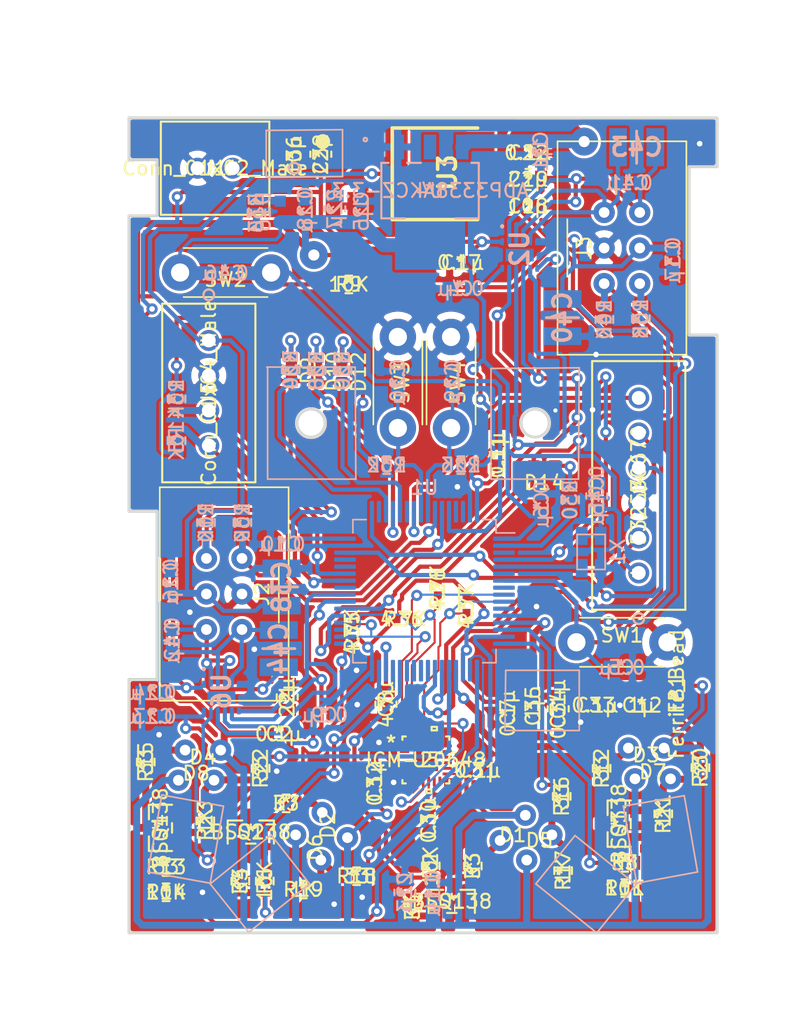
<source format=kicad_pcb>
(kicad_pcb (version 20171130) (host pcbnew "(5.1.9)-1")
  (layers (0 F.Cu signal) (31 B.Cu signal) (34 B.Paste user) (35 F.Paste user) (36 B.SilkS user) (37 F.SilkS user) (38 B.Mask user) (39 F.Mask user) (44 Edge.Cuts user))
  (net 0 "")
  (net 1 +3V3)
  (net 2 GND)
  (net 3 "Net-(C5-Pad1)")
  (net 4 "Net-(C8-Pad1)")
  (net 5 "Net-(C12-Pad2)")
  (net 6 +BATT)
  (net 7 +5V)
  (net 8 SW1)
  (net 9 SW2)
  (net 10 "Net-(C30-Pad1)")
  (net 11 "Net-(C41-Pad1)")
  (net 12 "Net-(C41-Pad2)")
  (net 13 "Net-(C42-Pad1)")
  (net 14 "Net-(C42-Pad2)")
  (net 15 BOOT0)
  (net 16 "Net-(D1-Pad1)")
  (net 17 "Net-(D2-Pad1)")
  (net 18 "Net-(D3-Pad1)")
  (net 19 "Net-(D4-Pad1)")
  (net 20 "Net-(D5-Pad1)")
  (net 21 "Net-(D6-Pad1)")
  (net 22 "Net-(D7-Pad1)")
  (net 23 "Net-(D8-Pad1)")
  (net 24 "Net-(D9-Pad1)")
  (net 25 "Net-(D10-Pad1)")
  (net 26 "Net-(D12-Pad1)")
  (net 27 "Net-(D14-Pad1)")
  (net 28 "Net-(D16-Pad1)")
  (net 29 TIM_CH1B)
  (net 30 TIM_CH1A)
  (net 31 TIM_CH2B)
  (net 32 TIM_CH2A)
  (net 33 "Net-(J4-Pad2)")
  (net 34 "Net-(J4-Pad4)")
  (net 35 "Net-(J4-Pad6)")
  (net 36 "Net-(J5-Pad3)")
  (net 37 "Net-(J5-Pad4)")
  (net 38 "Net-(Q1-Pad1)")
  (net 39 "Net-(Q1-Pad3)")
  (net 40 "Net-(Q2-Pad1)")
  (net 41 "Net-(Q2-Pad3)")
  (net 42 "Net-(Q3-Pad1)")
  (net 43 "Net-(Q3-Pad3)")
  (net 44 "Net-(Q4-Pad1)")
  (net 45 "Net-(Q4-Pad3)")
  (net 46 LED1_sensor)
  (net 47 LED2_sensor)
  (net 48 LED3_sensor)
  (net 49 LED4_sensor)
  (net 50 Photo1_sensor)
  (net 51 Photo2_sensor)
  (net 52 Photo3_sensor)
  (net 53 Photo4_sensor)
  (net 54 LED1)
  (net 55 IMU_CS)
  (net 56 LED2)
  (net 57 LED3)
  (net 58 LED4)
  (net 59 IMU_SCLK)
  (net 60 IMU_MOSI)
  (net 61 IMU_MISO)
  (net 62 "Net-(U1-Pad62)")
  (net 63 "Net-(U1-Pad61)")
  (net 64 "Net-(U1-Pad54)")
  (net 65 "Net-(U1-Pad50)")
  (net 66 "Net-(U1-Pad45)")
  (net 67 "Net-(U1-Pad44)")
  (net 68 "Net-(U1-Pad41)")
  (net 69 AIN2)
  (net 70 AIN1)
  (net 71 BIN2)
  (net 72 BIN1)
  (net 73 "Net-(U1-Pad36)")
  (net 74 "Net-(U1-Pad27)")
  (net 75 "Net-(U1-Pad26)")
  (net 76 "Net-(U1-Pad25)")
  (net 77 "Net-(U1-Pad24)")
  (net 78 "Net-(U1-Pad11)")
  (net 79 "Net-(U1-Pad8)")
  (net 80 "Net-(U1-Pad6)")
  (net 81 "Net-(U1-Pad5)")
  (net 82 STBY_HorL_B)
  (net 83 STBY_HorL_A)
  (net 84 "Net-(U4-Pad2)")
  (net 85 "Net-(U5-Pad7)")
  (net 86 "Net-(U5-Pad12)")
  (net 87 "Net-(U5-Pad19)")
  (net 88 "Net-(U5-Pad21)")
  (net 89 "Net-(U1-Pad3)")
  (module mouse5:GRM188R6YA106MA73D (layer F.Cu) (at 79.45 116 90)
    (fp_text reference C7 (at 0 0 90) (layer F.SilkS))
    (fp_text value 0.1μ (at 0 0 90) (layer F.SilkS))
    (fp_text user * (at 0 0 90) (layer F.SilkS))
    (pad 1 smd rect (at -0.8001 0 90) (size 0.9144 0.9906) (layers F.Cu F.Paste F.Mask) (net 2 GND))
    (pad 2 smd rect (at 0.8001 0 90) (size 0.9144 0.9906) (layers F.Cu F.Paste F.Mask) (net 1 +3V3))
  )
  (module mouse5:ADP3338AKCZ-3.3RL7 (layer B.Cu) (at 73.9 78.7)
    (fp_text reference U4 (at 0 0) (layer B.SilkS) (effects (justify mirror)))
    (fp_text value ADP3338AKCZ-3.3 (at 0 0) (layer B.SilkS) (effects (justify mirror)))
    (fp_text user * (at 0 0) (layer B.SilkS) (effects (justify mirror)))
    (pad 4 smd rect (at 0 3.9) (size 5 3.5) (layers B.Cu B.Paste B.Mask) (net 1 +3V3))
    (pad 1 smd rect (at -2.3 -3.11785) (size 0.889 1.7653) (layers B.Cu B.Paste B.Mask) (net 2 GND))
    (pad 2 smd rect (at 0 -3.11785) (size 0.889 1.7653) (layers B.Cu B.Paste B.Mask) (net 84 "Net-(U4-Pad2)"))
    (pad 3 smd rect (at 2.3 -3.11785) (size 0.889 1.7653) (layers B.Cu B.Paste B.Mask) (net 7 +5V))
  )
  (module mouse5:625L31008M00000 (layer B.Cu) (at 85.4 104.5 270)
    (fp_text reference X1 (at 0 -1.9 90) (layer B.SilkS) (effects (justify mirror)))
    (fp_text value 625L3I008M00000)
    (pad 3 smd rect (at 1.15 0.675 270) (size 1.3 0.85) (layers B.Cu B.Paste B.Mask) (net 81 "Net-(U1-Pad5)"))
    (pad 4 smd rect (at -1.15 0.675 270) (size 1.3 0.85) (layers B.Cu B.Paste B.Mask) (net 1 +3V3))
    (pad 1 smd rect (at -1.15 -0.675 270) (size 1.3 0.85) (layers B.Cu B.Paste B.Mask) (net 1 +3V3))
    (pad 2 smd rect (at 1.15 -0.675 270) (size 1.3 0.85) (layers B.Cu B.Paste B.Mask) (net 2 GND))
  )
  (module mouse5:DRV8835DSSR (layer B.Cu) (at 59 114.9 270)
    (fp_text reference U6 (at -0.45 0 270) (layer B.SilkS) (effects (font (size 1.27 1.27) (thickness 0.254)) (justify mirror)))
    (fp_text value DRV8835 hide)
    (pad 1 smd rect (at -0.95 1.25 180) (size 0.25 0.5) (layers B.Cu B.Paste B.Mask) (net 6 +BATT))
    (pad 2 smd rect (at -0.95 0.75 180) (size 0.25 0.5) (layers B.Cu B.Paste B.Mask) (net 13 "Net-(C42-Pad1)"))
    (pad 3 smd rect (at -0.95 0.25 180) (size 0.25 0.5) (layers B.Cu B.Paste B.Mask) (net 14 "Net-(C42-Pad2)"))
    (pad 4 smd rect (at -0.95 -0.25 180) (size 0.25 0.5) (layers B.Cu B.Paste B.Mask) (net 13 "Net-(C42-Pad1)"))
    (pad 5 smd rect (at -0.95 -0.75 180) (size 0.25 0.5) (layers B.Cu B.Paste B.Mask) (net 14 "Net-(C42-Pad2)"))
    (pad 6 smd rect (at -0.95 -1.25 180) (size 0.25 0.5) (layers B.Cu B.Paste B.Mask) (net 2 GND))
    (pad 7 smd rect (at 0.95 -1.25 180) (size 0.25 0.5) (layers B.Cu B.Paste B.Mask) (net 69 AIN2))
    (pad 8 smd rect (at 0.95 -0.75 180) (size 0.25 0.5) (layers B.Cu B.Paste B.Mask) (net 70 AIN1))
    (pad 9 smd rect (at 0.95 -0.25 180) (size 0.25 0.5) (layers B.Cu B.Paste B.Mask) (net 69 AIN2))
    (pad 10 smd rect (at 0.95 0.25 180) (size 0.25 0.5) (layers B.Cu B.Paste B.Mask) (net 70 AIN1))
    (pad 11 smd rect (at 0.95 0.75 180) (size 0.25 0.5) (layers B.Cu B.Paste B.Mask) (net 83 STBY_HorL_A))
    (pad 12 smd rect (at 0.95 1.25 180) (size 0.25 0.5) (layers B.Cu B.Paste B.Mask) (net 1 +3V3))
    (pad 13 smd rect (at 0 0 270) (size 0.9 2) (layers B.Cu B.Paste B.Mask))
  )
  (module mouse5:ICM-20648 (layer F.Cu) (at 73.6 119.35)
    (fp_text reference U5 (at 0 0) (layer F.SilkS))
    (fp_text value ICM-20648 (at 0 0) (layer F.SilkS))
    (fp_text user * (at -2.4892 -1.2) (layer F.SilkS))
    (fp_text user * (at -2.4892 -1.2) (layer F.SilkS))
    (pad 1 smd rect (at -1.524 -1.000001 90) (size 0.2032 0.6604) (layers F.Cu F.Paste F.Mask))
    (pad 2 smd rect (at -1.524 -0.599999 90) (size 0.2032 0.6604) (layers F.Cu F.Paste F.Mask))
    (pad 3 smd rect (at -1.524 -0.2 90) (size 0.2032 0.6604) (layers F.Cu F.Paste F.Mask))
    (pad 4 smd rect (at -1.524 0.2 90) (size 0.2032 0.6604) (layers F.Cu F.Paste F.Mask))
    (pad 5 smd rect (at -1.524 0.599999 90) (size 0.2032 0.6604) (layers F.Cu F.Paste F.Mask))
    (pad 6 smd rect (at -1.524 1.000001 90) (size 0.2032 0.6604) (layers F.Cu F.Paste F.Mask))
    (pad 7 smd rect (at -1.000001 1.524) (size 0.2032 0.6604) (layers F.Cu F.Paste F.Mask) (net 85 "Net-(U5-Pad7)"))
    (pad 8 smd rect (at -0.599999 1.524) (size 0.2032 0.6604) (layers F.Cu F.Paste F.Mask) (net 1 +3V3))
    (pad 9 smd rect (at -0.2 1.524) (size 0.2032 0.6604) (layers F.Cu F.Paste F.Mask) (net 61 IMU_MISO))
    (pad 10 smd rect (at 0.2 1.524) (size 0.2032 0.6604) (layers F.Cu F.Paste F.Mask) (net 10 "Net-(C30-Pad1)"))
    (pad 11 smd rect (at 0.599999 1.524) (size 0.2032 0.6604) (layers F.Cu F.Paste F.Mask) (net 2 GND))
    (pad 12 smd rect (at 1.000001 1.524) (size 0.2032 0.6604) (layers F.Cu F.Paste F.Mask) (net 86 "Net-(U5-Pad12)"))
    (pad 13 smd rect (at 1.524 1.000001 90) (size 0.2032 0.6604) (layers F.Cu F.Paste F.Mask) (net 1 +3V3))
    (pad 14 smd rect (at 1.524 0.599999 90) (size 0.2032 0.6604) (layers F.Cu F.Paste F.Mask))
    (pad 15 smd rect (at 1.524 0.2 90) (size 0.2032 0.6604) (layers F.Cu F.Paste F.Mask))
    (pad 16 smd rect (at 1.524 -0.2 90) (size 0.2032 0.6604) (layers F.Cu F.Paste F.Mask))
    (pad 17 smd rect (at 1.524 -0.599999 90) (size 0.2032 0.6604) (layers F.Cu F.Paste F.Mask))
    (pad 18 smd rect (at 1.524 -1.000001 90) (size 0.2032 0.6604) (layers F.Cu F.Paste F.Mask) (net 2 GND))
    (pad 19 smd rect (at 1.000001 -1.524) (size 0.2032 0.6604) (layers F.Cu F.Paste F.Mask) (net 87 "Net-(U5-Pad19)"))
    (pad 20 smd rect (at 0.599999 -1.524) (size 0.2032 0.6604) (layers F.Cu F.Paste F.Mask) (net 2 GND))
    (pad 21 smd rect (at 0.2 -1.524) (size 0.2032 0.6604) (layers F.Cu F.Paste F.Mask) (net 88 "Net-(U5-Pad21)"))
    (pad 22 smd rect (at -0.2 -1.524) (size 0.2032 0.6604) (layers F.Cu F.Paste F.Mask) (net 55 IMU_CS))
    (pad 23 smd rect (at -0.599999 -1.524) (size 0.2032 0.6604) (layers F.Cu F.Paste F.Mask) (net 59 IMU_SCLK))
    (pad 24 smd rect (at -1.000001 -1.524) (size 0.2032 0.6604) (layers F.Cu F.Paste F.Mask) (net 60 IMU_MOSI))
    (pad 25 smd rect (at 0 0) (size 1.7526 1.6002) (layers F.Cu F.Paste F.Mask))
  )
  (module mouse5:NJM2391DL1-05 (layer F.Cu) (at 75.5 77.5 270)
    (fp_text reference U3 (at -0.084 0.365 90) (layer F.SilkS) (effects (font (size 1.27 1.27) (thickness 0.254))))
    (fp_text value "NJM2391DL 1-05" hide)
    (pad 1 smd rect (at -2.3 6.25 270) (size 2 2.5) (layers F.Cu F.Paste F.Mask) (net 6 +BATT))
    (pad 2 smd rect (at 2.3 6.25 270) (size 2 2.5) (layers F.Cu F.Paste F.Mask) (net 2 GND))
    (pad 3 smd rect (at 0 0) (size 6 6) (layers F.Cu F.Paste F.Mask) (net 7 +5V))
  )
  (module mouse5:DRV8835DSSR (layer B.Cu) (at 80.3 83.3 270)
    (fp_text reference U2 (at -0.45 0 270) (layer B.SilkS) (effects (font (size 1.27 1.27) (thickness 0.254)) (justify mirror)))
    (fp_text value DRV8835 hide)
    (pad 1 smd rect (at -0.95 1.25 180) (size 0.25 0.5) (layers B.Cu B.Paste B.Mask) (net 6 +BATT))
    (pad 2 smd rect (at -0.95 0.75 180) (size 0.25 0.5) (layers B.Cu B.Paste B.Mask) (net 11 "Net-(C41-Pad1)"))
    (pad 3 smd rect (at -0.95 0.25 180) (size 0.25 0.5) (layers B.Cu B.Paste B.Mask) (net 12 "Net-(C41-Pad2)"))
    (pad 4 smd rect (at -0.95 -0.25 180) (size 0.25 0.5) (layers B.Cu B.Paste B.Mask) (net 11 "Net-(C41-Pad1)"))
    (pad 5 smd rect (at -0.95 -0.75 180) (size 0.25 0.5) (layers B.Cu B.Paste B.Mask) (net 12 "Net-(C41-Pad2)"))
    (pad 6 smd rect (at -0.95 -1.25 180) (size 0.25 0.5) (layers B.Cu B.Paste B.Mask) (net 2 GND))
    (pad 7 smd rect (at 0.95 -1.25 180) (size 0.25 0.5) (layers B.Cu B.Paste B.Mask) (net 71 BIN2))
    (pad 8 smd rect (at 0.95 -0.75 180) (size 0.25 0.5) (layers B.Cu B.Paste B.Mask) (net 72 BIN1))
    (pad 9 smd rect (at 0.95 -0.25 180) (size 0.25 0.5) (layers B.Cu B.Paste B.Mask) (net 71 BIN2))
    (pad 10 smd rect (at 0.95 0.25 180) (size 0.25 0.5) (layers B.Cu B.Paste B.Mask) (net 72 BIN1))
    (pad 11 smd rect (at 0.95 0.75 180) (size 0.25 0.5) (layers B.Cu B.Paste B.Mask) (net 82 STBY_HorL_B))
    (pad 12 smd rect (at 0.95 1.25 180) (size 0.25 0.5) (layers B.Cu B.Paste B.Mask) (net 1 +3V3))
    (pad 13 smd rect (at 0 0 270) (size 0.9 2) (layers B.Cu B.Paste B.Mask))
  )
  (module Package_QFP:LQFP-64_10x10mm_P0.5mm (layer B.Cu) (at 73.5 107.3 180)
    (fp_text reference U1 (at 0 7.4) (layer B.SilkS) (effects (justify mirror)))
    (fp_text value STM32F446RETx)
    (pad 64 smd roundrect (at -3.75 5.675 180) (size 0.3 1.55) (layers B.Cu B.Paste B.Mask) (net 1 +3V3))
    (pad 63 smd roundrect (at -3.25 5.675 180) (size 0.3 1.55) (layers B.Cu B.Paste B.Mask) (net 2 GND))
    (pad 62 smd roundrect (at -2.75 5.675 180) (size 0.3 1.55) (layers B.Cu B.Paste B.Mask) (net 62 "Net-(U1-Pad62)"))
    (pad 61 smd roundrect (at -2.25 5.675 180) (size 0.3 1.55) (layers B.Cu B.Paste B.Mask) (net 63 "Net-(U1-Pad61)"))
    (pad 60 smd roundrect (at -1.75 5.675 180) (size 0.3 1.55) (layers B.Cu B.Paste B.Mask) (net 15 BOOT0))
    (pad 59 smd roundrect (at -1.25 5.675 180) (size 0.3 1.55) (layers B.Cu B.Paste B.Mask) (net 29 TIM_CH1B))
    (pad 58 smd roundrect (at -0.75 5.675 180) (size 0.3 1.55) (layers B.Cu B.Paste B.Mask) (net 30 TIM_CH1A))
    (pad 57 smd roundrect (at -0.25 5.675 180) (size 0.3 1.55) (layers B.Cu B.Paste B.Mask) (net 9 SW2))
    (pad 56 smd roundrect (at 0.25 5.675 180) (size 0.3 1.55) (layers B.Cu B.Paste B.Mask) (net 8 SW1))
    (pad 55 smd roundrect (at 0.75 5.675 180) (size 0.3 1.55) (layers B.Cu B.Paste B.Mask) (net 35 "Net-(J4-Pad6)"))
    (pad 54 smd roundrect (at 1.25 5.675 180) (size 0.3 1.55) (layers B.Cu B.Paste B.Mask) (net 64 "Net-(U1-Pad54)"))
    (pad 53 smd roundrect (at 1.75 5.675 180) (size 0.3 1.55) (layers B.Cu B.Paste B.Mask) (net 57 LED3))
    (pad 52 smd roundrect (at 2.25 5.675 180) (size 0.3 1.55) (layers B.Cu B.Paste B.Mask) (net 56 LED2))
    (pad 51 smd roundrect (at 2.75 5.675 180) (size 0.3 1.55) (layers B.Cu B.Paste B.Mask) (net 54 LED1))
    (pad 50 smd roundrect (at 3.25 5.675 180) (size 0.3 1.55) (layers B.Cu B.Paste B.Mask) (net 65 "Net-(U1-Pad50)"))
    (pad 49 smd roundrect (at 3.75 5.675 180) (size 0.3 1.55) (layers B.Cu B.Paste B.Mask) (net 33 "Net-(J4-Pad2)"))
    (pad 48 smd roundrect (at 5.675 3.75 180) (size 1.55 0.3) (layers B.Cu B.Paste B.Mask) (net 1 +3V3))
    (pad 47 smd roundrect (at 5.675 3.25 180) (size 1.55 0.3) (layers B.Cu B.Paste B.Mask) (net 2 GND))
    (pad 46 smd roundrect (at 5.675 2.75 180) (size 1.55 0.3) (layers B.Cu B.Paste B.Mask) (net 34 "Net-(J4-Pad4)"))
    (pad 45 smd roundrect (at 5.675 2.25 180) (size 1.55 0.3) (layers B.Cu B.Paste B.Mask) (net 66 "Net-(U1-Pad45)"))
    (pad 44 smd roundrect (at 5.675 1.75 180) (size 1.55 0.3) (layers B.Cu B.Paste B.Mask) (net 67 "Net-(U1-Pad44)"))
    (pad 43 smd roundrect (at 5.675 1.25 180) (size 1.55 0.3) (layers B.Cu B.Paste B.Mask) (net 36 "Net-(J5-Pad3)"))
    (pad 42 smd roundrect (at 5.675 0.75 180) (size 1.55 0.3) (layers B.Cu B.Paste B.Mask) (net 37 "Net-(J5-Pad4)"))
    (pad 41 smd roundrect (at 5.675 0.25 180) (size 1.55 0.3) (layers B.Cu B.Paste B.Mask) (net 68 "Net-(U1-Pad41)"))
    (pad 40 smd roundrect (at 5.675 -0.25 180) (size 1.55 0.3) (layers B.Cu B.Paste B.Mask) (net 69 AIN2))
    (pad 39 smd roundrect (at 5.675 -0.75 180) (size 1.55 0.3) (layers B.Cu B.Paste B.Mask) (net 70 AIN1))
    (pad 38 smd roundrect (at 5.675 -1.25 180) (size 1.55 0.3) (layers B.Cu B.Paste B.Mask) (net 71 BIN2))
    (pad 37 smd roundrect (at 5.675 -1.75 180) (size 1.55 0.3) (layers B.Cu B.Paste B.Mask) (net 72 BIN1))
    (pad 36 smd roundrect (at 5.675 -2.25 180) (size 1.55 0.3) (layers B.Cu B.Paste B.Mask) (net 73 "Net-(U1-Pad36)"))
    (pad 35 smd roundrect (at 5.675 -2.75 180) (size 1.55 0.3) (layers B.Cu B.Paste B.Mask) (net 55 IMU_CS))
    (pad 34 smd roundrect (at 5.675 -3.25 180) (size 1.55 0.3) (layers B.Cu B.Paste B.Mask) (net 59 IMU_SCLK))
    (pad 33 smd roundrect (at 5.675 -3.75 180) (size 1.55 0.3) (layers B.Cu B.Paste B.Mask) (net 83 STBY_HorL_A))
    (pad 32 smd roundrect (at 3.75 -5.675 180) (size 0.3 1.55) (layers B.Cu B.Paste B.Mask) (net 1 +3V3))
    (pad 31 smd roundrect (at 3.25 -5.675 180) (size 0.3 1.55) (layers B.Cu B.Paste B.Mask) (net 2 GND))
    (pad 30 smd roundrect (at 2.75 -5.675 180) (size 0.3 1.55) (layers B.Cu B.Paste B.Mask) (net 4 "Net-(C8-Pad1)"))
    (pad 29 smd roundrect (at 2.25 -5.675 180) (size 0.3 1.55) (layers B.Cu B.Paste B.Mask) (net 47 LED2_sensor))
    (pad 28 smd roundrect (at 1.75 -5.675 180) (size 0.3 1.55) (layers B.Cu B.Paste B.Mask) (net 46 LED1_sensor))
    (pad 27 smd roundrect (at 1.25 -5.675 180) (size 0.3 1.55) (layers B.Cu B.Paste B.Mask) (net 74 "Net-(U1-Pad27)"))
    (pad 26 smd roundrect (at 0.75 -5.675 180) (size 0.3 1.55) (layers B.Cu B.Paste B.Mask) (net 75 "Net-(U1-Pad26)"))
    (pad 25 smd roundrect (at 0.25 -5.675 180) (size 0.3 1.55) (layers B.Cu B.Paste B.Mask) (net 76 "Net-(U1-Pad25)"))
    (pad 24 smd roundrect (at -0.25 -5.675 180) (size 0.3 1.55) (layers B.Cu B.Paste B.Mask) (net 77 "Net-(U1-Pad24)"))
    (pad 23 smd roundrect (at -0.75 -5.675 180) (size 0.3 1.55) (layers B.Cu B.Paste B.Mask) (net 31 TIM_CH2B))
    (pad 22 smd roundrect (at -1.25 -5.675 180) (size 0.3 1.55) (layers B.Cu B.Paste B.Mask) (net 32 TIM_CH2A))
    (pad 21 smd roundrect (at -1.75 -5.675 180) (size 0.3 1.55) (layers B.Cu B.Paste B.Mask) (net 53 Photo4_sensor))
    (pad 20 smd roundrect (at -2.25 -5.675 180) (size 0.3 1.55) (layers B.Cu B.Paste B.Mask) (net 52 Photo3_sensor))
    (pad 19 smd roundrect (at -2.75 -5.675 180) (size 0.3 1.55) (layers B.Cu B.Paste B.Mask) (net 1 +3V3))
    (pad 18 smd roundrect (at -3.25 -5.675 180) (size 0.3 1.55) (layers B.Cu B.Paste B.Mask) (net 2 GND))
    (pad 17 smd roundrect (at -3.75 -5.675 180) (size 0.3 1.55) (layers B.Cu B.Paste B.Mask) (net 51 Photo2_sensor))
    (pad 16 smd roundrect (at -5.675 -3.75 180) (size 1.55 0.3) (layers B.Cu B.Paste B.Mask) (net 50 Photo1_sensor))
    (pad 15 smd roundrect (at -5.675 -3.25 180) (size 1.55 0.3) (layers B.Cu B.Paste B.Mask) (net 49 LED4_sensor))
    (pad 14 smd roundrect (at -5.675 -2.75 180) (size 1.55 0.3) (layers B.Cu B.Paste B.Mask) (net 48 LED3_sensor))
    (pad 13 smd roundrect (at -5.675 -2.25 180) (size 1.55 0.3) (layers B.Cu B.Paste B.Mask) (net 5 "Net-(C12-Pad2)"))
    (pad 12 smd roundrect (at -5.675 -1.75 180) (size 1.55 0.3) (layers B.Cu B.Paste B.Mask) (net 2 GND))
    (pad 11 smd roundrect (at -5.675 -1.25 180) (size 1.55 0.3) (layers B.Cu B.Paste B.Mask) (net 78 "Net-(U1-Pad11)"))
    (pad 10 smd roundrect (at -5.675 -0.75 180) (size 1.55 0.3) (layers B.Cu B.Paste B.Mask) (net 61 IMU_MISO))
    (pad 9 smd roundrect (at -5.675 -0.25 180) (size 1.55 0.3) (layers B.Cu B.Paste B.Mask) (net 60 IMU_MOSI))
    (pad 8 smd roundrect (at -5.675 0.25 180) (size 1.55 0.3) (layers B.Cu B.Paste B.Mask) (net 79 "Net-(U1-Pad8)"))
    (pad 7 smd roundrect (at -5.675 0.75 180) (size 1.55 0.3) (layers B.Cu B.Paste B.Mask) (net 3 "Net-(C5-Pad1)"))
    (pad 6 smd roundrect (at -5.675 1.25 180) (size 1.55 0.3) (layers B.Cu B.Paste B.Mask) (net 80 "Net-(U1-Pad6)"))
    (pad 5 smd roundrect (at -5.675 1.75 180) (size 1.55 0.3) (layers B.Cu B.Paste B.Mask) (net 81 "Net-(U1-Pad5)"))
    (pad 4 smd roundrect (at -5.675 2.25 180) (size 1.55 0.3) (layers B.Cu B.Paste B.Mask) (net 82 STBY_HorL_B))
    (pad 3 smd roundrect (at -5.675 2.75 180) (size 1.55 0.3) (layers B.Cu B.Paste B.Mask) (net 89 "Net-(U1-Pad3)"))
    (pad 2 smd roundrect (at -5.675 3.25 180) (size 1.55 0.3) (layers B.Cu B.Paste B.Mask) (net 58 LED4))
    (pad 1 smd roundrect (at -5.675 3.75 180) (size 1.55 0.3) (layers B.Cu B.Paste B.Mask) (net 1 +3V3))
  )
  (module mouse5:TVBP06 (layer F.Cu) (at 75.4 92.4 90)
    (fp_text reference SW4 (at 0 0.5 90) (layer F.SilkS))
    (fp_text value SW_Push)
    (pad 1 thru_hole circle (at -3.25 0 90) (size 2.6 2.6) (drill 1.3) (layers *.Cu *.Mask) (net 9 SW2))
    (pad 2 thru_hole circle (at 3.25 0 90) (size 2.6 2.6) (drill 1.3) (layers *.Cu *.Mask) (net 2 GND))
  )
  (module mouse5:TVBP06 (layer F.Cu) (at 71.6 92.4 90)
    (fp_text reference SW3 (at 0 0.3 90) (layer F.SilkS))
    (fp_text value SW_Push)
    (pad 1 thru_hole circle (at -3.25 0 90) (size 2.6 2.6) (drill 1.3) (layers *.Cu *.Mask) (net 8 SW1))
    (pad 2 thru_hole circle (at 3.25 0 90) (size 2.6 2.6) (drill 1.3) (layers *.Cu *.Mask) (net 2 GND))
  )
  (module mouse5:TVBP06 (layer F.Cu) (at 59.3 84.55)
    (fp_text reference SW2 (at 0 0.5) (layer F.SilkS))
    (fp_text value SW_Push)
    (pad 1 thru_hole circle (at -3.25 0) (size 2.6 2.6) (drill 1.3) (layers *.Cu *.Mask) (net 1 +3V3))
    (pad 2 thru_hole circle (at 3.25 0) (size 2.6 2.6) (drill 1.3) (layers *.Cu *.Mask) (net 15 BOOT0))
  )
  (module mouse5:TVBP06 (layer F.Cu) (at 87.6 110.95 180)
    (fp_text reference SW1 (at 0 0.5) (layer F.SilkS))
    (fp_text value SW_Push)
    (pad 1 thru_hole circle (at -3.25 0 180) (size 2.6 2.6) (drill 1.3) (layers *.Cu *.Mask) (net 2 GND))
    (pad 2 thru_hole circle (at 3.25 0 180) (size 2.6 2.6) (drill 1.3) (layers *.Cu *.Mask) (net 3 "Net-(C5-Pad1)"))
  )
  (module mouse5:RG1608N-103-B-T5 (layer B.Cu) (at 86.35 87.9 90)
    (fp_text reference R40 (at 0 0 90) (layer B.SilkS) (effects (justify mirror)))
    (fp_text value 10K (at 0 0 90) (layer B.SilkS) (effects (justify mirror)))
    (fp_text user * (at 0 0 90) (layer B.SilkS) (effects (justify mirror)))
    (pad 2 smd rect (at 0.8266 0 90) (size 0.5532 1) (layers B.Cu B.Paste B.Mask) (net 31 TIM_CH2B))
    (pad 1 smd rect (at -0.8266 0 90) (size 0.5532 1) (layers B.Cu B.Paste B.Mask) (net 7 +5V))
  )
  (module mouse5:RG1608N-103-B-T5 (layer B.Cu) (at 60.5 102.4 270)
    (fp_text reference R39 (at 0 0 270) (layer B.SilkS) (effects (justify mirror)))
    (fp_text value 10K (at 0 0 270) (layer B.SilkS) (effects (justify mirror)))
    (fp_text user * (at 0 0 270) (layer B.SilkS) (effects (justify mirror)))
    (pad 1 smd rect (at -0.8266 0 270) (size 0.5532 1) (layers B.Cu B.Paste B.Mask) (net 7 +5V))
    (pad 2 smd rect (at 0.8266 0 270) (size 0.5532 1) (layers B.Cu B.Paste B.Mask) (net 29 TIM_CH1B))
  )
  (module mouse5:RG1608N-103-B-T5 (layer B.Cu) (at 88.95 87.85 90)
    (fp_text reference R38 (at 0 0 270) (layer B.SilkS) (effects (justify mirror)))
    (fp_text value 10K (at 0 0 270) (layer B.SilkS) (effects (justify mirror)))
    (fp_text user * (at 0 0 270) (layer B.SilkS) (effects (justify mirror)))
    (pad 1 smd rect (at -0.8266 0 90) (size 0.5532 1) (layers B.Cu B.Paste B.Mask) (net 7 +5V))
    (pad 2 smd rect (at 0.8266 0 90) (size 0.5532 1) (layers B.Cu B.Paste B.Mask) (net 32 TIM_CH2A))
  )
  (module mouse5:MCR01MZPF4701 (layer F.Cu) (at 76.5 108.35 270)
    (fp_text reference R37 (at 0 0 90) (layer F.SilkS))
    (fp_text value 4.7K (at 0 0 90) (layer F.SilkS))
    (fp_text user * (at 0 0 90) (layer F.SilkS))
    (pad 1 smd rect (at -0.5461 0 270) (size 0.6604 0.5588) (layers F.Cu F.Paste F.Mask) (net 1 +3V3))
    (pad 2 smd rect (at 0.5461 0 270) (size 0.6604 0.5588) (layers F.Cu F.Paste F.Mask) (net 61 IMU_MISO))
  )
  (module mouse5:MCR01MZPF4701 (layer F.Cu) (at 72 109.3)
    (fp_text reference R36 (at 0 0) (layer F.SilkS))
    (fp_text value 4.7K (at 0 0) (layer F.SilkS))
    (fp_text user * (at 0 0) (layer F.SilkS))
    (pad 1 smd rect (at -0.5461 0) (size 0.6604 0.5588) (layers F.Cu F.Paste F.Mask) (net 1 +3V3))
    (pad 2 smd rect (at 0.5461 0) (size 0.6604 0.5588) (layers F.Cu F.Paste F.Mask) (net 60 IMU_MOSI))
  )
  (module mouse5:MCR01MZPF4701 (layer F.Cu) (at 68.35 110.2 90)
    (fp_text reference R35 (at 0 0 270) (layer F.SilkS))
    (fp_text value 4.7K (at 0 0 270) (layer F.SilkS))
    (fp_text user * (at 0 0 270) (layer F.SilkS))
    (pad 1 smd rect (at -0.5461 0 90) (size 0.6604 0.5588) (layers F.Cu F.Paste F.Mask) (net 1 +3V3))
    (pad 2 smd rect (at 0.5461 0 90) (size 0.6604 0.5588) (layers F.Cu F.Paste F.Mask) (net 59 IMU_SCLK))
  )
  (module mouse5:RG1608N-103-B-T5 (layer B.Cu) (at 55.8 93.5734 270)
    (fp_text reference R34 (at 0 0 270) (layer B.SilkS) (effects (justify mirror)))
    (fp_text value 10K (at 0 0 270) (layer B.SilkS) (effects (justify mirror)))
    (fp_text user * (at 0 0 270) (layer B.SilkS) (effects (justify mirror)))
    (pad 1 smd rect (at -0.8266 0 270) (size 0.5532 1) (layers B.Cu B.Paste B.Mask) (net 1 +3V3))
    (pad 2 smd rect (at 0.8266 0 270) (size 0.5532 1) (layers B.Cu B.Paste B.Mask) (net 36 "Net-(J5-Pad3)"))
  )
  (module mouse5:RG1608P-331-B-T5 (layer B.Cu) (at 61.5 80.3 270)
    (fp_text reference R33 (at 0 0 270) (layer B.SilkS) (effects (justify mirror)))
    (fp_text value 330 (at 0 0 270) (layer B.SilkS) (effects (justify mirror)))
    (fp_text user * (at 0 0 270) (layer B.SilkS) (effects (justify mirror)))
    (pad 1 smd rect (at -0.8266 0 270) (size 0.5532 1) (layers B.Cu B.Paste B.Mask) (net 28 "Net-(D16-Pad1)"))
    (pad 2 smd rect (at 0.8266 0 270) (size 0.5532 1) (layers B.Cu B.Paste B.Mask) (net 2 GND))
  )
  (module mouse5:RG1608N-103-B-T5 (layer B.Cu) (at 70.8 98.3)
    (fp_text reference R32 (at 0 0) (layer B.SilkS) (effects (justify mirror)))
    (fp_text value 10K (at 0 0) (layer B.SilkS) (effects (justify mirror)))
    (fp_text user * (at 0 0) (layer B.SilkS) (effects (justify mirror)))
    (pad 1 smd rect (at -0.8266 0) (size 0.5532 1) (layers B.Cu B.Paste B.Mask) (net 1 +3V3))
    (pad 2 smd rect (at 0.8266 0) (size 0.5532 1) (layers B.Cu B.Paste B.Mask) (net 8 SW1))
  )
  (module mouse5:RG1608P-331-B-T5 (layer B.Cu) (at 83.9 100.7734 270)
    (fp_text reference R30 (at 0 0 270) (layer B.SilkS) (effects (justify mirror)))
    (fp_text value 330 (at 0 0 270) (layer B.SilkS) (effects (justify mirror)))
    (fp_text user * (at 0 0 270) (layer B.SilkS) (effects (justify mirror)))
    (pad 1 smd rect (at -0.8266 0 270) (size 0.5532 1) (layers B.Cu B.Paste B.Mask) (net 27 "Net-(D14-Pad1)"))
    (pad 2 smd rect (at 0.8266 0 270) (size 0.5532 1) (layers B.Cu B.Paste B.Mask) (net 58 LED4))
  )
  (module mouse5:RG1608P-331-B-T5 (layer B.Cu) (at 67.65 91.55 270)
    (fp_text reference R29 (at 0 0 270) (layer B.SilkS) (effects (justify mirror)))
    (fp_text value 330 (at 0 0 270) (layer B.SilkS) (effects (justify mirror)))
    (fp_text user * (at 0 0 270) (layer B.SilkS) (effects (justify mirror)))
    (pad 1 smd rect (at -0.8266 0 270) (size 0.5532 1) (layers B.Cu B.Paste B.Mask) (net 26 "Net-(D12-Pad1)"))
    (pad 2 smd rect (at 0.8266 0 270) (size 0.5532 1) (layers B.Cu B.Paste B.Mask) (net 57 LED3))
  )
  (module mouse5:RG1608P-331-B-T5 (layer B.Cu) (at 65.8 91.55 270)
    (fp_text reference R28 (at 0 0 90) (layer B.SilkS) (effects (justify mirror)))
    (fp_text value 330 (at 0 0 90) (layer B.SilkS) (effects (justify mirror)))
    (fp_text user * (at 0 0 90) (layer B.SilkS) (effects (justify mirror)))
    (pad 1 smd rect (at -0.8266 0 270) (size 0.5532 1) (layers B.Cu B.Paste B.Mask) (net 25 "Net-(D10-Pad1)"))
    (pad 2 smd rect (at 0.8266 0 270) (size 0.5532 1) (layers B.Cu B.Paste B.Mask) (net 56 LED2))
  )
  (module mouse5:MCR01MZPF4701 (layer F.Cu) (at 74.45 107.1039 270)
    (fp_text reference R26 (at 0 0 90) (layer F.SilkS))
    (fp_text value 4.7K (at 0 0 90) (layer F.SilkS))
    (fp_text user * (at 0 0 90) (layer F.SilkS))
    (pad 1 smd rect (at -0.5461 0 270) (size 0.6604 0.5588) (layers F.Cu F.Paste F.Mask) (net 1 +3V3))
    (pad 2 smd rect (at 0.5461 0 270) (size 0.6604 0.5588) (layers F.Cu F.Paste F.Mask) (net 55 IMU_CS))
  )
  (module mouse5:RG1608N-103-B-T5 (layer B.Cu) (at 76.1 98.3 180)
    (fp_text reference R25 (at 0 0) (layer B.SilkS) (effects (justify mirror)))
    (fp_text value 10K (at 0 0) (layer B.SilkS) (effects (justify mirror)))
    (fp_text user * (at 0 0) (layer B.SilkS) (effects (justify mirror)))
    (pad 1 smd rect (at -0.8266 0 180) (size 0.5532 1) (layers B.Cu B.Paste B.Mask) (net 1 +3V3))
    (pad 2 smd rect (at 0.8266 0 180) (size 0.5532 1) (layers B.Cu B.Paste B.Mask) (net 9 SW2))
  )
  (module mouse5:RG1608P-331-B-T5 (layer B.Cu) (at 63.95 91.5 270)
    (fp_text reference R24 (at 0 0 90) (layer B.SilkS) (effects (justify mirror)))
    (fp_text value 330 (at 0 0 90) (layer B.SilkS) (effects (justify mirror)))
    (fp_text user * (at 0 0 90) (layer B.SilkS) (effects (justify mirror)))
    (pad 1 smd rect (at -0.8266 0 270) (size 0.5532 1) (layers B.Cu B.Paste B.Mask) (net 24 "Net-(D9-Pad1)"))
    (pad 2 smd rect (at 0.8266 0 270) (size 0.5532 1) (layers B.Cu B.Paste B.Mask) (net 54 LED1))
  )
  (module mouse5:RG1608N-102-B-T5 (layer F.Cu) (at 57.85 123.7 270)
    (fp_text reference R23 (at 0 0 90) (layer F.SilkS))
    (fp_text value 1K (at 0 0 90) (layer F.SilkS))
    (fp_text user * (at 0 0 90) (layer F.SilkS))
    (pad 1 smd rect (at -0.8266 0 270) (size 0.5532 1) (layers F.Cu F.Paste F.Mask) (net 23 "Net-(D8-Pad1)"))
    (pad 2 smd rect (at 0.8266 0 270) (size 0.5532 1) (layers F.Cu F.Paste F.Mask) (net 2 GND))
  )
  (module mouse5:RR0816Q-330-D (layer F.Cu) (at 61.8 119.95 90)
    (fp_text reference R22 (at 0 0 90) (layer F.SilkS))
    (fp_text value 33 (at 0 0 90) (layer F.SilkS))
    (fp_text user * (at 0 0 90) (layer F.SilkS))
    (pad 1 smd rect (at -0.8266 0 90) (size 0.5532 1) (layers F.Cu F.Paste F.Mask) (net 23 "Net-(D8-Pad1)"))
    (pad 2 smd rect (at 0.8266 0 90) (size 0.5532 1) (layers F.Cu F.Paste F.Mask) (net 53 Photo4_sensor))
  )
  (module mouse5:RG1608N-102-B-T5 (layer F.Cu) (at 90.55 123.2 270)
    (fp_text reference R21 (at 0 0 90) (layer F.SilkS))
    (fp_text value 1K (at 0 0 90) (layer F.SilkS))
    (fp_text user * (at 0 0 90) (layer F.SilkS))
    (pad 1 smd rect (at -0.8266 0 270) (size 0.5532 1) (layers F.Cu F.Paste F.Mask) (net 22 "Net-(D7-Pad1)"))
    (pad 2 smd rect (at 0.8266 0 270) (size 0.5532 1) (layers F.Cu F.Paste F.Mask) (net 2 GND))
  )
  (module mouse5:RR0816Q-330-D (layer F.Cu) (at 93.2 119.9 90)
    (fp_text reference R20 (at 0 0 90) (layer F.SilkS))
    (fp_text value 33 (at 0 0 90) (layer F.SilkS))
    (fp_text user * (at 0 0 90) (layer F.SilkS))
    (pad 1 smd rect (at -0.8266 0 90) (size 0.5532 1) (layers F.Cu F.Paste F.Mask) (net 22 "Net-(D7-Pad1)"))
    (pad 2 smd rect (at 0.8266 0 90) (size 0.5532 1) (layers F.Cu F.Paste F.Mask) (net 52 Photo3_sensor))
  )
  (module mouse5:RG1608N-102-B-T5 (layer F.Cu) (at 64.85 128.6 180)
    (fp_text reference R19 (at 0 0) (layer F.SilkS))
    (fp_text value 1K (at 0 0) (layer F.SilkS))
    (fp_text user * (at 0 0) (layer F.SilkS))
    (pad 1 smd rect (at -0.8266 0 180) (size 0.5532 1) (layers F.Cu F.Paste F.Mask) (net 21 "Net-(D6-Pad1)"))
    (pad 2 smd rect (at 0.8266 0 180) (size 0.5532 1) (layers F.Cu F.Paste F.Mask) (net 2 GND))
  )
  (module mouse5:RR0816Q-330-D (layer F.Cu) (at 68.65 127.65)
    (fp_text reference R18 (at 0 0) (layer F.SilkS))
    (fp_text value 33 (at 0 0) (layer F.SilkS))
    (fp_text user * (at 0 0) (layer F.SilkS))
    (pad 1 smd rect (at -0.8266 0) (size 0.5532 1) (layers F.Cu F.Paste F.Mask) (net 21 "Net-(D6-Pad1)"))
    (pad 2 smd rect (at 0.8266 0) (size 0.5532 1) (layers F.Cu F.Paste F.Mask) (net 51 Photo2_sensor))
  )
  (module mouse5:RG1608N-102-B-T5 (layer F.Cu) (at 83.4 127.25 270)
    (fp_text reference R17 (at 0 0 90) (layer F.SilkS))
    (fp_text value 1K (at 0 0 90) (layer F.SilkS))
    (fp_text user * (at 0 0 90) (layer F.SilkS))
    (pad 1 smd rect (at -0.8266 0 270) (size 0.5532 1) (layers F.Cu F.Paste F.Mask) (net 20 "Net-(D5-Pad1)"))
    (pad 2 smd rect (at 0.8266 0 270) (size 0.5532 1) (layers F.Cu F.Paste F.Mask) (net 2 GND))
  )
  (module mouse5:RR0816Q-330-D (layer F.Cu) (at 83.3 121.95 90)
    (fp_text reference R16 (at 0 0 90) (layer F.SilkS))
    (fp_text value 33 (at 0 0 90) (layer F.SilkS))
    (fp_text user * (at 0 0 90) (layer F.SilkS))
    (pad 1 smd rect (at -0.8266 0 90) (size 0.5532 1) (layers F.Cu F.Paste F.Mask) (net 20 "Net-(D5-Pad1)"))
    (pad 2 smd rect (at 0.8266 0 90) (size 0.5532 1) (layers F.Cu F.Paste F.Mask) (net 50 Photo1_sensor))
  )
  (module mouse5:RR0816Q-330-D (layer F.Cu) (at 53.6 119.5 270)
    (fp_text reference R15 (at 0 0 90) (layer F.SilkS))
    (fp_text value 33 (at 0 0 90) (layer F.SilkS))
    (fp_text user * (at 0 0 90) (layer F.SilkS))
    (pad 1 smd rect (at -0.8266 0 270) (size 0.5532 1) (layers F.Cu F.Paste F.Mask) (net 19 "Net-(D4-Pad1)"))
    (pad 2 smd rect (at 0.8266 0 270) (size 0.5532 1) (layers F.Cu F.Paste F.Mask) (net 45 "Net-(Q4-Pad3)"))
  )
  (module mouse5:RG1608N-103-B-T5 (layer F.Cu) (at 55.05 128.8)
    (fp_text reference R14 (at 0 0) (layer F.SilkS))
    (fp_text value 10K (at 0 0) (layer F.SilkS))
    (fp_text user * (at 0 0) (layer F.SilkS))
    (pad 1 smd rect (at -0.8266 0) (size 0.5532 1) (layers F.Cu F.Paste F.Mask) (net 49 LED4_sensor))
    (pad 2 smd rect (at 0.8266 0) (size 0.5532 1) (layers F.Cu F.Paste F.Mask) (net 2 GND))
  )
  (module mouse5:RR0816Q-330-D (layer F.Cu) (at 55.05 127 180)
    (fp_text reference R13 (at 0 0) (layer F.SilkS))
    (fp_text value 33 (at 0 0) (layer F.SilkS))
    (fp_text user * (at 0 0) (layer F.SilkS))
    (pad 1 smd rect (at -0.8266 0 180) (size 0.5532 1) (layers F.Cu F.Paste F.Mask) (net 44 "Net-(Q4-Pad1)"))
    (pad 2 smd rect (at 0.8266 0 180) (size 0.5532 1) (layers F.Cu F.Paste F.Mask) (net 49 LED4_sensor))
  )
  (module mouse5:RR0816Q-330-D (layer F.Cu) (at 86.15 119.95 270)
    (fp_text reference R12 (at 0 0 90) (layer F.SilkS))
    (fp_text value 33 (at 0 0 90) (layer F.SilkS))
    (fp_text user * (at 0 0 90) (layer F.SilkS))
    (pad 1 smd rect (at -0.8266 0 270) (size 0.5532 1) (layers F.Cu F.Paste F.Mask) (net 18 "Net-(D3-Pad1)"))
    (pad 2 smd rect (at 0.8266 0 270) (size 0.5532 1) (layers F.Cu F.Paste F.Mask) (net 43 "Net-(Q3-Pad3)"))
  )
  (module mouse5:RG1608N-103-B-T5 (layer F.Cu) (at 87.8 128.5)
    (fp_text reference R11 (at 0 0) (layer F.SilkS))
    (fp_text value 10K (at 0 0) (layer F.SilkS))
    (fp_text user * (at 0 0) (layer F.SilkS))
    (pad 1 smd rect (at -0.8266 0) (size 0.5532 1) (layers F.Cu F.Paste F.Mask) (net 48 LED3_sensor))
    (pad 2 smd rect (at 0.8266 0) (size 0.5532 1) (layers F.Cu F.Paste F.Mask) (net 2 GND))
  )
  (module mouse5:RG1608N-103-B-T5 (layer B.Cu) (at 57.9 102.4 270)
    (fp_text reference R10 (at 0 0 90) (layer B.SilkS) (effects (justify mirror)))
    (fp_text value 10K (at 0 0 90) (layer B.SilkS) (effects (justify mirror)))
    (fp_text user * (at 0 0 90) (layer B.SilkS) (effects (justify mirror)))
    (pad 1 smd rect (at -0.8266 0 270) (size 0.5532 1) (layers B.Cu B.Paste B.Mask) (net 7 +5V))
    (pad 2 smd rect (at 0.8266 0 270) (size 0.5532 1) (layers B.Cu B.Paste B.Mask) (net 30 TIM_CH1A))
  )
  (module mouse5:RG1608N-103-B-T5 (layer F.Cu) (at 68.1 85.4)
    (fp_text reference R9 (at 0 0) (layer F.SilkS))
    (fp_text value 10K (at 0 0) (layer F.SilkS))
    (fp_text user * (at 0 0) (layer F.SilkS))
    (pad 1 smd rect (at -0.8266 0) (size 0.5532 1) (layers F.Cu F.Paste F.Mask) (net 15 BOOT0))
    (pad 2 smd rect (at 0.8266 0) (size 0.5532 1) (layers F.Cu F.Paste F.Mask) (net 2 GND))
  )
  (module mouse5:RR0816Q-330-D (layer F.Cu) (at 87.8 126.7 180)
    (fp_text reference R8 (at 0 0) (layer F.SilkS))
    (fp_text value 33 (at 0 0) (layer F.SilkS))
    (fp_text user * (at 0 0) (layer F.SilkS))
    (pad 1 smd rect (at -0.8266 0 180) (size 0.5532 1) (layers F.Cu F.Paste F.Mask) (net 42 "Net-(Q3-Pad1)"))
    (pad 2 smd rect (at 0.8266 0 180) (size 0.5532 1) (layers F.Cu F.Paste F.Mask) (net 48 LED3_sensor))
  )
  (module mouse5:RR0816Q-330-D (layer F.Cu) (at 63.6234 122.45 180)
    (fp_text reference R7 (at 0 0) (layer F.SilkS))
    (fp_text value 33 (at 0 0) (layer F.SilkS))
    (fp_text user * (at 0 0) (layer F.SilkS))
    (pad 1 smd rect (at -0.8266 0 180) (size 0.5532 1) (layers F.Cu F.Paste F.Mask) (net 17 "Net-(D2-Pad1)"))
    (pad 2 smd rect (at 0.8266 0 180) (size 0.5532 1) (layers F.Cu F.Paste F.Mask) (net 41 "Net-(Q2-Pad3)"))
  )
  (module mouse5:RG1608N-103-B-T5 (layer F.Cu) (at 62.1 128 90)
    (fp_text reference R6 (at 0 0 90) (layer F.SilkS))
    (fp_text value 10K (at 0 0 90) (layer F.SilkS))
    (fp_text user * (at 0 0 90) (layer F.SilkS))
    (pad 1 smd rect (at -0.8266 0 90) (size 0.5532 1) (layers F.Cu F.Paste F.Mask) (net 47 LED2_sensor))
    (pad 2 smd rect (at 0.8266 0 90) (size 0.5532 1) (layers F.Cu F.Paste F.Mask) (net 2 GND))
  )
  (module mouse5:RG1608N-103-B-T5 (layer B.Cu) (at 55.8 96.55 90)
    (fp_text reference R5 (at 0 0 270) (layer B.SilkS) (effects (justify mirror)))
    (fp_text value 10K (at 0 0 270) (layer B.SilkS) (effects (justify mirror)))
    (fp_text user * (at 0 0 270) (layer B.SilkS) (effects (justify mirror)))
    (pad 1 smd rect (at -0.8266 0 90) (size 0.5532 1) (layers B.Cu B.Paste B.Mask) (net 1 +3V3))
    (pad 2 smd rect (at 0.8266 0 90) (size 0.5532 1) (layers B.Cu B.Paste B.Mask) (net 37 "Net-(J5-Pad4)"))
  )
  (module mouse5:RR0816Q-330-D (layer F.Cu) (at 60.35 128 270)
    (fp_text reference R4 (at 0 0 90) (layer F.SilkS))
    (fp_text value 33 (at 0 0 90) (layer F.SilkS))
    (fp_text user * (at 0 0 90) (layer F.SilkS))
    (pad 1 smd rect (at -0.8266 0 270) (size 0.5532 1) (layers F.Cu F.Paste F.Mask) (net 40 "Net-(Q2-Pad1)"))
    (pad 2 smd rect (at 0.8266 0 270) (size 0.5532 1) (layers F.Cu F.Paste F.Mask) (net 47 LED2_sensor))
  )
  (module mouse5:RR0816Q-330-D (layer F.Cu) (at 76.95 126.9234 270)
    (fp_text reference R3 (at 0 0 90) (layer F.SilkS))
    (fp_text value 33 (at 0 0 90) (layer F.SilkS))
    (fp_text user * (at 0 0 90) (layer F.SilkS))
    (pad 1 smd rect (at -0.8266 0 270) (size 0.5532 1) (layers F.Cu F.Paste F.Mask) (net 16 "Net-(D1-Pad1)"))
    (pad 2 smd rect (at 0.8266 0 270) (size 0.5532 1) (layers F.Cu F.Paste F.Mask) (net 39 "Net-(Q1-Pad3)"))
  )
  (module mouse5:RG1608N-103-B-T5 (layer F.Cu) (at 73.95 126.9234 90)
    (fp_text reference R2 (at 0 0 90) (layer F.SilkS))
    (fp_text value 10K (at 0 0 90) (layer F.SilkS))
    (fp_text user * (at 0 0 90) (layer F.SilkS))
    (pad 1 smd rect (at -0.8266 0 90) (size 0.5532 1) (layers F.Cu F.Paste F.Mask) (net 46 LED1_sensor))
    (pad 2 smd rect (at 0.8266 0 90) (size 0.5532 1) (layers F.Cu F.Paste F.Mask) (net 2 GND))
  )
  (module mouse5:RR0816Q-330-D (layer F.Cu) (at 72.65 129.85 90)
    (fp_text reference R1 (at 0 0 90) (layer F.SilkS))
    (fp_text value 33 (at 0 0 90) (layer F.SilkS))
    (fp_text user * (at 0 0 90) (layer F.SilkS))
    (pad 1 smd rect (at -0.8266 0 90) (size 0.5532 1) (layers F.Cu F.Paste F.Mask) (net 38 "Net-(Q1-Pad1)"))
    (pad 2 smd rect (at 0.8266 0 90) (size 0.5532 1) (layers F.Cu F.Paste F.Mask) (net 46 LED1_sensor))
  )
  (module mouse5:BSS138 (layer F.Cu) (at 54.65 124.2 90)
    (fp_text reference Q4 (at 0 0 90) (layer F.SilkS))
    (fp_text value BSS138 (at 0 0 90) (layer F.SilkS))
    (fp_text user * (at 0 0 90) (layer F.SilkS))
    (pad 1 smd rect (at -0.9525 1.0414 90) (size 0.5588 1.27) (layers F.Cu F.Paste F.Mask) (net 44 "Net-(Q4-Pad1)"))
    (pad 2 smd rect (at 0.9525 1.0414 90) (size 0.5588 1.27) (layers F.Cu F.Paste F.Mask) (net 2 GND))
    (pad 3 smd rect (at 0 -1.0414 90) (size 0.5588 1.27) (layers F.Cu F.Paste F.Mask) (net 45 "Net-(Q4-Pad3)"))
  )
  (module mouse5:BSS138 (layer F.Cu) (at 87.4 123.9 90)
    (fp_text reference Q3 (at 0 0 90) (layer F.SilkS))
    (fp_text value BSS138 (at 0 0 90) (layer F.SilkS))
    (fp_text user * (at 0 0 90) (layer F.SilkS))
    (pad 1 smd rect (at -0.9525 1.0414 90) (size 0.5588 1.27) (layers F.Cu F.Paste F.Mask) (net 42 "Net-(Q3-Pad1)"))
    (pad 2 smd rect (at 0.9525 1.0414 90) (size 0.5588 1.27) (layers F.Cu F.Paste F.Mask) (net 2 GND))
    (pad 3 smd rect (at 0 -1.0414 90) (size 0.5588 1.27) (layers F.Cu F.Paste F.Mask) (net 43 "Net-(Q3-Pad3)"))
  )
  (module mouse5:BSS138 (layer F.Cu) (at 61.1 124.5)
    (fp_text reference Q2 (at 0 0) (layer F.SilkS))
    (fp_text value BSS138 (at 0 0) (layer F.SilkS))
    (fp_text user * (at 0 0) (layer F.SilkS))
    (pad 3 smd rect (at 0 -1.0414) (size 0.5588 1.27) (layers F.Cu F.Paste F.Mask) (net 41 "Net-(Q2-Pad3)"))
    (pad 2 smd rect (at 0.9525 1.0414) (size 0.5588 1.27) (layers F.Cu F.Paste F.Mask) (net 2 GND))
    (pad 1 smd rect (at -0.9525 1.0414) (size 0.5588 1.27) (layers F.Cu F.Paste F.Mask) (net 40 "Net-(Q2-Pad1)"))
  )
  (module mouse5:BSS138 (layer F.Cu) (at 75.45 129.45)
    (fp_text reference Q1 (at 0 0) (layer F.SilkS))
    (fp_text value BSS138 (at 0 0) (layer F.SilkS))
    (fp_text user * (at 0 0) (layer F.SilkS))
    (pad 1 smd rect (at -0.9525 1.0414) (size 0.5588 1.27) (layers F.Cu F.Paste F.Mask) (net 38 "Net-(Q1-Pad1)"))
    (pad 2 smd rect (at 0.9525 1.0414) (size 0.5588 1.27) (layers F.Cu F.Paste F.Mask) (net 2 GND))
    (pad 3 smd rect (at 0 -1.0414) (size 0.5588 1.27) (layers F.Cu F.Paste F.Mask) (net 39 "Net-(Q1-Pad3)"))
  )
  (module mouse5:B04B-XASK-1LFSN (layer F.Cu) (at 58.1 89.4 90)
    (fp_text reference J5 (at -3.75 0 90) (layer F.SilkS))
    (fp_text value Conn_01x04_Male (at -3.75 0 90) (layer F.SilkS))
    (fp_text user * (at 0 0 90) (layer F.SilkS))
    (pad 1 thru_hole circle (at 0 0 90) (size 1.4986 1.4986) (drill 0.9906) (layers *.Cu *.Mask) (net 7 +5V))
    (pad 2 thru_hole circle (at -2.5 0 90) (size 1.4986 1.4986) (drill 0.9906) (layers *.Cu *.Mask) (net 2 GND))
    (pad 3 thru_hole circle (at -5 0 90) (size 1.4986 1.4986) (drill 0.9906) (layers *.Cu *.Mask) (net 36 "Net-(J5-Pad3)"))
    (pad 4 thru_hole circle (at -7.5 0 90) (size 1.4986 1.4986) (drill 0.9906) (layers *.Cu *.Mask) (net 37 "Net-(J5-Pad4)"))
  )
  (module "mouse5:B06B-XASK-1 LFSN" (layer F.Cu) (at 88.8 106 270)
    (fp_text reference J4 (at -6.25 0 90) (layer F.SilkS))
    (fp_text value 532530670 (at -6.25 0 90) (layer F.SilkS))
    (fp_text user * (at 0 0 90) (layer F.SilkS))
    (pad 1 thru_hole circle (at 0 0 270) (size 1.4986 1.4986) (drill 0.9906) (layers *.Cu *.Mask) (net 1 +3V3))
    (pad 2 thru_hole circle (at -2.5 0 270) (size 1.4986 1.4986) (drill 0.9906) (layers *.Cu *.Mask) (net 33 "Net-(J4-Pad2)"))
    (pad 3 thru_hole circle (at -5 0 270) (size 1.4986 1.4986) (drill 0.9906) (layers *.Cu *.Mask) (net 2 GND))
    (pad 4 thru_hole circle (at -7.5 0 270) (size 1.4986 1.4986) (drill 0.9906) (layers *.Cu *.Mask) (net 34 "Net-(J4-Pad4)"))
    (pad 5 thru_hole circle (at -10 0 270) (size 1.4986 1.4986) (drill 0.9906) (layers *.Cu *.Mask) (net 3 "Net-(C5-Pad1)"))
    (pad 6 thru_hole circle (at -12.5 0 270) (size 1.4986 1.4986) (drill 0.9906) (layers *.Cu *.Mask) (net 35 "Net-(J4-Pad6)"))
  )
  (module mouse5:SEK18_6_2.54mm_2 (layer F.Cu) (at 87.6 82.8 270)
    (fp_text reference J3 (at 0 2.7 90) (layer F.SilkS))
    (fp_text value Conn_01x06_Male)
    (pad 5 thru_hole circle (at 2.54 1.27 270) (size 1.524 1.524) (drill 0.762) (layers *.Cu *.Mask) (net 31 TIM_CH2B))
    (pad 1 thru_hole circle (at -2.54 1.27 270) (size 1.524 1.524) (drill 0.762) (layers *.Cu *.Mask) (net 12 "Net-(C41-Pad2)"))
    (pad 2 thru_hole circle (at -2.54 -1.27 270) (size 1.524 1.524) (drill 0.762) (layers *.Cu *.Mask) (net 11 "Net-(C41-Pad1)"))
    (pad 4 thru_hole circle (at 0 -1.27 270) (size 1.524 1.524) (drill 0.762) (layers *.Cu *.Mask) (net 7 +5V))
    (pad 6 thru_hole circle (at 2.54 -1.27 270) (size 1.524 1.524) (drill 0.762) (layers *.Cu *.Mask) (net 32 TIM_CH2A))
    (pad 3 thru_hole circle (at 0 1.27 270) (size 1.524 1.524) (drill 0.762) (layers *.Cu *.Mask) (net 2 GND))
  )
  (module mouse5:SEK18_6_2.54mm_2 (layer F.Cu) (at 59.2 107.5 90)
    (fp_text reference J2 (at 0 2.7 90) (layer F.SilkS))
    (fp_text value Conn_01x06_Male)
    (pad 5 thru_hole circle (at 2.54 1.27 90) (size 1.524 1.524) (drill 0.762) (layers *.Cu *.Mask) (net 29 TIM_CH1B))
    (pad 1 thru_hole circle (at -2.54 1.27 90) (size 1.524 1.524) (drill 0.762) (layers *.Cu *.Mask) (net 14 "Net-(C42-Pad2)"))
    (pad 2 thru_hole circle (at -2.54 -1.27 90) (size 1.524 1.524) (drill 0.762) (layers *.Cu *.Mask) (net 13 "Net-(C42-Pad1)"))
    (pad 4 thru_hole circle (at 0 -1.27 90) (size 1.524 1.524) (drill 0.762) (layers *.Cu *.Mask) (net 7 +5V))
    (pad 6 thru_hole circle (at 2.54 -1.27 90) (size 1.524 1.524) (drill 0.762) (layers *.Cu *.Mask) (net 30 TIM_CH1A))
    (pad 3 thru_hole circle (at 0 1.27 90) (size 1.524 1.524) (drill 0.762) (layers *.Cu *.Mask) (net 2 GND))
  )
  (module mouse5:B02B-XASK-1LFSN (layer F.Cu) (at 59.8 77.1 180)
    (fp_text reference J1 (at 1.25 0) (layer F.SilkS))
    (fp_text value Conn_01x02_Male (at 1.25 0) (layer F.SilkS))
    (fp_text user * (at 0 0) (layer F.SilkS))
    (pad 1 thru_hole circle (at 0 0 180) (size 1.4986 1.4986) (drill 0.9906) (layers *.Cu *.Mask) (net 6 +BATT))
    (pad 2 thru_hole circle (at 2.5 0 180) (size 1.4986 1.4986) (drill 0.9906) (layers *.Cu *.Mask) (net 2 GND))
  )
  (module mouse5:BLM18PG331SN1D (layer F.Cu) (at 91.5 114.65 270)
    (fp_text reference FB1 (at 0 0 90) (layer F.SilkS))
    (fp_text value Ferrite_Bead (at 0 0 90) (layer F.SilkS))
    (fp_text user * (at 0 0 90) (layer F.SilkS))
    (pad 1 smd rect (at -0.7493 0 270) (size 0.9652 0.9398) (layers F.Cu F.Paste F.Mask) (net 1 +3V3))
    (pad 2 smd rect (at 0.7493 0 270) (size 0.9652 0.9398) (layers F.Cu F.Paste F.Mask) (net 5 "Net-(C12-Pad2)"))
  )
  (module mouse5:OSHR1608 (layer B.Cu) (at 63.2 80.2 90)
    (fp_text reference D16 (at 0 -1.2 270) (layer B.SilkS) (effects (justify mirror)))
    (fp_text value LED_OSWT1608)
    (pad 2 smd rect (at -0.75 0 90) (size 0.8 0.8) (layers B.Cu B.Paste B.Mask) (net 1 +3V3))
    (pad 1 smd rect (at 0.75 0 90) (size 0.8 0.8) (layers B.Cu B.Paste B.Mask) (net 28 "Net-(D16-Pad1)"))
  )
  (module mouse5:OSHR1608 (layer F.Cu) (at 82.05 98.35)
    (fp_text reference D14 (at 0 1.2) (layer F.SilkS))
    (fp_text value LED_OSBL1608)
    (pad 2 smd rect (at -0.75 0) (size 0.8 0.8) (layers F.Cu F.Paste F.Mask) (net 1 +3V3))
    (pad 1 smd rect (at 0.75 0) (size 0.8 0.8) (layers F.Cu F.Paste F.Mask) (net 27 "Net-(D14-Pad1)"))
  )
  (module mouse5:OSHR1608 (layer F.Cu) (at 67.6 91.65 90)
    (fp_text reference D12 (at 0 1.2 90) (layer F.SilkS))
    (fp_text value LED_OSTG1608C1A)
    (pad 2 smd rect (at -0.75 0 90) (size 0.8 0.8) (layers F.Cu F.Paste F.Mask) (net 1 +3V3))
    (pad 1 smd rect (at 0.75 0 90) (size 0.8 0.8) (layers F.Cu F.Paste F.Mask) (net 26 "Net-(D12-Pad1)"))
  )
  (module mouse5:OSHR1608 (layer F.Cu) (at 65.8 91.6 90)
    (fp_text reference D10 (at 0 1.2 90) (layer F.SilkS))
    (fp_text value LED_OSWT1608)
    (pad 2 smd rect (at -0.75 0 90) (size 0.8 0.8) (layers F.Cu F.Paste F.Mask) (net 1 +3V3))
    (pad 1 smd rect (at 0.75 0 90) (size 0.8 0.8) (layers F.Cu F.Paste F.Mask) (net 25 "Net-(D10-Pad1)"))
  )
  (module mouse5:OSHR1608 (layer F.Cu) (at 64 91.55 90)
    (fp_text reference D9 (at 0 1.2 90) (layer F.SilkS))
    (fp_text value LED_OSHR1608)
    (pad 2 smd rect (at -0.75 0 90) (size 0.8 0.8) (layers F.Cu F.Paste F.Mask) (net 1 +3V3))
    (pad 1 smd rect (at 0.75 0 90) (size 0.8 0.8) (layers F.Cu F.Paste F.Mask) (net 24 "Net-(D9-Pad1)"))
  )
  (module mouse5:LBR-127HLD (layer F.Cu) (at 57.2 120.8 180)
    (fp_text reference D8 (at 0 0.5) (layer F.SilkS))
    (fp_text value L-31ROPT1C)
    (pad 2 thru_hole circle (at 1.27 0 180) (size 1.524 1.524) (drill 0.762) (layers *.Cu *.Mask) (net 1 +3V3))
    (pad 1 thru_hole circle (at -1.27 0 180) (size 1.524 1.524) (drill 0.762) (layers *.Cu *.Mask) (net 23 "Net-(D8-Pad1)"))
  )
  (module mouse5:LBR-127HLD (layer F.Cu) (at 89.8 120.7 180)
    (fp_text reference D7 (at 0 0.5) (layer F.SilkS))
    (fp_text value L-31ROPT1C)
    (pad 2 thru_hole circle (at 1.27 0 180) (size 1.524 1.524) (drill 0.762) (layers *.Cu *.Mask) (net 1 +3V3))
    (pad 1 thru_hole circle (at -1.27 0 180) (size 1.524 1.524) (drill 0.762) (layers *.Cu *.Mask) (net 22 "Net-(D7-Pad1)"))
  )
  (module mouse5:LBR-127HLD-45 (layer F.Cu) (at 65.2 125.6 90)
    (fp_text reference D6 (at 0 0.5 90) (layer F.SilkS))
    (fp_text value L-31ROPT1C)
    (pad 2 thru_hole circle (at 0.9 -0.9 90) (size 1.524 1.524) (drill 0.762) (layers *.Cu *.Mask) (net 1 +3V3))
    (pad 1 thru_hole circle (at -0.9 0.9 90) (size 1.524 1.524) (drill 0.762) (layers *.Cu *.Mask) (net 21 "Net-(D6-Pad1)"))
  )
  (module mouse5:LBR-127HLD-45 (layer F.Cu) (at 81.7 125.6 180)
    (fp_text reference D5 (at 0 0.5) (layer F.SilkS))
    (fp_text value L-31ROPT1C)
    (pad 2 thru_hole circle (at 0.9 -0.9 180) (size 1.524 1.524) (drill 0.762) (layers *.Cu *.Mask) (net 1 +3V3))
    (pad 1 thru_hole circle (at -0.9 0.9 180) (size 1.524 1.524) (drill 0.762) (layers *.Cu *.Mask) (net 20 "Net-(D5-Pad1)"))
  )
  (module mouse5:LBR-127HLD (layer F.Cu) (at 57.68 118.65)
    (fp_text reference D4 (at 0 0.5) (layer F.SilkS))
    (fp_text value LED_OSI5FU3A11C)
    (pad 2 thru_hole circle (at 1.27 0) (size 1.524 1.524) (drill 0.762) (layers *.Cu *.Mask) (net 1 +3V3))
    (pad 1 thru_hole circle (at -1.27 0) (size 1.524 1.524) (drill 0.762) (layers *.Cu *.Mask) (net 19 "Net-(D4-Pad1)"))
  )
  (module mouse5:LBR-127HLD (layer F.Cu) (at 89.33 118.5)
    (fp_text reference D3 (at 0 0.5) (layer F.SilkS))
    (fp_text value LED_OSI5FU3A11C)
    (pad 2 thru_hole circle (at 1.27 0) (size 1.524 1.524) (drill 0.762) (layers *.Cu *.Mask) (net 1 +3V3))
    (pad 1 thru_hole circle (at -1.27 0) (size 1.524 1.524) (drill 0.762) (layers *.Cu *.Mask) (net 18 "Net-(D3-Pad1)"))
  )
  (module mouse5:LBR-127HLD-45 (layer F.Cu) (at 67.1 124 270)
    (fp_text reference D2 (at 0 0.5 90) (layer F.SilkS))
    (fp_text value LED_OSI5FU3A11C)
    (pad 2 thru_hole circle (at 0.9 -0.9 270) (size 1.524 1.524) (drill 0.762) (layers *.Cu *.Mask) (net 1 +3V3))
    (pad 1 thru_hole circle (at -0.9 0.9 270) (size 1.524 1.524) (drill 0.762) (layers *.Cu *.Mask) (net 17 "Net-(D2-Pad1)"))
  )
  (module mouse5:LBR-127HLD-45 (layer F.Cu) (at 79.8 124.2)
    (fp_text reference D1 (at 0 0.5) (layer F.SilkS))
    (fp_text value LED_OSI5FU3A11C)
    (pad 2 thru_hole circle (at 0.9 -0.9) (size 1.524 1.524) (drill 0.762) (layers *.Cu *.Mask) (net 1 +3V3))
    (pad 1 thru_hole circle (at -0.9 0.9) (size 1.524 1.524) (drill 0.762) (layers *.Cu *.Mask) (net 16 "Net-(D1-Pad1)"))
  )
  (module mouse5:GRM188R6YA106MA73D (layer B.Cu) (at 59.25 84.6)
    (fp_text reference C46 (at 0 0) (layer B.SilkS) (effects (justify mirror)))
    (fp_text value 0.1μ (at 0 0) (layer B.SilkS) (effects (justify mirror)))
    (fp_text user * (at 0 0) (layer B.SilkS) (effects (justify mirror)))
    (pad 1 smd rect (at -0.8001 0) (size 0.9144 0.9906) (layers B.Cu B.Paste B.Mask) (net 1 +3V3))
    (pad 2 smd rect (at 0.8001 0) (size 0.9144 0.9906) (layers B.Cu B.Paste B.Mask) (net 15 BOOT0))
  )
  (module mouse5:GRM2195C1H103JA01D (layer B.Cu) (at 85.8 100.5 90)
    (fp_text reference C45 (at 0 0 270) (layer B.SilkS) (effects (justify mirror)))
    (fp_text value 0.01μ (at 0 0 270) (layer B.SilkS) (effects (justify mirror)))
    (fp_text user * (at 0 0 270) (layer B.SilkS) (effects (justify mirror)))
    (pad 1 smd rect (at -0.9271 0 90) (size 0.8636 1.2446) (layers B.Cu B.Paste B.Mask) (net 1 +3V3))
    (pad 2 smd rect (at 0.9271 0 90) (size 0.8636 1.2446) (layers B.Cu B.Paste B.Mask) (net 2 GND))
  )
  (module mouse5:CAPC3225X270N (layer B.Cu) (at 63.1 111.4 90)
    (fp_text reference C44 (at 0 0 270) (layer B.SilkS) (effects (font (size 1.27 1.27) (thickness 0.254)) (justify mirror)))
    (fp_text value 47μ hide)
    (pad 1 smd rect (at -1.33 0 90) (size 1.26 2.72) (layers B.Cu B.Paste B.Mask) (net 13 "Net-(C42-Pad1)"))
    (pad 2 smd rect (at 1.33 0 90) (size 1.26 2.72) (layers B.Cu B.Paste B.Mask) (net 14 "Net-(C42-Pad2)"))
  )
  (module mouse5:CAPC3225X270N (layer B.Cu) (at 88.65 75.6 180)
    (fp_text reference C43 (at 0 0) (layer B.SilkS) (effects (font (size 1.27 1.27) (thickness 0.254)) (justify mirror)))
    (fp_text value 47μ hide)
    (pad 1 smd rect (at -1.33 0 180) (size 1.26 2.72) (layers B.Cu B.Paste B.Mask) (net 11 "Net-(C41-Pad1)"))
    (pad 2 smd rect (at 1.33 0 180) (size 1.26 2.72) (layers B.Cu B.Paste B.Mask) (net 12 "Net-(C41-Pad2)"))
  )
  (module mouse5:GRM188R6YA106MA73D (layer B.Cu) (at 55.5 110.85 270)
    (fp_text reference C42 (at 0 0 270) (layer B.SilkS) (effects (justify mirror)))
    (fp_text value 0.1μ (at 0 0 270) (layer B.SilkS) (effects (justify mirror)))
    (fp_text user * (at 0 0 270) (layer B.SilkS) (effects (justify mirror)))
    (pad 1 smd rect (at -0.8001 0 270) (size 0.9144 0.9906) (layers B.Cu B.Paste B.Mask) (net 13 "Net-(C42-Pad1)"))
    (pad 2 smd rect (at 0.8001 0 270) (size 0.9144 0.9906) (layers B.Cu B.Paste B.Mask) (net 14 "Net-(C42-Pad2)"))
  )
  (module mouse5:GRM188R6YA106MA73D (layer B.Cu) (at 88.1 78.15 180)
    (fp_text reference C41 (at 0 0) (layer B.SilkS) (effects (justify mirror)))
    (fp_text value 0.1μ (at 0 0) (layer B.SilkS) (effects (justify mirror)))
    (fp_text user * (at 0 0) (layer B.SilkS) (effects (justify mirror)))
    (pad 1 smd rect (at -0.8001 0 180) (size 0.9144 0.9906) (layers B.Cu B.Paste B.Mask) (net 11 "Net-(C41-Pad1)"))
    (pad 2 smd rect (at 0.8001 0 180) (size 0.9144 0.9906) (layers B.Cu B.Paste B.Mask) (net 12 "Net-(C41-Pad2)"))
  )
  (module mouse5:CAPC3225X270N (layer B.Cu) (at 83.35 87.77 270)
    (fp_text reference C40 (at 0 0 270) (layer B.SilkS) (effects (font (size 1.27 1.27) (thickness 0.254)) (justify mirror)))
    (fp_text value 47μ hide)
    (pad 1 smd rect (at -1.33 0 270) (size 1.26 2.72) (layers B.Cu B.Paste B.Mask) (net 7 +5V))
    (pad 2 smd rect (at 1.33 0 270) (size 1.26 2.72) (layers B.Cu B.Paste B.Mask) (net 2 GND))
  )
  (module mouse5:GRM21BR61E106KA73L (layer F.Cu) (at 66.1 76.1 90)
    (fp_text reference C39 (at 0 0 90) (layer F.SilkS))
    (fp_text value 22μ (at 0 0 90) (layer F.SilkS))
    (fp_text user * (at 0 0 90) (layer F.SilkS))
    (pad 1 smd rect (at -0.9271 0 90) (size 0.8636 1.2446) (layers F.Cu F.Paste F.Mask) (net 6 +BATT))
    (pad 2 smd rect (at 0.9271 0 90) (size 0.8636 1.2446) (layers F.Cu F.Paste F.Mask) (net 2 GND))
  )
  (module mouse5:CAPC3225X270N (layer B.Cu) (at 63.3 107 90)
    (fp_text reference C38 (at 0 0 270) (layer B.SilkS) (effects (font (size 1.27 1.27) (thickness 0.254)) (justify mirror)))
    (fp_text value 47μ hide)
    (pad 1 smd rect (at -1.33 0 90) (size 1.26 2.72) (layers B.Cu B.Paste B.Mask) (net 7 +5V))
    (pad 2 smd rect (at 1.33 0 90) (size 1.26 2.72) (layers B.Cu B.Paste B.Mask) (net 2 GND))
  )
  (module mouse5:GRM188R6YA106MA73D (layer B.Cu) (at 91.25 83.7 270)
    (fp_text reference C37 (at 0 0 270) (layer B.SilkS) (effects (justify mirror)))
    (fp_text value 0.1μ (at 0 0 270) (layer B.SilkS) (effects (justify mirror)))
    (fp_text user * (at 0 0 270) (layer B.SilkS) (effects (justify mirror)))
    (pad 1 smd rect (at -0.8001 0 270) (size 0.9144 0.9906) (layers B.Cu B.Paste B.Mask) (net 7 +5V))
    (pad 2 smd rect (at 0.8001 0 270) (size 0.9144 0.9906) (layers B.Cu B.Paste B.Mask) (net 2 GND))
  )
  (module mouse5:GRM188R6YA106MA73D (layer F.Cu) (at 64.2 76.2 90)
    (fp_text reference C36 (at 0 0 90) (layer F.SilkS))
    (fp_text value 10μ (at 0 0 90) (layer F.SilkS))
    (fp_text user * (at 0 0 90) (layer F.SilkS))
    (pad 1 smd rect (at -0.8001 0 90) (size 0.9144 0.9906) (layers F.Cu F.Paste F.Mask) (net 6 +BATT))
    (pad 2 smd rect (at 0.8001 0 90) (size 0.9144 0.9906) (layers F.Cu F.Paste F.Mask) (net 2 GND))
  )
  (module mouse5:GRM188R71E105KA12D (layer F.Cu) (at 81.25 115.5 90)
    (fp_text reference C35 (at 0 0 90) (layer F.SilkS))
    (fp_text value 1μ (at 0 0 90) (layer F.SilkS))
    (fp_text user * (at 0 0 90) (layer F.SilkS))
    (pad 1 smd rect (at -0.7239 0 90) (size 0.8636 0.8128) (layers F.Cu F.Paste F.Mask) (net 2 GND))
    (pad 2 smd rect (at 0.7239 0 90) (size 0.8636 0.8128) (layers F.Cu F.Paste F.Mask) (net 5 "Net-(C12-Pad2)"))
  )
  (module mouse5:GRM2195C1H103JA01D (layer F.Cu) (at 83.05 115.7 90)
    (fp_text reference C34 (at 0 0 90) (layer F.SilkS))
    (fp_text value 0.01μ (at 0 0 90) (layer F.SilkS))
    (fp_text user * (at 0 0 90) (layer F.SilkS))
    (pad 1 smd rect (at -0.9271 0 90) (size 0.8636 1.2446) (layers F.Cu F.Paste F.Mask) (net 2 GND))
    (pad 2 smd rect (at 0.9271 0 90) (size 0.8636 1.2446) (layers F.Cu F.Paste F.Mask) (net 5 "Net-(C12-Pad2)"))
  )
  (module mouse5:GRM188R6YA106MA73D (layer F.Cu) (at 85.7 115.45 180)
    (fp_text reference C33 (at 0 0) (layer F.SilkS))
    (fp_text value 0.1μ (at 0 0) (layer F.SilkS))
    (fp_text user * (at 0 0) (layer F.SilkS))
    (pad 1 smd rect (at -0.8001 0 180) (size 0.9144 0.9906) (layers F.Cu F.Paste F.Mask) (net 2 GND))
    (pad 2 smd rect (at 0.8001 0 180) (size 0.9144 0.9906) (layers F.Cu F.Paste F.Mask) (net 5 "Net-(C12-Pad2)"))
  )
  (module mouse5:GRM188R6YA106MA73D (layer F.Cu) (at 69.95 120.95 270)
    (fp_text reference C32 (at 0 0 90) (layer F.SilkS))
    (fp_text value 0.1μ (at 0 0 90) (layer F.SilkS))
    (fp_text user * (at 0 0 90) (layer F.SilkS))
    (pad 1 smd rect (at -0.8001 0 270) (size 0.9144 0.9906) (layers F.Cu F.Paste F.Mask) (net 2 GND))
    (pad 2 smd rect (at 0.8001 0 270) (size 0.9144 0.9906) (layers F.Cu F.Paste F.Mask) (net 1 +3V3))
  )
  (module mouse5:GRM188R6YA106MA73D (layer F.Cu) (at 77.3 120.1)
    (fp_text reference C31 (at 0 0) (layer F.SilkS))
    (fp_text value 0.1μ (at 0 0) (layer F.SilkS))
    (fp_text user * (at 0 0) (layer F.SilkS))
    (pad 1 smd rect (at -0.8001 0) (size 0.9144 0.9906) (layers F.Cu F.Paste F.Mask) (net 1 +3V3))
    (pad 2 smd rect (at 0.8001 0) (size 0.9144 0.9906) (layers F.Cu F.Paste F.Mask) (net 2 GND))
  )
  (module mouse5:GRM188R6YA106MA73D (layer F.Cu) (at 73.8 123.6 270)
    (fp_text reference C30 (at 0 0 90) (layer F.SilkS))
    (fp_text value 0.1μ (at 0 0 90) (layer F.SilkS))
    (fp_text user * (at 0 0 90) (layer F.SilkS))
    (pad 1 smd rect (at -0.8001 0 270) (size 0.9144 0.9906) (layers F.Cu F.Paste F.Mask) (net 10 "Net-(C30-Pad1)"))
    (pad 2 smd rect (at 0.8001 0 270) (size 0.9144 0.9906) (layers F.Cu F.Paste F.Mask) (net 2 GND))
  )
  (module mouse5:GRM188R6YA106MA73D (layer B.Cu) (at 75.5 92.4 90)
    (fp_text reference C29 (at 0 0 270) (layer B.SilkS) (effects (justify mirror)))
    (fp_text value 0.1μ (at 0 0 270) (layer B.SilkS) (effects (justify mirror)))
    (fp_text user * (at 0 0 270) (layer B.SilkS) (effects (justify mirror)))
    (pad 1 smd rect (at -0.8001 0 90) (size 0.9144 0.9906) (layers B.Cu B.Paste B.Mask) (net 9 SW2))
    (pad 2 smd rect (at 0.8001 0 90) (size 0.9144 0.9906) (layers B.Cu B.Paste B.Mask) (net 2 GND))
  )
  (module mouse5:GRM188R6YA106MA73D (layer B.Cu) (at 65 80.1 90)
    (fp_text reference C28 (at 0 0 270) (layer B.SilkS) (effects (justify mirror)))
    (fp_text value 0.1μ (at 0 0 270) (layer B.SilkS) (effects (justify mirror)))
    (fp_text user * (at 0 0 270) (layer B.SilkS) (effects (justify mirror)))
    (pad 1 smd rect (at -0.8001 0 90) (size 0.9144 0.9906) (layers B.Cu B.Paste B.Mask) (net 1 +3V3))
    (pad 2 smd rect (at 0.8001 0 90) (size 0.9144 0.9906) (layers B.Cu B.Paste B.Mask) (net 2 GND))
  )
  (module mouse5:GRM21BR61E106KA73L (layer B.Cu) (at 67.1 80 90)
    (fp_text reference C27 (at 0 0 270) (layer B.SilkS) (effects (justify mirror)))
    (fp_text value 22μ (at 0 0 270) (layer B.SilkS) (effects (justify mirror)))
    (fp_text user * (at 0 0 270) (layer B.SilkS) (effects (justify mirror)))
    (pad 1 smd rect (at -0.9271 0 90) (size 0.8636 1.2446) (layers B.Cu B.Paste B.Mask) (net 1 +3V3))
    (pad 2 smd rect (at 0.9271 0 90) (size 0.8636 1.2446) (layers B.Cu B.Paste B.Mask) (net 2 GND))
  )
  (module mouse5:GRM188R6YA106MA73D (layer B.Cu) (at 55.4 106.65 90)
    (fp_text reference C26 (at 0 0 270) (layer B.SilkS) (effects (justify mirror)))
    (fp_text value 0.1μ (at 0 0 270) (layer B.SilkS) (effects (justify mirror)))
    (fp_text user * (at 0 0 270) (layer B.SilkS) (effects (justify mirror)))
    (pad 1 smd rect (at -0.8001 0 90) (size 0.9144 0.9906) (layers B.Cu B.Paste B.Mask) (net 7 +5V))
    (pad 2 smd rect (at 0.8001 0 90) (size 0.9144 0.9906) (layers B.Cu B.Paste B.Mask) (net 2 GND))
  )
  (module mouse5:GRM188R71E105KA12D (layer B.Cu) (at 69 80.1761 90)
    (fp_text reference C25 (at 0 0 270) (layer B.SilkS) (effects (justify mirror)))
    (fp_text value 1μ (at 0 0 270) (layer B.SilkS) (effects (justify mirror)))
    (fp_text user * (at 0 0 270) (layer B.SilkS) (effects (justify mirror)))
    (pad 1 smd rect (at -0.7239 0 90) (size 0.8636 0.8128) (layers B.Cu B.Paste B.Mask) (net 1 +3V3))
    (pad 2 smd rect (at 0.7239 0 90) (size 0.8636 0.8128) (layers B.Cu B.Paste B.Mask) (net 2 GND))
  )
  (module mouse5:GRM188R6YA106MA73D (layer B.Cu) (at 54.1 114.55 180)
    (fp_text reference C24 (at 0 0 180) (layer B.SilkS) (effects (justify mirror)))
    (fp_text value 0.1μ (at 0 0 180) (layer B.SilkS) (effects (justify mirror)))
    (fp_text user * (at 0 0 180) (layer B.SilkS) (effects (justify mirror)))
    (pad 1 smd rect (at -0.8001 0 180) (size 0.9144 0.9906) (layers B.Cu B.Paste B.Mask) (net 6 +BATT))
    (pad 2 smd rect (at 0.8001 0 180) (size 0.9144 0.9906) (layers B.Cu B.Paste B.Mask) (net 2 GND))
  )
  (module mouse5:GRM188R6YA106MA73D (layer B.Cu) (at 54.1 116.25 180)
    (fp_text reference C23 (at 0 0) (layer B.SilkS) (effects (justify mirror)))
    (fp_text value 0.1μ (at 0 0) (layer B.SilkS) (effects (justify mirror)))
    (fp_text user * (at 0 0) (layer B.SilkS) (effects (justify mirror)))
    (pad 1 smd rect (at -0.8001 0 180) (size 0.9144 0.9906) (layers B.Cu B.Paste B.Mask) (net 1 +3V3))
    (pad 2 smd rect (at 0.8001 0 180) (size 0.9144 0.9906) (layers B.Cu B.Paste B.Mask) (net 2 GND))
  )
  (module mouse5:GRM188R6YA106MA73D (layer F.Cu) (at 80.9 76)
    (fp_text reference C22 (at 0 0) (layer F.SilkS))
    (fp_text value 0.1μ (at 0 0) (layer F.SilkS))
    (fp_text user * (at 0 0) (layer F.SilkS))
    (pad 1 smd rect (at -0.8001 0) (size 0.9144 0.9906) (layers F.Cu F.Paste F.Mask) (net 7 +5V))
    (pad 2 smd rect (at 0.8001 0) (size 0.9144 0.9906) (layers F.Cu F.Paste F.Mask) (net 2 GND))
  )
  (module mouse5:GRM188R71E105KA12D (layer B.Cu) (at 81.8 75.9 270)
    (fp_text reference C21 (at 0 0 270) (layer B.SilkS) (effects (justify mirror)))
    (fp_text value 1μ (at 0 0 270) (layer B.SilkS) (effects (justify mirror)))
    (fp_text user * (at 0 0 270) (layer B.SilkS) (effects (justify mirror)))
    (pad 1 smd rect (at -0.7239 0 270) (size 0.8636 0.8128) (layers B.Cu B.Paste B.Mask) (net 7 +5V))
    (pad 2 smd rect (at 0.7239 0 270) (size 0.8636 0.8128) (layers B.Cu B.Paste B.Mask) (net 2 GND))
  )
  (module mouse5:GRM188R6YA106MA73D (layer B.Cu) (at 71.6 92.4 90)
    (fp_text reference C20 (at 0 0 270) (layer B.SilkS) (effects (justify mirror)))
    (fp_text value 0.1μ (at 0 0 270) (layer B.SilkS) (effects (justify mirror)))
    (fp_text user * (at 0 0 270) (layer B.SilkS) (effects (justify mirror)))
    (pad 1 smd rect (at -0.8001 0 90) (size 0.9144 0.9906) (layers B.Cu B.Paste B.Mask) (net 8 SW1))
    (pad 2 smd rect (at 0.8001 0 90) (size 0.9144 0.9906) (layers B.Cu B.Paste B.Mask) (net 2 GND))
  )
  (module mouse5:GRM21BR61E106KA73L (layer F.Cu) (at 80.9 77.9)
    (fp_text reference C19 (at 0 0) (layer F.SilkS))
    (fp_text value 22μ (at 0 0) (layer F.SilkS))
    (fp_text user * (at 0 0) (layer F.SilkS))
    (pad 1 smd rect (at -0.9271 0) (size 0.8636 1.2446) (layers F.Cu F.Paste F.Mask) (net 7 +5V))
    (pad 2 smd rect (at 0.9271 0) (size 0.8636 1.2446) (layers F.Cu F.Paste F.Mask) (net 2 GND))
  )
  (module mouse5:GRM188R6YA106MA73D (layer F.Cu) (at 80.9 79.8)
    (fp_text reference C18 (at 0 0) (layer F.SilkS))
    (fp_text value 10μ (at 0 0) (layer F.SilkS))
    (fp_text user * (at 0 0) (layer F.SilkS))
    (pad 1 smd rect (at -0.8001 0) (size 0.9144 0.9906) (layers F.Cu F.Paste F.Mask) (net 7 +5V))
    (pad 2 smd rect (at 0.8001 0) (size 0.9144 0.9906) (layers F.Cu F.Paste F.Mask) (net 2 GND))
  )
  (module mouse5:GRM188R6YA106MA73D (layer F.Cu) (at 76.1 83.85 180)
    (fp_text reference C17 (at 0 0) (layer F.SilkS))
    (fp_text value 0.1μ (at 0 0) (layer F.SilkS))
    (fp_text user * (at 0 0) (layer F.SilkS))
    (pad 1 smd rect (at -0.8001 0 180) (size 0.9144 0.9906) (layers F.Cu F.Paste F.Mask) (net 6 +BATT))
    (pad 2 smd rect (at 0.8001 0 180) (size 0.9144 0.9906) (layers F.Cu F.Paste F.Mask) (net 2 GND))
  )
  (module mouse5:GRM188R6YA106MA73D (layer B.Cu) (at 74.1 128.9 90)
    (fp_text reference C14 (at 0 0 270) (layer B.SilkS) (effects (justify mirror)))
    (fp_text value 0.1μ (at 0 0 270) (layer B.SilkS) (effects (justify mirror)))
    (fp_text user * (at 0 0 270) (layer B.SilkS) (effects (justify mirror)))
    (pad 1 smd rect (at -0.8001 0 90) (size 0.9144 0.9906) (layers B.Cu B.Paste B.Mask) (net 1 +3V3))
    (pad 2 smd rect (at 0.8001 0 90) (size 0.9144 0.9906) (layers B.Cu B.Paste B.Mask) (net 2 GND))
  )
  (module mouse5:GRM21BR61E106KA73L (layer B.Cu) (at 72.1 128.8 90)
    (fp_text reference C13 (at 0 0 270) (layer B.SilkS) (effects (justify mirror)))
    (fp_text value 22μ (at 0 0 270) (layer B.SilkS) (effects (justify mirror)))
    (fp_text user * (at 0 0 270) (layer B.SilkS) (effects (justify mirror)))
    (pad 1 smd rect (at -0.9271 0 90) (size 0.8636 1.2446) (layers B.Cu B.Paste B.Mask) (net 1 +3V3))
    (pad 2 smd rect (at 0.9271 0 90) (size 0.8636 1.2446) (layers B.Cu B.Paste B.Mask) (net 2 GND))
  )
  (module mouse5:GRM188R71E105KA12D (layer F.Cu) (at 89.0239 115.45)
    (fp_text reference C12 (at 0 0) (layer F.SilkS))
    (fp_text value 1μ (at 0 0) (layer F.SilkS))
    (fp_text user * (at 0 0) (layer F.SilkS))
    (pad 1 smd rect (at -0.7239 0) (size 0.8636 0.8128) (layers F.Cu F.Paste F.Mask) (net 2 GND))
    (pad 2 smd rect (at 0.7239 0) (size 0.8636 0.8128) (layers F.Cu F.Paste F.Mask) (net 5 "Net-(C12-Pad2)"))
  )
  (module mouse5:GRM188R6YA106MA73D (layer F.Cu) (at 78.7 97.55 270)
    (fp_text reference C11 (at 0 0 90) (layer F.SilkS))
    (fp_text value 0.1μ (at 0 0 90) (layer F.SilkS))
    (fp_text user * (at 0 0 90) (layer F.SilkS))
    (pad 1 smd rect (at -0.8001 0 270) (size 0.9144 0.9906) (layers F.Cu F.Paste F.Mask) (net 2 GND))
    (pad 2 smd rect (at 0.8001 0 270) (size 0.9144 0.9906) (layers F.Cu F.Paste F.Mask) (net 1 +3V3))
  )
  (module mouse5:GRM188R6YA106MA73D (layer B.Cu) (at 63.3 103.95)
    (fp_text reference C10 (at 0 0) (layer B.SilkS) (effects (justify mirror)))
    (fp_text value 0.1μ (at 0 0) (layer B.SilkS) (effects (justify mirror)))
    (fp_text user * (at 0 0) (layer B.SilkS) (effects (justify mirror)))
    (pad 1 smd rect (at -0.8001 0) (size 0.9144 0.9906) (layers B.Cu B.Paste B.Mask) (net 2 GND))
    (pad 2 smd rect (at 0.8001 0) (size 0.9144 0.9906) (layers B.Cu B.Paste B.Mask) (net 1 +3V3))
  )
  (module mouse5:GRM188R6YA106MA73D (layer B.Cu) (at 66.35 116.15)
    (fp_text reference C9 (at 0 0) (layer B.SilkS) (effects (justify mirror)))
    (fp_text value 0.1μ (at 0 0) (layer B.SilkS) (effects (justify mirror)))
    (fp_text user * (at 0 0) (layer B.SilkS) (effects (justify mirror)))
    (pad 1 smd rect (at -0.8001 0) (size 0.9144 0.9906) (layers B.Cu B.Paste B.Mask) (net 2 GND))
    (pad 2 smd rect (at 0.8001 0) (size 0.9144 0.9906) (layers B.Cu B.Paste B.Mask) (net 1 +3V3))
  )
  (module mouse5:CL21A475KBQNNNE (layer F.Cu) (at 70.75 115.3722 270)
    (fp_text reference C8 (at 0 0 90) (layer F.SilkS))
    (fp_text value 4.7μ (at 0 0 90) (layer F.SilkS))
    (fp_text user * (at 0 0 90) (layer F.SilkS))
    (pad 1 smd rect (at -0.9278 0 270) (size 0.8556 1.25) (layers F.Cu F.Paste F.Mask) (net 4 "Net-(C8-Pad1)"))
    (pad 2 smd rect (at 0.9278 0 270) (size 0.8556 1.25) (layers F.Cu F.Paste F.Mask) (net 2 GND))
  )
  (module mouse5:GRM188R6YA106MA73D (layer B.Cu) (at 81.85 101.15 270)
    (fp_text reference C6 (at 0 0 270) (layer B.SilkS) (effects (justify mirror)))
    (fp_text value 0.1μ (at 0 0 270) (layer B.SilkS) (effects (justify mirror)))
    (fp_text user * (at 0 0 270) (layer B.SilkS) (effects (justify mirror)))
    (pad 1 smd rect (at -0.8001 0 270) (size 0.9144 0.9906) (layers B.Cu B.Paste B.Mask) (net 2 GND))
    (pad 2 smd rect (at 0.8001 0 270) (size 0.9144 0.9906) (layers B.Cu B.Paste B.Mask) (net 1 +3V3))
  )
  (module mouse5:GRM188R6YA106MA73D (layer B.Cu) (at 87.55 112.75)
    (fp_text reference C5 (at 0 0) (layer B.SilkS) (effects (justify mirror)))
    (fp_text value 0.1μ (at 0 0) (layer B.SilkS) (effects (justify mirror)))
    (fp_text user * (at 0 0) (layer B.SilkS) (effects (justify mirror)))
    (pad 1 smd rect (at -0.8001 0) (size 0.9144 0.9906) (layers B.Cu B.Paste B.Mask) (net 3 "Net-(C5-Pad1)"))
    (pad 2 smd rect (at 0.8001 0) (size 0.9144 0.9906) (layers B.Cu B.Paste B.Mask) (net 2 GND))
  )
  (module mouse5:GRM188R6YA106MA73D (layer B.Cu) (at 76.05 85.7 180)
    (fp_text reference C4 (at 0 0) (layer B.SilkS) (effects (justify mirror)))
    (fp_text value 0.1μ (at 0 0) (layer B.SilkS) (effects (justify mirror)))
    (fp_text user * (at 0 0) (layer B.SilkS) (effects (justify mirror)))
    (pad 1 smd rect (at -0.8001 0 180) (size 0.9144 0.9906) (layers B.Cu B.Paste B.Mask) (net 1 +3V3))
    (pad 2 smd rect (at 0.8001 0 180) (size 0.9144 0.9906) (layers B.Cu B.Paste B.Mask) (net 2 GND))
  )
  (module mouse5:GRM188R6YA106MA73D (layer F.Cu) (at 63.1 117.5)
    (fp_text reference C2 (at 0 0) (layer F.SilkS))
    (fp_text value 0.1μ (at 0 0) (layer F.SilkS))
    (fp_text user * (at 0 0) (layer F.SilkS))
    (pad 1 smd rect (at -0.8001 0) (size 0.9144 0.9906) (layers F.Cu F.Paste F.Mask) (net 1 +3V3))
    (pad 2 smd rect (at 0.8001 0) (size 0.9144 0.9906) (layers F.Cu F.Paste F.Mask) (net 2 GND))
  )
  (module mouse5:GRM21BR61E106KA73L (layer F.Cu) (at 63.7 114.85 90)
    (fp_text reference C1 (at 0 0 90) (layer F.SilkS))
    (fp_text value 22μ (at 0 0 90) (layer F.SilkS))
    (fp_text user * (at 0 0 90) (layer F.SilkS))
    (pad 1 smd rect (at -0.9271 0 90) (size 0.8636 1.2446) (layers F.Cu F.Paste F.Mask) (net 1 +3V3))
    (pad 2 smd rect (at 0.9271 0 90) (size 0.8636 1.2446) (layers F.Cu F.Paste F.Mask) (net 2 GND))
  )
  (gr_line (start 67.65 74.35) (end 62.2 74.4) (layer B.SilkS) (width 0.12))
  (gr_line (start 67.65 77.7) (end 67.65 74.35) (layer B.SilkS) (width 0.12))
  (gr_line (start 62.2 77.75) (end 67.65 77.7) (layer B.SilkS) (width 0.12))
  (gr_line (start 62.2 74.4) (end 62.2 77.75) (layer B.SilkS) (width 0.12))
  (gr_line (start 84.55 91.35) (end 78.25 91.4) (layer B.SilkS) (width 0.12))
  (gr_line (start 84.5 99.3) (end 84.55 91.35) (layer B.SilkS) (width 0.12))
  (gr_line (start 78.25 99.3) (end 84.5 99.3) (layer B.SilkS) (width 0.12))
  (gr_line (start 78.25 91.4) (end 78.25 99.3) (layer B.SilkS) (width 0.12))
  (gr_line (start 62.25 91.3) (end 62.3 91.4) (layer B.SilkS) (width 0.12))
  (gr_line (start 68.55 91.3) (end 62.25 91.3) (layer B.SilkS) (width 0.12))
  (gr_line (start 68.6 99.3) (end 68.55 91.3) (layer B.SilkS) (width 0.12))
  (gr_line (start 62.3 99.3) (end 68.6 99.3) (layer B.SilkS) (width 0.12))
  (gr_line (start 62.3 91.4) (end 62.3 99.3) (layer B.SilkS) (width 0.12))
  (gr_line (start 84.55 112.95) (end 79.3 112.95) (layer B.SilkS) (width 0.12))
  (gr_line (start 84.55 117.25) (end 84.55 112.95) (layer B.SilkS) (width 0.12))
  (gr_line (start 79.25 117.25) (end 84.55 117.25) (layer B.SilkS) (width 0.12))
  (gr_line (start 79.3 113) (end 79.25 117.25) (layer B.SilkS) (width 0.12))
  (gr_line (start 92.05 121.9) (end 87.7 122.65) (layer B.SilkS) (width 0.12))
  (gr_line (start 93 127.35) (end 92.05 121.9) (layer B.SilkS) (width 0.12))
  (gr_line (start 88.65 128.15) (end 93 127.35) (layer B.SilkS) (width 0.12))
  (gr_line (start 87.7 122.65) (end 88.65 128.15) (layer B.SilkS) (width 0.12))
  (gr_line (start 88.6 128.25) (end 84.25 124.75) (layer B.SilkS) (width 0.12))
  (gr_line (start 85.8 131.7) (end 88.6 128.25) (layer B.SilkS) (width 0.12))
  (gr_line (start 81.45 128.2) (end 85.8 131.7) (layer B.SilkS) (width 0.12))
  (gr_line (start 84.25 124.75) (end 81.45 128.2) (layer B.SilkS) (width 0.12))
  (gr_line (start 65.3 128.2) (end 62.55 124.7) (layer B.SilkS) (width 0.12))
  (gr_line (start 60.95 131.65) (end 65.3 128.2) (layer B.SilkS) (width 0.12))
  (gr_line (start 58.2 128.2) (end 60.95 131.65) (layer B.SilkS) (width 0.12))
  (gr_line (start 62.55 124.7) (end 58.2 128.2) (layer B.SilkS) (width 0.12))
  (gr_line (start 58.2 128.15) (end 59.15 122.65) (layer B.SilkS) (width 0.12))
  (gr_line (start 53.75 127.35) (end 58.2 128.15) (layer B.SilkS) (width 0.12))
  (gr_line (start 54.75 121.85) (end 53.75 127.35) (layer B.SilkS) (width 0.12))
  (gr_line (start 59.15 122.65) (end 54.75 121.85) (layer B.SilkS) (width 0.12))
  (gr_circle (center 81.400001 95.300001) (end 82.400001 95.300001) (layer Edge.Cuts) (width 0.2))
  (gr_circle (center 65.4 95.3) (end 66.4 95.3) (layer Edge.Cuts) (width 0.2))
  (gr_line (start 92.4 89.000001) (end 92.4 77) (layer Edge.Cuts) (width 0.2))
  (gr_line (start 94.4 89.000001) (end 92.4 89.000001) (layer Edge.Cuts) (width 0.2))
  (gr_line (start 94.4 131.7) (end 94.4 89.000001) (layer Edge.Cuts) (width 0.2))
  (gr_line (start 52.4 131.700001) (end 94.4 131.7) (layer Edge.Cuts) (width 0.2))
  (gr_line (start 52.4 113.600001) (end 52.4 131.700001) (layer Edge.Cuts) (width 0.2))
  (gr_line (start 54.4 113.600001) (end 52.4 113.600001) (layer Edge.Cuts) (width 0.2))
  (gr_line (start 54.4 101.600001) (end 54.4 113.600001) (layer Edge.Cuts) (width 0.2))
  (gr_line (start 52.4 101.600001) (end 54.4 101.600001) (layer Edge.Cuts) (width 0.2))
  (gr_line (start 52.400001 80.500001) (end 52.4 101.600001) (layer Edge.Cuts) (width 0.2))
  (gr_line (start 54.4 80.5) (end 52.400001 80.500001) (layer Edge.Cuts) (width 0.2))
  (gr_line (start 54.400001 76.500001) (end 54.4 80.5) (layer Edge.Cuts) (width 0.2))
  (gr_line (start 52.400001 76.500001) (end 54.400001 76.500001) (layer Edge.Cuts) (width 0.2))
  (gr_line (start 52.400001 73.500001) (end 52.400001 76.500001) (layer Edge.Cuts) (width 0.2))
  (gr_line (start 94.4 73.500001) (end 52.400001 73.500001) (layer Edge.Cuts) (width 0.2))
  (gr_line (start 94.4 77) (end 94.4 73.500001) (layer Edge.Cuts) (width 0.2))
  (gr_line (start 92.4 77) (end 94.4 77) (layer Edge.Cuts) (width 0.2))
  (via (at 65.6 83.3) (size 2) (drill 0.8) (layers F.Cu B.Cu) (net 1))
  (segment (start 86.075 103.35) (end 86.075 101.675) (width 0.3) (layer B.Cu) (net 1))
  (segment (start 86.075 101.675) (end 85.8 101.4) (width 0.3) (layer B.Cu) (net 1))
  (segment (start 57.75 115.85) (end 57.75 116.15) (width 0.3) (layer B.Cu) (net 1))
  (segment (start 57.75 116.15) (end 57.65 116.25) (width 0.3) (layer B.Cu) (net 1))
  (segment (start 54.85237 120.8) (end 52.95001 122.70236) (width 0.5) (layer B.Cu) (net 1))
  (segment (start 55.93 120.8) (end 54.85237 120.8) (width 0.5) (layer B.Cu) (net 1))
  (segment (start 68 124.9) (end 68 130.95) (width 0.5) (layer B.Cu) (net 1))
  (segment (start 68 130.95) (end 68.199991 131.149991) (width 0.5) (layer B.Cu) (net 1))
  (segment (start 80.7 123.3) (end 76.95 123.3) (width 0.5) (layer B.Cu) (net 1))
  (segment (start 75.950009 124.299991) (end 75.950009 131.149991) (width 0.5) (layer B.Cu) (net 1))
  (segment (start 76.95 123.3) (end 75.950009 124.299991) (width 0.5) (layer B.Cu) (net 1))
  (segment (start 68.199991 131.149991) (end 75.950009 131.149991) (width 0.5) (layer B.Cu) (net 1))
  (segment (start 93.750009 119.250009) (end 93 118.5) (width 0.5) (layer B.Cu) (net 1))
  (segment (start 93 118.5) (end 90.6 118.5) (width 0.5) (layer B.Cu) (net 1))
  (segment (start 63.2 80.95) (end 64.95 80.95) (width 1) (layer B.Cu) (net 1))
  (segment (start 64.95 80.95) (end 67.1 80.95) (width 1) (layer B.Cu) (net 1))
  (segment (start 67.1 80.95) (end 68.95 80.95) (width 1) (layer B.Cu) (net 1))
  (segment (start 73.9 82.6) (end 70.6 82.6) (width 1) (layer B.Cu) (net 1))
  (segment (start 70.6 82.6) (end 68.95 80.95) (width 1) (layer B.Cu) (net 1))
  (segment (start 63.2 80.95) (end 63.2 81.9) (width 0.25) (layer B.Cu) (net 1))
  (segment (start 63.2 81.9) (end 62.9 82.2) (width 0.25) (layer B.Cu) (net 1))
  (segment (start 62.9 82.2) (end 56.9 82.2) (width 0.25) (layer B.Cu) (net 1))
  (segment (start 56.9 82.2) (end 56.05 83.05) (width 0.25) (layer B.Cu) (net 1))
  (segment (start 56.05 83.05) (end 56.05 84.55) (width 0.25) (layer B.Cu) (net 1))
  (segment (start 88.53 130.98) (end 88.699991 131.149991) (width 0.5) (layer B.Cu) (net 1))
  (segment (start 88.53 120.7) (end 88.53 130.98) (width 0.5) (layer B.Cu) (net 1))
  (segment (start 80.8 131.05) (end 80.899991 131.149991) (width 0.5) (layer B.Cu) (net 1))
  (segment (start 80.899991 131.149991) (end 88.699991 131.149991) (width 0.5) (layer B.Cu) (net 1))
  (segment (start 80.8 126.5) (end 80.8 131.05) (width 0.5) (layer B.Cu) (net 1))
  (segment (start 75.950009 131.149991) (end 80.899991 131.149991) (width 0.5) (layer B.Cu) (net 1))
  (segment (start 64.3 131.1) (end 64.250009 131.149991) (width 0.5) (layer B.Cu) (net 1))
  (segment (start 64.3 124.7) (end 64.3 131.1) (width 0.5) (layer B.Cu) (net 1))
  (segment (start 64.250009 131.149991) (end 68.199991 131.149991) (width 0.5) (layer B.Cu) (net 1))
  (segment (start 60.600009 120.000009) (end 60.600009 131.149991) (width 0.5) (layer B.Cu) (net 1))
  (segment (start 60.600009 131.149991) (end 64.250009 131.149991) (width 0.5) (layer B.Cu) (net 1))
  (segment (start 65 82.7) (end 65.6 83.3) (width 0.5) (layer B.Cu) (net 1))
  (segment (start 65 80.9001) (end 65 82.7) (width 0.5) (layer B.Cu) (net 1))
  (segment (start 65.6 83.3) (end 63.35001 81.05001) (width 0.5) (layer F.Cu) (net 1))
  (segment (start 63.35001 81.05001) (end 52.95001 81.05001) (width 0.5) (layer F.Cu) (net 1))
  (segment (start 54.627821 101.049991) (end 54.95001 101.37218) (width 0.5) (layer F.Cu) (net 1))
  (segment (start 52.95001 101.049991) (end 54.627821 101.049991) (width 0.5) (layer F.Cu) (net 1))
  (segment (start 54.95001 101.37218) (end 54.95001 102.75) (width 0.5) (layer F.Cu) (net 1))
  (segment (start 54.95001 113.908012) (end 56.091998 115.05) (width 0.5) (layer F.Cu) (net 1))
  (segment (start 54.95001 102.75) (end 54.95001 113.908012) (width 0.5) (layer F.Cu) (net 1))
  (segment (start 56.091998 115.05) (end 57 115.05) (width 0.5) (layer F.Cu) (net 1))
  (segment (start 59.2 117.25) (end 59.2 118.6) (width 0.5) (layer F.Cu) (net 1))
  (segment (start 59.45 117.5) (end 59.2 117.25) (width 0.5) (layer F.Cu) (net 1))
  (segment (start 62.2999 117.5) (end 59.45 117.5) (width 0.5) (layer F.Cu) (net 1))
  (segment (start 58.7729 115.7771) (end 58.25 116.3) (width 0.5) (layer F.Cu) (net 1))
  (segment (start 63.7 115.7771) (end 58.7729 115.7771) (width 0.5) (layer F.Cu) (net 1))
  (segment (start 58.25 116.3) (end 59.2 117.25) (width 0.5) (layer F.Cu) (net 1))
  (segment (start 57 115.05) (end 58.25 116.3) (width 0.5) (layer F.Cu) (net 1))
  (segment (start 70.3 121.4) (end 69.95 121.75) (width 0.15) (layer F.Cu) (net 1))
  (segment (start 78.7 98.3501) (end 78.7 98.95) (width 0.3) (layer F.Cu) (net 1))
  (segment (start 78.7 98.95) (end 78.05 99.6) (width 0.3) (layer F.Cu) (net 1))
  (segment (start 78.05 99.6) (end 77.3 99.6) (width 0.3) (layer F.Cu) (net 1))
  (segment (start 77.3 99.6) (end 77.3 99.6) (width 0.3) (layer F.Cu) (net 1))
  (via (at 77.3 99.6) (size 0.8) (drill 0.4) (layers F.Cu B.Cu) (net 1))
  (segment (start 77.25 99.65) (end 77.3 99.6) (width 0.3) (layer B.Cu) (net 1))
  (segment (start 77.25 101.625) (end 77.25 99.65) (width 0.3) (layer B.Cu) (net 1))
  (segment (start 67.825 103.55) (end 64.5 103.55) (width 0.3) (layer B.Cu) (net 1))
  (segment (start 64.5 103.55) (end 64.1 103.95) (width 0.3) (layer B.Cu) (net 1))
  (segment (start 69.75 112.975) (end 67.15 115.575) (width 0.3) (layer B.Cu) (net 1))
  (segment (start 67.15 115.575) (end 67.15 116.15) (width 0.3) (layer B.Cu) (net 1))
  (segment (start 79.175 103.55) (end 80.25 103.55) (width 0.3) (layer B.Cu) (net 1))
  (segment (start 80.25 103.55) (end 81.85 101.95) (width 0.3) (layer B.Cu) (net 1))
  (segment (start 79.45 115.1999) (end 77.7999 115.1999) (width 0.3) (layer F.Cu) (net 1))
  (segment (start 77.7999 115.1999) (end 76.25 113.65) (width 0.3) (layer F.Cu) (net 1))
  (segment (start 74.1 130.899992) (end 74.09999 130.899992) (width 1) (layer B.Cu) (net 1))
  (segment (start 74.1 129.7001) (end 74.1 130.899992) (width 1) (layer B.Cu) (net 1))
  (segment (start 72.1 130.85) (end 72.149991 130.899991) (width 1) (layer B.Cu) (net 1))
  (segment (start 72.1 129.7271) (end 72.1 130.85) (width 1) (layer B.Cu) (net 1))
  (segment (start 58.4499 84.6) (end 56.1 84.6) (width 1) (layer B.Cu) (net 1))
  (segment (start 56.1 84.6) (end 56.05 84.55) (width 1) (layer B.Cu) (net 1))
  (segment (start 76.8501 85.7) (end 77.6 85.7) (width 0.3) (layer B.Cu) (net 1))
  (segment (start 77.6 85.7) (end 79.05 84.25) (width 0.3) (layer B.Cu) (net 1))
  (segment (start 60.300009 120.000009) (end 60.600009 120.000009) (width 0.5) (layer B.Cu) (net 1))
  (segment (start 58.95 118.65) (end 60.300009 120.000009) (width 0.5) (layer B.Cu) (net 1))
  (segment (start 76.4999 120.1) (end 76.4999 121.7499) (width 0.3) (layer F.Cu) (net 1))
  (segment (start 76.4999 121.7499) (end 78.1 123.35) (width 0.3) (layer F.Cu) (net 1))
  (segment (start 78.1 123.35) (end 80.7 123.35) (width 0.3) (layer F.Cu) (net 1))
  (segment (start 69.95 121.7501) (end 69.95 122.35) (width 0.3) (layer F.Cu) (net 1))
  (segment (start 69.95 122.35) (end 70.825 123.225) (width 0.3) (layer F.Cu) (net 1))
  (segment (start 70.825 123.225) (end 70.85 123.25) (width 0.3) (layer F.Cu) (net 1))
  (via (at 70.825 123.225) (size 0.8) (drill 0.4) (layers F.Cu B.Cu) (net 1))
  (segment (start 70.825 123.225) (end 69.675 123.225) (width 0.3) (layer B.Cu) (net 1))
  (segment (start 69.675 123.225) (end 68 124.9) (width 0.3) (layer B.Cu) (net 1))
  (segment (start 76.5 107.8039) (end 76.5 107.45) (width 0.3) (layer F.Cu) (net 1))
  (segment (start 76.5 107.45) (end 75.6 106.55) (width 0.3) (layer F.Cu) (net 1))
  (segment (start 75.6 106.55) (end 74.45 106.55) (width 0.3) (layer F.Cu) (net 1))
  (segment (start 80.6 100.4) (end 74.45 106.55) (width 0.3) (layer F.Cu) (net 1))
  (segment (start 86.075 103.35) (end 84.7 103.35) (width 0.3) (layer B.Cu) (net 1))
  (segment (start 85.8 101.4271) (end 87.0771 101.4271) (width 0.3) (layer B.Cu) (net 1))
  (segment (start 87.0771 101.4271) (end 87.4 101.75) (width 0.3) (layer B.Cu) (net 1))
  (segment (start 87.4 101.75) (end 87.4 104.9) (width 0.3) (layer B.Cu) (net 1))
  (segment (start 87.4 104.9) (end 88.55 106.05) (width 0.3) (layer B.Cu) (net 1))
  (segment (start 88.55 106.05) (end 88.8 106.05) (width 0.3) (layer B.Cu) (net 1))
  (segment (start 71.9 107.539998) (end 72.889998 106.55) (width 0.3) (layer F.Cu) (net 1))
  (segment (start 72.889998 106.55) (end 74.45 106.55) (width 0.3) (layer F.Cu) (net 1))
  (segment (start 80.6 100.4) (end 81.2 100.4) (width 0.3) (layer F.Cu) (net 1))
  (segment (start 81.2 100.4) (end 81.2 98.45) (width 0.3) (layer F.Cu) (net 1))
  (segment (start 81.2 98.45) (end 81.3 98.35) (width 0.3) (layer F.Cu) (net 1))
  (segment (start 72.675001 121.674999) (end 73 121.35) (width 0.15) (layer F.Cu) (net 1))
  (segment (start 70.025101 121.674999) (end 72.675001 121.674999) (width 0.15) (layer F.Cu) (net 1))
  (segment (start 69.95 121.7501) (end 70.025101 121.674999) (width 0.15) (layer F.Cu) (net 1))
  (segment (start 73 121.35) (end 73 120.85) (width 0.15) (layer F.Cu) (net 1))
  (segment (start 75.124 120.350001) (end 76.249999 120.350001) (width 0.15) (layer F.Cu) (net 1))
  (segment (start 76.249999 120.350001) (end 76.5 120.1) (width 0.15) (layer F.Cu) (net 1))
  (segment (start 76.25 112.975) (end 76.25 111.75) (width 0.3) (layer B.Cu) (net 1))
  (segment (start 76.25 111.75) (end 76.5 111.5) (width 0.3) (layer B.Cu) (net 1))
  (segment (start 76.5 111.5) (end 76.5 111.5) (width 0.3) (layer B.Cu) (net 1))
  (segment (start 76.25 111.75) (end 76.5 111.5) (width 0.3) (layer F.Cu) (net 1))
  (segment (start 76.25 113.65) (end 76.25 111.75) (width 0.3) (layer F.Cu) (net 1))
  (segment (start 69.45 111.3) (end 69.45 111.3) (width 0.25) (layer F.Cu) (net 1))
  (via (at 69.45 111.3) (size 0.8) (drill 0.4) (layers F.Cu B.Cu) (net 1))
  (segment (start 69.75 111.6) (end 69.45 111.3) (width 0.25) (layer B.Cu) (net 1))
  (segment (start 69.75 112.975) (end 69.75 111.6) (width 0.25) (layer B.Cu) (net 1))
  (segment (start 55.8 97.3766) (end 54.9266 97.3766) (width 0.3) (layer B.Cu) (net 1))
  (segment (start 54.9266 97.3766) (end 54.7 97.15) (width 0.3) (layer B.Cu) (net 1))
  (segment (start 54.7 97.15) (end 54.7 93.9) (width 0.3) (layer B.Cu) (net 1))
  (segment (start 54.7 93.9) (end 55.85 92.75) (width 0.3) (layer B.Cu) (net 1))
  (segment (start 55.8 92.7468) (end 55.8 91.2) (width 0.3) (layer B.Cu) (net 1))
  (segment (start 55.8 91.2) (end 55.8 91.2) (width 0.3) (layer B.Cu) (net 1))
  (via (at 55.8 91.2) (size 0.8) (drill 0.4) (layers F.Cu B.Cu) (net 1))
  (segment (start 54.259992 86.24999) (end 52.95001 86.24999) (width 0.3) (layer F.Cu) (net 1))
  (segment (start 55.8 87.789998) (end 54.259992 86.24999) (width 0.3) (layer F.Cu) (net 1))
  (segment (start 55.8 91.2) (end 55.8 87.789998) (width 0.3) (layer F.Cu) (net 1))
  (segment (start 52.95001 86.24999) (end 52.95001 101.049991) (width 0.5) (layer F.Cu) (net 1))
  (segment (start 52.95001 81.05001) (end 52.95001 86.24999) (width 0.5) (layer F.Cu) (net 1))
  (segment (start 76.8501 85.7) (end 76.8501 84.5501) (width 0.3) (layer B.Cu) (net 1))
  (segment (start 76.8501 84.5501) (end 74.95 82.65) (width 0.3) (layer B.Cu) (net 1))
  (segment (start 74.95 82.65) (end 73.95 82.65) (width 0.3) (layer B.Cu) (net 1))
  (segment (start 77.3 99.6) (end 76.85 99.15) (width 0.3) (layer B.Cu) (net 1))
  (segment (start 76.85 99.15) (end 76.85 98.4) (width 0.3) (layer B.Cu) (net 1))
  (segment (start 76.85 98.4) (end 76.95 98.3) (width 0.3) (layer B.Cu) (net 1))
  (segment (start 76.8501 85.7) (end 77.75 86.5999) (width 0.3) (layer B.Cu) (net 1))
  (segment (start 87.0771 99.165898) (end 87.0771 101.4271) (width 0.3) (layer B.Cu) (net 1))
  (segment (start 85.561201 97.649999) (end 87.0771 99.165898) (width 0.3) (layer B.Cu) (net 1))
  (segment (start 79.442161 97.202163) (end 79.889997 97.649999) (width 0.3) (layer B.Cu) (net 1))
  (segment (start 79.442161 92.535041) (end 79.442161 97.202163) (width 0.3) (layer B.Cu) (net 1))
  (segment (start 77.75 90.84288) (end 79.442161 92.535041) (width 0.3) (layer B.Cu) (net 1))
  (segment (start 77.75 86.5999) (end 77.75 90.84288) (width 0.3) (layer B.Cu) (net 1))
  (segment (start 84.500001 97.649999) (end 84.500001 96.549999) (width 0.3) (layer B.Cu) (net 1))
  (segment (start 79.889997 97.649999) (end 84.500001 97.649999) (width 0.3) (layer B.Cu) (net 1))
  (segment (start 84.500001 97.649999) (end 85.561201 97.649999) (width 0.3) (layer B.Cu) (net 1))
  (segment (start 84.500001 96.549999) (end 84.500001 96.500001) (width 0.3) (layer B.Cu) (net 1))
  (via (at 84.500001 96.549999) (size 0.8) (drill 0.4) (layers F.Cu B.Cu) (net 1))
  (segment (start 83.785327 97.264673) (end 81.835327 97.264673) (width 0.3) (layer F.Cu) (net 1))
  (segment (start 84.500001 96.549999) (end 83.785327 97.264673) (width 0.3) (layer F.Cu) (net 1))
  (segment (start 81.835327 97.264673) (end 81.3 97.8) (width 0.3) (layer F.Cu) (net 1))
  (segment (start 81.3 97.8) (end 81.3 98.4) (width 0.3) (layer F.Cu) (net 1))
  (segment (start 79.442161 100.337561) (end 79.442161 97.202163) (width 0.3) (layer B.Cu) (net 1))
  (segment (start 81.0547 101.9501) (end 79.442161 100.337561) (width 0.3) (layer B.Cu) (net 1))
  (segment (start 81.85 101.9501) (end 81.0547 101.9501) (width 0.3) (layer B.Cu) (net 1))
  (segment (start 76.9266 98.3) (end 77.74999 98.3) (width 0.3) (layer B.Cu) (net 1))
  (segment (start 78.4 97.64999) (end 78.4 94.5) (width 0.3) (layer B.Cu) (net 1))
  (segment (start 77.74999 98.3) (end 78.4 97.64999) (width 0.3) (layer B.Cu) (net 1))
  (segment (start 78.4 94.5) (end 77.5 93.6) (width 0.3) (layer B.Cu) (net 1))
  (segment (start 77.5 93.6) (end 77.5 93.6) (width 0.3) (layer B.Cu) (net 1))
  (via (at 77.5 93.6) (size 0.8) (drill 0.4) (layers F.Cu B.Cu) (net 1))
  (segment (start 77.5 93.6) (end 77.5 92) (width 0.3) (layer F.Cu) (net 1))
  (segment (start 77.5 92) (end 76.975 91.475) (width 0.3) (layer F.Cu) (net 1))
  (segment (start 76.975 91.475) (end 76.95 91.45) (width 0.3) (layer F.Cu) (net 1))
  (via (at 76.975 91.475) (size 0.8) (drill 0.4) (layers F.Cu B.Cu) (net 1))
  (segment (start 77.60712 90.84288) (end 77.75 90.84288) (width 0.3) (layer B.Cu) (net 1))
  (segment (start 76.975 91.475) (end 77.60712 90.84288) (width 0.3) (layer B.Cu) (net 1))
  (segment (start 90.6 118.5) (end 93.35 115.75) (width 0.3) (layer B.Cu) (net 1))
  (segment (start 93.35 115.75) (end 93.35 114.05) (width 0.3) (layer B.Cu) (net 1))
  (segment (start 93.35 114.05) (end 93.35 114.05) (width 0.3) (layer B.Cu) (net 1))
  (via (at 93.35 114.05) (size 0.8) (drill 0.4) (layers F.Cu B.Cu) (net 1))
  (segment (start 93.35 114.05) (end 91.65 114.05) (width 0.3) (layer F.Cu) (net 1))
  (segment (start 91.65 114.05) (end 91.5 113.9) (width 0.3) (layer F.Cu) (net 1))
  (segment (start 69.9734 98.3) (end 68.8 97.1266) (width 0.3) (layer B.Cu) (net 1))
  (segment (start 68.8 97.1266) (end 68.8 94.15) (width 0.3) (layer B.Cu) (net 1))
  (segment (start 68.8 94.15) (end 69.1 93.85) (width 0.3) (layer B.Cu) (net 1))
  (segment (start 69.1 93.85) (end 69.1 93.85) (width 0.3) (layer B.Cu) (net 1))
  (via (at 69.1 93.85) (size 0.8) (drill 0.4) (layers F.Cu B.Cu) (net 1))
  (segment (start 69.1 93.85) (end 69.1 92.7) (width 0.3) (layer F.Cu) (net 1))
  (segment (start 69.1 92.7) (end 68.8 92.4) (width 0.3) (layer F.Cu) (net 1))
  (segment (start 68.8 92.4) (end 67.6 92.4) (width 0.3) (layer F.Cu) (net 1))
  (segment (start 67.6 92.4) (end 65.8 92.4) (width 0.3) (layer F.Cu) (net 1))
  (segment (start 65.8 92.4) (end 65.75 92.35) (width 0.3) (layer F.Cu) (net 1))
  (segment (start 65.75 92.35) (end 65.7 92.3) (width 0.3) (layer F.Cu) (net 1))
  (segment (start 65.7 92.3) (end 64 92.3) (width 0.3) (layer F.Cu) (net 1))
  (segment (start 63.94217 92.35783) (end 63.94217 98.74217) (width 0.3) (layer F.Cu) (net 1))
  (segment (start 64 92.3) (end 63.94217 92.35783) (width 0.3) (layer F.Cu) (net 1))
  (segment (start 63.94217 98.74217) (end 66.85 101.65) (width 0.3) (layer F.Cu) (net 1))
  (segment (start 66.85 101.65) (end 66.85 101.65) (width 0.3) (layer F.Cu) (net 1))
  (via (at 66.85 101.65) (size 0.8) (drill 0.4) (layers F.Cu B.Cu) (net 1))
  (segment (start 66.85 101.65) (end 64.7 101.65) (width 0.3) (layer B.Cu) (net 1))
  (segment (start 64.7 101.65) (end 64.1 102.25) (width 0.3) (layer B.Cu) (net 1))
  (segment (start 64.1 102.25) (end 64.1 103.95) (width 0.3) (layer B.Cu) (net 1))
  (segment (start 68.233202 83.3) (end 70.533202 85.6) (width 0.3) (layer F.Cu) (net 1))
  (segment (start 65.6 83.3) (end 68.233202 83.3) (width 0.3) (layer F.Cu) (net 1))
  (segment (start 83.060002 82.7) (end 84.1 83.739998) (width 0.3) (layer F.Cu) (net 1))
  (segment (start 82.639998 82.7) (end 83.060002 82.7) (width 0.3) (layer F.Cu) (net 1))
  (segment (start 79.739998 85.6) (end 82.639998 82.7) (width 0.3) (layer F.Cu) (net 1))
  (segment (start 70.533202 85.6) (end 79.739998 85.6) (width 0.3) (layer F.Cu) (net 1))
  (segment (start 84.1 83.739998) (end 84.1 86.7) (width 0.3) (layer F.Cu) (net 1))
  (via (at 76.5 111.5) (size 0.8) (drill 0.4) (layers F.Cu B.Cu) (net 1))
  (segment (start 84.1 86.7) (end 88.85 91.45) (width 0.3) (layer F.Cu) (net 1))
  (segment (start 88.85 91.45) (end 89.65 91.45) (width 0.3) (layer F.Cu) (net 1))
  (segment (start 89.65 91.45) (end 91 92.8) (width 0.3) (layer F.Cu) (net 1))
  (segment (start 91 92.8) (end 91 94.55) (width 0.3) (layer F.Cu) (net 1))
  (segment (start 91 94.55) (end 90.8 94.75) (width 0.3) (layer F.Cu) (net 1))
  (segment (start 86.3 94.75) (end 84.500001 96.549999) (width 0.3) (layer F.Cu) (net 1))
  (segment (start 90.8 94.75) (end 86.3 94.75) (width 0.3) (layer F.Cu) (net 1))
  (segment (start 59.839998 87.789998) (end 63 90.95) (width 0.3) (layer F.Cu) (net 1))
  (segment (start 55.8 87.789998) (end 59.839998 87.789998) (width 0.3) (layer F.Cu) (net 1))
  (segment (start 63 90.95) (end 63 92) (width 0.3) (layer F.Cu) (net 1))
  (segment (start 63 92) (end 63.3 92.3) (width 0.3) (layer F.Cu) (net 1))
  (segment (start 63.3 92.3) (end 63.95 92.3) (width 0.3) (layer F.Cu) (net 1))
  (segment (start 58.95 118.65) (end 57.4 117.1) (width 0.3) (layer F.Cu) (net 1))
  (segment (start 57.4 117.1) (end 56.45 117.1) (width 0.3) (layer F.Cu) (net 1))
  (segment (start 56.45 117.1) (end 56.45 117.1) (width 0.3) (layer F.Cu) (net 1))
  (via (at 56.45 117.1) (size 0.8) (drill 0.4) (layers F.Cu B.Cu) (net 1))
  (segment (start 56.45 116.25) (end 54.9 116.25) (width 0.3) (layer B.Cu) (net 1))
  (segment (start 56.45 117.1) (end 56.45 116.25) (width 0.3) (layer B.Cu) (net 1))
  (segment (start 57.65 116.25) (end 56.45 116.25) (width 0.3) (layer B.Cu) (net 1))
  (segment (start 68.8961 110.7461) (end 69.45 111.3) (width 0.3) (layer F.Cu) (net 1))
  (segment (start 68.35 110.7461) (end 68.8961 110.7461) (width 0.3) (layer F.Cu) (net 1))
  (segment (start 71.700001 108.049999) (end 71.700001 109.049999) (width 0.3) (layer F.Cu) (net 1))
  (segment (start 71.9 107.85) (end 71.700001 108.049999) (width 0.3) (layer F.Cu) (net 1))
  (segment (start 71.9 107.539998) (end 71.9 107.85) (width 0.3) (layer F.Cu) (net 1))
  (segment (start 71.700001 109.049999) (end 71.45 109.3) (width 0.3) (layer F.Cu) (net 1))
  (segment (start 69.45 111.3) (end 71.45 109.3) (width 0.3) (layer F.Cu) (net 1))
  (segment (start 77.0794 107.8039) (end 77.75 108.4745) (width 0.3) (layer F.Cu) (net 1))
  (segment (start 76.5 107.8039) (end 77.0794 107.8039) (width 0.3) (layer F.Cu) (net 1))
  (segment (start 77.75 108.4745) (end 77.75 108.9) (width 0.3) (layer F.Cu) (net 1))
  (segment (start 77.75 108.9) (end 77.75 108.9) (width 0.3) (layer F.Cu) (net 1))
  (via (at 77.75 108.9) (size 0.8) (drill 0.4) (layers F.Cu B.Cu) (net 1))
  (segment (start 76.5 110.15) (end 76.5 111.5) (width 0.3) (layer B.Cu) (net 1))
  (segment (start 77.75 108.9) (end 76.5 110.15) (width 0.3) (layer B.Cu) (net 1))
  (segment (start 52.95001 130.75001) (end 53.349991 131.149992) (width 0.5) (layer B.Cu) (net 1))
  (segment (start 52.95001 122.70236) (end 52.95001 130.75001) (width 0.5) (layer B.Cu) (net 1))
  (segment (start 60.600008 131.149992) (end 60.600009 131.149991) (width 0.5) (layer B.Cu) (net 1))
  (segment (start 53.349991 131.149992) (end 60.600008 131.149992) (width 0.5) (layer B.Cu) (net 1))
  (segment (start 93.750009 130.799991) (end 93.400008 131.149992) (width 0.5) (layer B.Cu) (net 1))
  (segment (start 93.750009 119.250009) (end 93.750009 130.799991) (width 0.5) (layer B.Cu) (net 1))
  (segment (start 88.699992 131.149992) (end 88.699991 131.149991) (width 0.5) (layer B.Cu) (net 1))
  (segment (start 93.400008 131.149992) (end 88.699992 131.149992) (width 0.5) (layer B.Cu) (net 1))
  (via (at 82.85 94.4) (size 0.4) (drill 0.3) (layers F.Cu B.Cu) (net 2))
  (via (at 85.5 94.35) (size 0.8) (drill 0.4) (layers F.Cu B.Cu) (net 2))
  (via (at 81.5 108.4) (size 0.8) (drill 0.4) (layers F.Cu B.Cu) (net 2))
  (via (at 84.65 116.65) (size 0.8) (drill 0.4) (layers F.Cu B.Cu) (net 2))
  (via (at 87.45 115.45) (size 0.8) (drill 0.4) (layers F.Cu B.Cu) (net 2))
  (segment (start 88.3 115.45) (end 86.5 115.45) (width 1) (layer F.Cu) (net 2))
  (segment (start 81.25 116.2239) (end 80.6739 116.8) (width 1) (layer F.Cu) (net 2))
  (segment (start 80.6739 116.8) (end 79.45 116.8) (width 1) (layer F.Cu) (net 2))
  (via (at 93.15 75.35) (size 0.8) (drill 0.4) (layers F.Cu B.Cu) (net 2))
  (segment (start 74.199999 120.874) (end 74.2 121.354201) (width 0.15) (layer F.Cu) (net 2))
  (segment (start 74.2 121.354201) (end 74.2 121.95) (width 0.15) (layer F.Cu) (net 2))
  (via (at 57.65 128.8) (size 0.8) (drill 0.4) (layers F.Cu B.Cu) (net 2))
  (via (at 67.05 129.65) (size 0.8) (drill 0.4) (layers F.Cu B.Cu) (net 2))
  (via (at 62.95 120.15) (size 0.8) (drill 0.4) (layers F.Cu B.Cu) (net 2))
  (via (at 85.75 90.4) (size 0.8) (drill 0.4) (layers F.Cu B.Cu) (net 2))
  (via (at 75.85 99.85) (size 0.8) (drill 0.4) (layers F.Cu B.Cu) (net 2))
  (via (at 68.7 115.4) (size 0.8) (drill 0.4) (layers F.Cu B.Cu) (net 2))
  (segment (start 75.85 99.5999) (end 75.85 99.85) (width 0.3) (layer F.Cu) (net 2))
  (segment (start 78.7 96.7499) (end 75.85 99.5999) (width 0.3) (layer F.Cu) (net 2))
  (via (at 71.3 120.95) (size 0.8) (drill 0.4) (layers F.Cu B.Cu) (net 2))
  (via (at 69.05 129.15) (size 0.8) (drill 0.4) (layers F.Cu B.Cu) (net 2))
  (via (at 70.25 118.1) (size 0.8) (drill 0.4) (layers F.Cu B.Cu) (net 2))
  (segment (start 74.921602 117.220799) (end 75.1 117.399197) (width 0.15) (layer F.Cu) (net 2))
  (segment (start 74.2784 117.220799) (end 74.921602 117.220799) (width 0.15) (layer F.Cu) (net 2))
  (segment (start 74.199999 117.2992) (end 74.2784 117.220799) (width 0.15) (layer F.Cu) (net 2))
  (segment (start 74.199999 117.826) (end 74.199999 117.2992) (width 0.15) (layer F.Cu) (net 2))
  (segment (start 75.1 117.399197) (end 75.1 118.35) (width 0.15) (layer F.Cu) (net 2))
  (segment (start 77.469982 111.92499) (end 77.67501 112.130018) (width 0.15) (layer B.Cu) (net 2))
  (segment (start 77.67501 112.130018) (end 77.67501 118.87499) (width 0.15) (layer B.Cu) (net 2))
  (segment (start 77.030018 111.92499) (end 77.469982 111.92499) (width 0.15) (layer B.Cu) (net 2))
  (segment (start 76.75 112.205008) (end 77.030018 111.92499) (width 0.15) (layer B.Cu) (net 2))
  (segment (start 76.75 112.975) (end 76.75 112.205008) (width 0.15) (layer B.Cu) (net 2))
  (segment (start 77.67501 118.87499) (end 77.5 119.05) (width 0.15) (layer B.Cu) (net 2))
  (via (at 54.55 117.55) (size 0.8) (drill 0.4) (layers F.Cu B.Cu) (net 2))
  (via (at 61.35 111.45) (size 0.8) (drill 0.4) (layers F.Cu B.Cu) (net 2))
  (segment (start 84.630201 102.186401) (end 84.350009 102.186401) (width 0.2) (layer B.Cu) (net 2))
  (segment (start 84.700001 102.116601) (end 84.630201 102.186401) (width 0.2) (layer B.Cu) (net 2))
  (segment (start 84.700001 100.850001) (end 84.700001 102.116601) (width 0.2) (layer B.Cu) (net 2))
  (segment (start 84.350009 102.186401) (end 83.75 102.78641) (width 0.2) (layer B.Cu) (net 2))
  (segment (start 84.373401 100.523401) (end 84.700001 100.850001) (width 0.2) (layer B.Cu) (net 2))
  (segment (start 82.023501 100.523401) (end 84.373401 100.523401) (width 0.2) (layer B.Cu) (net 2))
  (segment (start 81.85 100.3499) (end 82.023501 100.523401) (width 0.2) (layer B.Cu) (net 2))
  (segment (start 83.75 102.78641) (end 83.75 103.75) (width 0.2) (layer B.Cu) (net 2))
  (via (at 56.75 108.8) (size 0.8) (drill 0.4) (layers F.Cu B.Cu) (net 2))
  (via (at 68.65 112.95) (size 0.8) (drill 0.4) (layers F.Cu B.Cu) (net 2))
  (segment (start 63.9001 117.5) (end 64.35 117.5) (width 0.3) (layer F.Cu) (net 2))
  (segment (start 68.65 113.20712) (end 68.65 112.95) (width 0.3) (layer B.Cu) (net 2))
  (segment (start 66.552421 115.304699) (end 68.65 113.20712) (width 0.3) (layer B.Cu) (net 2))
  (segment (start 66.395201 115.304699) (end 66.552421 115.304699) (width 0.3) (layer B.Cu) (net 2))
  (segment (start 65.5499 116.15) (end 66.395201 115.304699) (width 0.3) (layer B.Cu) (net 2))
  (segment (start 86.7499 112.75) (end 86.15 112.75) (width 0.3) (layer B.Cu) (net 3))
  (segment (start 86.15 112.75) (end 84.35 110.95) (width 0.3) (layer B.Cu) (net 3))
  (segment (start 79.175 106.55) (end 82.8 106.55) (width 0.3) (layer B.Cu) (net 3))
  (segment (start 82.8 106.55) (end 84.35 108.1) (width 0.3) (layer B.Cu) (net 3))
  (segment (start 84.35 108.1) (end 84.35 110.95) (width 0.3) (layer B.Cu) (net 3))
  (segment (start 88.8 96) (end 90.4 97.6) (width 0.3) (layer F.Cu) (net 3))
  (segment (start 90.4 97.6) (end 90.4 107.45) (width 0.3) (layer F.Cu) (net 3))
  (segment (start 90.4 107.45) (end 86.9 110.95) (width 0.3) (layer F.Cu) (net 3))
  (segment (start 86.9 110.95) (end 84.35 110.95) (width 0.3) (layer F.Cu) (net 3))
  (segment (start 70.75 114.4444) (end 70.75 111.3) (width 0.3) (layer F.Cu) (net 4))
  (segment (start 70.75 111.3) (end 70.75 111.3) (width 0.3) (layer F.Cu) (net 4))
  (via (at 70.75 111.3) (size 0.8) (drill 0.4) (layers F.Cu B.Cu) (net 4))
  (segment (start 70.75 112.975) (end 70.75 111.3) (width 0.3) (layer B.Cu) (net 4))
  (segment (start 89.7478 114.5436) (end 89.3042 114.1) (width 0.5) (layer F.Cu) (net 5))
  (segment (start 89.7478 115.45) (end 89.7478 114.5436) (width 0.5) (layer F.Cu) (net 5))
  (segment (start 89.3042 114.1) (end 85.1 114.1) (width 0.5) (layer F.Cu) (net 5))
  (segment (start 85.1 114.1) (end 84.9 114.3) (width 0.5) (layer F.Cu) (net 5))
  (segment (start 84.9 114.3) (end 84.9 115.55) (width 0.5) (layer F.Cu) (net 5))
  (segment (start 84.9 114.3) (end 83.5 114.3) (width 0.5) (layer F.Cu) (net 5))
  (segment (start 83.5 114.3) (end 83.05 114.75) (width 0.5) (layer F.Cu) (net 5))
  (segment (start 83.05 114.75) (end 83 114.8) (width 0.5) (layer F.Cu) (net 5))
  (segment (start 83 114.8) (end 81.25 114.8) (width 0.5) (layer F.Cu) (net 5))
  (segment (start 81.25 114.7761) (end 81.25 110.4) (width 0.5) (layer F.Cu) (net 5))
  (segment (start 81.25 110.4) (end 82.1 109.55) (width 0.5) (layer F.Cu) (net 5))
  (segment (start 82.1 109.55) (end 82.1 109.55) (width 0.5) (layer F.Cu) (net 5))
  (via (at 82.1 109.55) (size 0.8) (drill 0.4) (layers F.Cu B.Cu) (net 5))
  (segment (start 79.175 109.55) (end 82.1 109.55) (width 0.3) (layer B.Cu) (net 5))
  (segment (start 89.7478 115.45) (end 91.45 115.45) (width 0.5) (layer F.Cu) (net 5))
  (segment (start 91.45 115.45) (end 91.5 115.4) (width 0.5) (layer F.Cu) (net 5))
  (via (at 56.5 114.2) (size 0.8) (drill 0.4) (layers F.Cu B.Cu) (net 6))
  (segment (start 56.5 114.2) (end 57.5 114.2) (width 0.3) (layer B.Cu) (net 6))
  (segment (start 57.5 114.2) (end 57.75 113.95) (width 0.3) (layer B.Cu) (net 6))
  (segment (start 56.5 114.2) (end 55.25 114.2) (width 0.3) (layer B.Cu) (net 6))
  (segment (start 55.25 114.2) (end 54.9 114.55) (width 0.3) (layer B.Cu) (net 6))
  (segment (start 59.8 77.1) (end 64.1 77.1) (width 1) (layer F.Cu) (net 6))
  (segment (start 64.1 77.1) (end 64.2 77) (width 1) (layer F.Cu) (net 6))
  (segment (start 64.2 77) (end 66.1 77) (width 1) (layer F.Cu) (net 6))
  (segment (start 66.1 77) (end 67.45 77) (width 1) (layer F.Cu) (net 6))
  (segment (start 67.45 77) (end 67.5 77) (width 1) (layer F.Cu) (net 6))
  (segment (start 67.5 77) (end 69.3 75.2) (width 1) (layer F.Cu) (net 6))
  (segment (start 76.9001 83.85) (end 76.9001 83.0499) (width 0.3) (layer F.Cu) (net 6))
  (segment (start 76.9001 83.0499) (end 77.6 82.35) (width 0.3) (layer F.Cu) (net 6))
  (segment (start 77.6 82.35) (end 77.6 82.35) (width 0.3) (layer F.Cu) (net 6))
  (via (at 77.6 82.35) (size 0.8) (drill 0.4) (layers F.Cu B.Cu) (net 6))
  (segment (start 79.05 82.35) (end 77.6 82.35) (width 0.3) (layer B.Cu) (net 6))
  (segment (start 67.55 82.35) (end 77.6 82.35) (width 0.3) (layer F.Cu) (net 6))
  (segment (start 66.1 80.9) (end 67.55 82.35) (width 0.3) (layer F.Cu) (net 6))
  (segment (start 56.5 114.2) (end 55.55002 113.25002) (width 0.3) (layer F.Cu) (net 6))
  (segment (start 55.550019 101.123647) (end 54.876353 100.449981) (width 0.3) (layer F.Cu) (net 6))
  (segment (start 55.55002 113.25002) (end 55.550019 101.123647) (width 0.3) (layer F.Cu) (net 6))
  (segment (start 54.876353 100.449981) (end 53.55002 100.449981) (width 0.3) (layer F.Cu) (net 6))
  (segment (start 55.85 80.95) (end 55.85 79.15) (width 0.3) (layer B.Cu) (net 6))
  (segment (start 55.85 79.15) (end 55.85 79.15) (width 0.3) (layer B.Cu) (net 6))
  (via (at 55.85 79.15) (size 0.8) (drill 0.4) (layers F.Cu B.Cu) (net 6))
  (segment (start 56.2 78.8) (end 55.85 79.15) (width 0.3) (layer F.Cu) (net 6))
  (segment (start 66.1 78.8) (end 56.2 78.8) (width 0.3) (layer F.Cu) (net 6))
  (segment (start 66.1 77.0271) (end 66.1 78.8) (width 0.3) (layer F.Cu) (net 6))
  (segment (start 66.1 78.8) (end 66.1 80.9) (width 0.3) (layer F.Cu) (net 6))
  (segment (start 53.55002 100.449981) (end 53.55002 87.64998) (width 0.3) (layer F.Cu) (net 6))
  (segment (start 53.55002 87.64998) (end 54.05 87.15) (width 0.3) (layer F.Cu) (net 6))
  (segment (start 54.05 87.15) (end 54.05 87.15) (width 0.3) (layer F.Cu) (net 6))
  (via (at 54.05 87.15) (size 0.8) (drill 0.4) (layers F.Cu B.Cu) (net 6))
  (segment (start 54.05 87.15) (end 53.4 86.5) (width 0.3) (layer B.Cu) (net 6))
  (segment (start 53.4 86.5) (end 53.4 81.85) (width 0.3) (layer B.Cu) (net 6))
  (segment (start 54.3 80.95) (end 55.85 80.95) (width 0.3) (layer B.Cu) (net 6))
  (segment (start 53.4 81.85) (end 54.3 80.95) (width 0.3) (layer B.Cu) (net 6))
  (via (at 84.9 75.2) (size 2) (drill 0.8) (layers F.Cu B.Cu) (net 7))
  (segment (start 84.8761 75.1761) (end 84.9 75.2) (width 1) (layer B.Cu) (net 7))
  (segment (start 81.8 75.1761) (end 84.8761 75.1761) (width 1) (layer B.Cu) (net 7))
  (segment (start 81.8 75.1761) (end 76.6239 75.1761) (width 1) (layer B.Cu) (net 7))
  (segment (start 76.6239 75.1761) (end 76.2 75.6) (width 1) (layer B.Cu) (net 7))
  (segment (start 75.5 77.5) (end 75.75 77.5) (width 1) (layer F.Cu) (net 7))
  (segment (start 75.75 77.5) (end 78.05 79.8) (width 1) (layer F.Cu) (net 7))
  (segment (start 78.05 79.8) (end 80.1 79.8) (width 1) (layer F.Cu) (net 7))
  (segment (start 80.1 79.8) (end 80.1 78) (width 1) (layer F.Cu) (net 7))
  (segment (start 80.1 78) (end 80 77.9) (width 1) (layer F.Cu) (net 7))
  (segment (start 80 77.9) (end 80.1 77.8) (width 1) (layer F.Cu) (net 7))
  (segment (start 80.1 77.8) (end 80.1 76) (width 1) (layer F.Cu) (net 7))
  (segment (start 80.0999 76) (end 80.0999 74.8001) (width 1) (layer F.Cu) (net 7))
  (segment (start 80.0999 74.8001) (end 80.5 74.4) (width 1) (layer F.Cu) (net 7))
  (segment (start 84.1 74.4) (end 84.9 75.2) (width 1) (layer F.Cu) (net 7))
  (segment (start 80.5 74.4) (end 84.1 74.4) (width 1) (layer F.Cu) (net 7))
  (segment (start 57.9501 107.4501) (end 58 107.5) (width 0.5) (layer B.Cu) (net 7))
  (segment (start 63.3 108.33) (end 61.82 108.33) (width 0.3) (layer B.Cu) (net 7))
  (segment (start 61.82 108.33) (end 61.45 108.7) (width 0.3) (layer B.Cu) (net 7))
  (segment (start 61.45 108.7) (end 59.15 108.7) (width 0.3) (layer B.Cu) (net 7))
  (segment (start 59.15 108.7) (end 57.95 107.5) (width 0.3) (layer B.Cu) (net 7))
  (segment (start 88.87 82.8) (end 91.15 82.8) (width 0.5) (layer B.Cu) (net 7))
  (segment (start 91.15 82.8) (end 91.25 82.9) (width 0.5) (layer B.Cu) (net 7))
  (segment (start 88.87 82.8) (end 87.57 84.1) (width 0.3) (layer B.Cu) (net 7))
  (segment (start 87.57 84.1) (end 84.2 84.1) (width 0.3) (layer B.Cu) (net 7))
  (segment (start 84.2 84.1) (end 83.35 84.95) (width 0.3) (layer B.Cu) (net 7))
  (segment (start 83.35 84.95) (end 83.35 86.4) (width 0.3) (layer B.Cu) (net 7))
  (segment (start 84.2 84.1) (end 84.2 82.2) (width 0.3) (layer B.Cu) (net 7))
  (segment (start 84.2 82.2) (end 84.2 82.2) (width 0.3) (layer B.Cu) (net 7))
  (via (at 84.2 82.2) (size 0.8) (drill 0.4) (layers F.Cu B.Cu) (net 7))
  (segment (start 84.2 82.2) (end 82.45 82.2) (width 0.3) (layer F.Cu) (net 7))
  (segment (start 82.45 82.2) (end 80.1 79.85) (width 0.3) (layer F.Cu) (net 7))
  (segment (start 75.5 77.5) (end 69.75 77.5) (width 0.3) (layer F.Cu) (net 7))
  (segment (start 69.75 77.5) (end 69.75 77.5) (width 0.3) (layer F.Cu) (net 7))
  (via (at 69.75 77.5) (size 0.8) (drill 0.4) (layers F.Cu B.Cu) (net 7))
  (segment (start 69.75 77.5) (end 61.45 77.5) (width 0.3) (layer B.Cu) (net 7))
  (segment (start 61.45 77.5) (end 59.25 79.7) (width 0.3) (layer B.Cu) (net 7))
  (segment (start 54.50711 81.45001) (end 53.90001 82.05711) (width 0.3) (layer B.Cu) (net 7))
  (segment (start 57.49999 81.45001) (end 54.50711 81.45001) (width 0.3) (layer B.Cu) (net 7))
  (segment (start 59.25 79.7) (end 57.49999 81.45001) (width 0.3) (layer B.Cu) (net 7))
  (segment (start 53.90001 85.890008) (end 57.410002 89.4) (width 0.3) (layer B.Cu) (net 7))
  (segment (start 53.90001 82.05711) (end 53.90001 85.890008) (width 0.3) (layer B.Cu) (net 7))
  (segment (start 57.410002 89.4) (end 58.1 89.4) (width 0.3) (layer B.Cu) (net 7))
  (segment (start 60.5 101.5734) (end 57.9734 101.5734) (width 0.3) (layer B.Cu) (net 7))
  (segment (start 57.9734 101.5734) (end 57.95 101.55) (width 0.3) (layer B.Cu) (net 7))
  (segment (start 58.1 89.4) (end 59.65 89.4) (width 0.3) (layer B.Cu) (net 7))
  (segment (start 59.65 89.4) (end 60.5 90.25) (width 0.3) (layer B.Cu) (net 7))
  (segment (start 60.5 90.25) (end 60.5 101.55) (width 0.3) (layer B.Cu) (net 7))
  (segment (start 56.5499 107.4501) (end 56.5499 102.3001) (width 0.3) (layer B.Cu) (net 7))
  (segment (start 55.4 107.4501) (end 56.5499 107.4501) (width 0.5) (layer B.Cu) (net 7))
  (segment (start 56.5499 107.4501) (end 57.9501 107.4501) (width 0.5) (layer B.Cu) (net 7))
  (segment (start 56.5499 102.3001) (end 57.25 101.6) (width 0.3) (layer B.Cu) (net 7))
  (segment (start 57.25 101.6) (end 57.9 101.6) (width 0.3) (layer B.Cu) (net 7))
  (segment (start 83.35 86.44) (end 84.04 86.44) (width 0.3) (layer B.Cu) (net 7))
  (segment (start 84.04 86.44) (end 86.3 88.7) (width 0.3) (layer B.Cu) (net 7))
  (segment (start 86.3 88.7) (end 88.95 88.7) (width 0.3) (layer B.Cu) (net 7))
  (segment (start 73.25 101.625) (end 73.25 98.8) (width 0.3) (layer B.Cu) (net 8))
  (segment (start 73.25 98.8) (end 72.75 98.3) (width 0.3) (layer B.Cu) (net 8))
  (segment (start 72.75 98.3) (end 71.65 98.3) (width 0.3) (layer B.Cu) (net 8))
  (segment (start 71.6266 98.3) (end 71.6266 95.6766) (width 0.3) (layer B.Cu) (net 8))
  (segment (start 71.6266 95.6766) (end 71.6 95.65) (width 0.3) (layer B.Cu) (net 8))
  (segment (start 71.6 95.65) (end 71.6 93.25) (width 0.25) (layer B.Cu) (net 8))
  (segment (start 73.75 101.625) (end 73.75 98.85) (width 0.3) (layer B.Cu) (net 9))
  (segment (start 73.75 98.85) (end 74.3 98.3) (width 0.3) (layer B.Cu) (net 9))
  (segment (start 74.3 98.3) (end 75.3 98.3) (width 0.3) (layer B.Cu) (net 9))
  (segment (start 75.2734 98.3) (end 75.2734 95.7766) (width 0.3) (layer B.Cu) (net 9))
  (segment (start 75.2734 95.7766) (end 75.4 95.65) (width 0.3) (layer B.Cu) (net 9))
  (segment (start 75.5 95.55) (end 75.4 95.65) (width 0.3) (layer F.Cu) (net 9))
  (segment (start 75.5 93.2001) (end 75.5 95.5) (width 0.25) (layer B.Cu) (net 9))
  (segment (start 75.5 95.5) (end 75.4 95.6) (width 0.25) (layer B.Cu) (net 9))
  (segment (start 73.8 120.624) (end 73.8 120.65) (width 0.15) (layer F.Cu) (net 10))
  (segment (start 73.8 122.7999) (end 73.8 120.85) (width 0.15) (layer F.Cu) (net 10))
  (via (at 84.35 77.85) (size 0.8) (drill 0.4) (layers F.Cu B.Cu) (net 11))
  (via (at 84.3 79.5) (size 0.8) (drill 0.4) (layers F.Cu B.Cu) (net 11))
  (segment (start 80.55 82.35) (end 80.55 81.55) (width 0.3) (layer B.Cu) (net 11))
  (segment (start 80.55 81.55) (end 82.6 79.5) (width 0.3) (layer B.Cu) (net 11))
  (segment (start 82.6 79.5) (end 84.3 79.5) (width 0.3) (layer B.Cu) (net 11))
  (segment (start 79.55 80.89288) (end 82.49288 77.95) (width 0.3) (layer B.Cu) (net 11))
  (segment (start 79.55 82.35) (end 79.55 80.89288) (width 0.3) (layer B.Cu) (net 11))
  (segment (start 84.25 77.95) (end 84.35 77.85) (width 0.3) (layer B.Cu) (net 11))
  (segment (start 82.49288 77.95) (end 84.25 77.95) (width 0.3) (layer B.Cu) (net 11))
  (segment (start 84.3 77.9) (end 84.35 77.85) (width 0.3) (layer F.Cu) (net 11))
  (segment (start 84.3 79.5) (end 84.3 77.9) (width 0.3) (layer F.Cu) (net 11))
  (segment (start 84.35 77.85) (end 86.45 77.85) (width 0.3) (layer F.Cu) (net 11))
  (segment (start 86.45 77.85) (end 88.9 80.3) (width 0.3) (layer F.Cu) (net 11))
  (segment (start 88.9001 78.15) (end 88.9001 80.2999) (width 0.3) (layer B.Cu) (net 11))
  (segment (start 88.9001 80.2999) (end 88.9 80.3) (width 0.3) (layer B.Cu) (net 11))
  (segment (start 89.98 75.6) (end 89.98 77.12) (width 0.3) (layer B.Cu) (net 11))
  (segment (start 89.98 77.12) (end 88.9 78.2) (width 0.3) (layer B.Cu) (net 11))
  (segment (start 81.05 81.8) (end 82.6 80.25) (width 0.3) (layer B.Cu) (net 12))
  (segment (start 81.05 82.35) (end 81.05 81.8) (width 0.3) (layer B.Cu) (net 12))
  (segment (start 82.6 80.25) (end 86.35 80.25) (width 0.3) (layer B.Cu) (net 12))
  (segment (start 80.05 82.35) (end 80.05 81.1) (width 0.3) (layer B.Cu) (net 12))
  (segment (start 80.29288 81.1) (end 82.69288 78.7) (width 0.3) (layer B.Cu) (net 12))
  (segment (start 80.05 81.1) (end 80.29288 81.1) (width 0.3) (layer B.Cu) (net 12))
  (segment (start 82.69288 78.7) (end 85.85 78.7) (width 0.3) (layer B.Cu) (net 12))
  (segment (start 85.85 78.7) (end 86.35 79.2) (width 0.3) (layer B.Cu) (net 12))
  (segment (start 86.35 79.2) (end 86.35 80.25) (width 0.3) (layer B.Cu) (net 12))
  (segment (start 87.2999 78.15) (end 87.2999 79.3001) (width 0.3) (layer B.Cu) (net 12))
  (segment (start 87.2999 79.3001) (end 86.35 80.25) (width 0.3) (layer B.Cu) (net 12))
  (segment (start 87.32 75.6) (end 87.32 78.13) (width 0.3) (layer B.Cu) (net 12))
  (segment (start 87.32 78.13) (end 87.3 78.15) (width 0.3) (layer B.Cu) (net 12))
  (via (at 61.95 114.3) (size 0.8) (drill 0.4) (layers F.Cu B.Cu) (net 13))
  (via (at 59.6 112.25) (size 0.8) (drill 0.4) (layers F.Cu B.Cu) (net 13))
  (via (at 57.95 112.45) (size 0.8) (drill 0.4) (layers F.Cu B.Cu) (net 13))
  (segment (start 55.5 110.0499) (end 57.9499 110.0499) (width 0.3) (layer B.Cu) (net 13))
  (segment (start 57.9499 110.0499) (end 57.95 110.05) (width 0.3) (layer B.Cu) (net 13))
  (segment (start 59.25 112.6) (end 59.6 112.25) (width 0.3) (layer B.Cu) (net 13))
  (segment (start 59.25 113.95) (end 59.25 112.6) (width 0.3) (layer B.Cu) (net 13))
  (segment (start 58.25 112.75) (end 57.95 112.45) (width 0.3) (layer B.Cu) (net 13))
  (segment (start 58.25 113.95) (end 58.25 112.75) (width 0.3) (layer B.Cu) (net 13))
  (segment (start 58.15 112.25) (end 57.95 112.45) (width 0.3) (layer F.Cu) (net 13))
  (segment (start 59.6 112.25) (end 58.15 112.25) (width 0.3) (layer F.Cu) (net 13))
  (segment (start 57.95 112.45) (end 57.95 110.05) (width 0.3) (layer F.Cu) (net 13))
  (segment (start 61.95 114.3) (end 63.1 113.15) (width 0.3) (layer B.Cu) (net 13))
  (segment (start 63.1 113.15) (end 63.1 112.7) (width 0.3) (layer B.Cu) (net 13))
  (segment (start 57.95 112.45) (end 57.95 114.05) (width 0.3) (layer F.Cu) (net 13))
  (segment (start 58.2 114.3) (end 61.95 114.3) (width 0.3) (layer F.Cu) (net 13))
  (segment (start 57.95 114.05) (end 58.2 114.3) (width 0.3) (layer F.Cu) (net 13))
  (segment (start 59.75 113.4) (end 60.45 112.7) (width 0.3) (layer B.Cu) (net 14))
  (segment (start 59.75 113.95) (end 59.75 113.4) (width 0.3) (layer B.Cu) (net 14))
  (segment (start 60.45 112.7) (end 60.45 110.1) (width 0.3) (layer B.Cu) (net 14))
  (segment (start 58.75 113.95) (end 58.75 111.55) (width 0.3) (layer B.Cu) (net 14))
  (segment (start 58.75 111.55) (end 60.2 110.1) (width 0.3) (layer B.Cu) (net 14))
  (segment (start 60.2 110.1) (end 60.45 110.1) (width 0.3) (layer B.Cu) (net 14))
  (segment (start 58.6499 111.6501) (end 58.75 111.55) (width 0.3) (layer B.Cu) (net 14))
  (segment (start 55.5 111.6501) (end 58.6499 111.6501) (width 0.3) (layer B.Cu) (net 14))
  (segment (start 63.1 110.07) (end 60.57 110.07) (width 0.3) (layer B.Cu) (net 14))
  (segment (start 60.57 110.07) (end 60.5 110) (width 0.3) (layer B.Cu) (net 14))
  (segment (start 60.0501 84.6) (end 62.5 84.6) (width 1) (layer B.Cu) (net 15))
  (segment (start 62.5 84.6) (end 62.55 84.55) (width 1) (layer B.Cu) (net 15))
  (segment (start 63.860002 84.55) (end 69.5 90.189998) (width 0.3) (layer B.Cu) (net 15))
  (segment (start 62.55 84.55) (end 63.860002 84.55) (width 0.3) (layer B.Cu) (net 15))
  (segment (start 69.5 90.189998) (end 69.5 91.8) (width 0.3) (layer B.Cu) (net 15))
  (segment (start 69.5 91.8) (end 70 92.3) (width 0.3) (layer B.Cu) (net 15))
  (segment (start 70 92.3) (end 78.5 92.3) (width 0.3) (layer B.Cu) (net 15))
  (segment (start 78.5 92.3) (end 78.9 92.7) (width 0.3) (layer B.Cu) (net 15))
  (segment (start 78.9 92.7) (end 78.9 101.95) (width 0.3) (layer B.Cu) (net 15))
  (segment (start 78.9 101.95) (end 77.85 103) (width 0.3) (layer B.Cu) (net 15))
  (segment (start 77.85 103) (end 75.25 103) (width 0.3) (layer B.Cu) (net 15))
  (segment (start 75.25 103) (end 75.25 101.65) (width 0.3) (layer B.Cu) (net 15))
  (segment (start 67.2734 85.4) (end 63.4 85.4) (width 0.3) (layer F.Cu) (net 15))
  (segment (start 63.4 85.4) (end 62.55 84.55) (width 0.3) (layer F.Cu) (net 15))
  (segment (start 76.95 126.0968) (end 77.9532 126.0968) (width 0.5) (layer F.Cu) (net 16))
  (segment (start 77.9532 126.0968) (end 78.9 125.15) (width 0.5) (layer F.Cu) (net 16))
  (segment (start 64.45 122.45) (end 65.6 122.45) (width 0.5) (layer F.Cu) (net 17))
  (segment (start 65.6 122.45) (end 66.25 123.1) (width 0.5) (layer F.Cu) (net 17))
  (segment (start 86.15 119.1234) (end 87.4266 119.1234) (width 0.5) (layer F.Cu) (net 18))
  (segment (start 87.4266 119.1234) (end 88.05 118.5) (width 0.5) (layer F.Cu) (net 18))
  (segment (start 56.6266 118.6734) (end 56.7 118.6) (width 0.5) (layer F.Cu) (net 19))
  (segment (start 56.41 118.65) (end 53.6 118.65) (width 0.5) (layer F.Cu) (net 19))
  (segment (start 82.6 124.7) (end 82.6 123.45) (width 0.5) (layer F.Cu) (net 20))
  (segment (start 82.6 123.45) (end 83.3 122.75) (width 0.5) (layer F.Cu) (net 20))
  (segment (start 82.6 124.7) (end 83.4 125.5) (width 0.5) (layer F.Cu) (net 20))
  (segment (start 83.4 125.5) (end 83.4 126.45) (width 0.5) (layer F.Cu) (net 20))
  (segment (start 66.1 126.5) (end 66.1 128.2) (width 0.5) (layer F.Cu) (net 21))
  (segment (start 66.1 128.2) (end 65.7 128.6) (width 0.5) (layer F.Cu) (net 21))
  (segment (start 67.8234 127.65) (end 67.25 127.65) (width 0.5) (layer F.Cu) (net 21))
  (segment (start 67.25 127.65) (end 66.1 126.5) (width 0.5) (layer F.Cu) (net 21))
  (segment (start 90.55 122.3734) (end 90.55 121.2) (width 0.5) (layer F.Cu) (net 22))
  (segment (start 90.55 121.2) (end 91.1 120.65) (width 0.5) (layer F.Cu) (net 22))
  (segment (start 93.2 120.7266) (end 91.1766 120.7266) (width 0.5) (layer F.Cu) (net 22))
  (segment (start 91.1766 120.7266) (end 91.1 120.65) (width 0.5) (layer F.Cu) (net 22))
  (segment (start 57.85 122.8734) (end 57.85 121.45) (width 0.5) (layer F.Cu) (net 23))
  (segment (start 57.85 121.45) (end 58.5 120.8) (width 0.5) (layer F.Cu) (net 23))
  (segment (start 61.8 120.7766) (end 58.5234 120.7766) (width 0.5) (layer F.Cu) (net 23))
  (segment (start 58.5234 120.7766) (end 58.5 120.8) (width 0.5) (layer F.Cu) (net 23))
  (via (at 63.95 89.4) (size 0.8) (drill 0.4) (layers F.Cu B.Cu) (net 24))
  (segment (start 64 89.45) (end 63.95 89.4) (width 0.3) (layer F.Cu) (net 24))
  (segment (start 64 90.8) (end 64 89.45) (width 0.3) (layer F.Cu) (net 24))
  (segment (start 63.95 90.6734) (end 63.95 89.4) (width 0.3) (layer B.Cu) (net 24))
  (via (at 65.75 89.45) (size 0.8) (drill 0.4) (layers F.Cu B.Cu) (net 25))
  (segment (start 65.8 89.5) (end 65.75 89.45) (width 0.3) (layer F.Cu) (net 25))
  (segment (start 65.8 90.85) (end 65.8 89.5) (width 0.3) (layer F.Cu) (net 25))
  (segment (start 65.8 89.5) (end 65.75 89.45) (width 0.3) (layer B.Cu) (net 25))
  (segment (start 65.8 90.7234) (end 65.8 89.5) (width 0.3) (layer B.Cu) (net 25))
  (via (at 67.7 89.5) (size 0.8) (drill 0.4) (layers F.Cu B.Cu) (net 26))
  (segment (start 67.6 89.6) (end 67.7 89.5) (width 0.3) (layer F.Cu) (net 26))
  (segment (start 67.6 90.9) (end 67.6 89.6) (width 0.3) (layer F.Cu) (net 26))
  (segment (start 67.65 89.55) (end 67.7 89.5) (width 0.3) (layer B.Cu) (net 26))
  (segment (start 67.65 90.7234) (end 67.65 89.55) (width 0.3) (layer B.Cu) (net 26))
  (via (at 83.9 98.4) (size 0.8) (drill 0.4) (layers F.Cu B.Cu) (net 27))
  (segment (start 83.9 99.9468) (end 83.9 98.4) (width 0.3) (layer B.Cu) (net 27))
  (segment (start 83.85 98.35) (end 83.9 98.4) (width 0.3) (layer F.Cu) (net 27))
  (segment (start 82.8 98.35) (end 83.85 98.35) (width 0.3) (layer F.Cu) (net 27))
  (segment (start 63.2 79.45) (end 61.5 79.45) (width 0.5) (layer B.Cu) (net 28))
  (segment (start 61.5 79.45) (end 61.45 79.5) (width 0.5) (layer B.Cu) (net 28))
  (segment (start 60.5 103.2266) (end 60.5 104.9) (width 0.5) (layer B.Cu) (net 29))
  (segment (start 60.5 104.9) (end 60.45 104.95) (width 0.5) (layer B.Cu) (net 29))
  (segment (start 74.75 101.625) (end 74.75 103.65) (width 0.3) (layer B.Cu) (net 29))
  (segment (start 74.75 103.65) (end 74.45 103.95) (width 0.3) (layer B.Cu) (net 29))
  (segment (start 74.45 103.95) (end 74.45 103.95) (width 0.3) (layer B.Cu) (net 29))
  (via (at 74.45 103.95) (size 0.8) (drill 0.4) (layers F.Cu B.Cu) (net 29))
  (segment (start 65.032889 107.950011) (end 63.24998 106.167102) (width 0.3) (layer F.Cu) (net 29))
  (segment (start 69.157109 107.950011) (end 65.032889 107.950011) (width 0.3) (layer F.Cu) (net 29))
  (segment (start 72.757109 104.350011) (end 69.157109 107.950011) (width 0.3) (layer F.Cu) (net 29))
  (segment (start 74.049989 104.350011) (end 72.757109 104.350011) (width 0.3) (layer F.Cu) (net 29))
  (segment (start 74.45 103.95) (end 74.049989 104.350011) (width 0.3) (layer F.Cu) (net 29))
  (segment (start 63.24998 106.167102) (end 61.667102 106.167102) (width 0.3) (layer F.Cu) (net 29))
  (segment (start 61.667102 106.167102) (end 60.45 104.95) (width 0.3) (layer F.Cu) (net 29))
  (segment (start 57.9 103.2266) (end 57.9 104.9) (width 0.5) (layer B.Cu) (net 30))
  (segment (start 57.9 104.9) (end 57.95 104.95) (width 0.5) (layer B.Cu) (net 30))
  (segment (start 57.95 104.95) (end 57.95 105) (width 0.5) (layer B.Cu) (net 30))
  (segment (start 74.25 101.625) (end 74.25 102.6) (width 0.3) (layer B.Cu) (net 30))
  (segment (start 74.25 102.6) (end 73.8 103.05) (width 0.3) (layer B.Cu) (net 30))
  (segment (start 73.8 103.05) (end 73.8 103.05) (width 0.3) (layer B.Cu) (net 30))
  (via (at 73.8 103.05) (size 0.8) (drill 0.4) (layers F.Cu B.Cu) (net 30))
  (segment (start 73.8 103.05) (end 73.8 103.2) (width 0.3) (layer F.Cu) (net 30))
  (segment (start 73.149999 103.850001) (end 72.549999 103.850001) (width 0.3) (layer F.Cu) (net 30))
  (segment (start 73.8 103.2) (end 73.149999 103.850001) (width 0.3) (layer F.Cu) (net 30))
  (segment (start 63.74999 105.959992) (end 63.74999 103.25711) (width 0.3) (layer F.Cu) (net 30))
  (segment (start 65.239999 107.450001) (end 63.74999 105.959992) (width 0.3) (layer F.Cu) (net 30))
  (segment (start 68.949999 107.450001) (end 65.239999 107.450001) (width 0.3) (layer F.Cu) (net 30))
  (segment (start 72.549999 103.850001) (end 68.949999 107.450001) (width 0.3) (layer F.Cu) (net 30))
  (segment (start 63.74999 103.25711) (end 61.99288 101.5) (width 0.3) (layer F.Cu) (net 30))
  (segment (start 61.99288 101.5) (end 58.55 101.5) (width 0.3) (layer F.Cu) (net 30))
  (segment (start 58.55 101.5) (end 57.95 102.1) (width 0.3) (layer F.Cu) (net 30))
  (segment (start 57.95 102.1) (end 57.95 105) (width 0.3) (layer F.Cu) (net 30))
  (segment (start 86.35 87.0734) (end 86.35 85.35) (width 0.5) (layer B.Cu) (net 31))
  (segment (start 86.65 109.5) (end 86.65 109.5) (width 0.3) (layer F.Cu) (net 31))
  (via (at 86.65 109.5) (size 0.8) (drill 0.4) (layers F.Cu B.Cu) (net 31))
  (segment (start 89.31424 109.5) (end 91.400018 107.414222) (width 0.3) (layer B.Cu) (net 31))
  (segment (start 86.65 109.5) (end 89.31424 109.5) (width 0.3) (layer B.Cu) (net 31))
  (segment (start 91.400018 107.414222) (end 91.400018 91.799982) (width 0.3) (layer B.Cu) (net 31))
  (segment (start 91.400018 91.799982) (end 92.15 91.05) (width 0.3) (layer B.Cu) (net 31))
  (segment (start 92.15 91.05) (end 92.15 91.05) (width 0.3) (layer B.Cu) (net 31))
  (via (at 92.15 91.05) (size 0.8) (drill 0.4) (layers F.Cu B.Cu) (net 31))
  (segment (start 92.15 91.05) (end 86.45 85.35) (width 0.3) (layer F.Cu) (net 31))
  (segment (start 86.45 85.35) (end 86.35 85.35) (width 0.3) (layer F.Cu) (net 31))
  (via (at 74.45 116) (size 0.8) (drill 0.4) (layers F.Cu B.Cu) (net 31))
  (segment (start 74.25 112.975) (end 74.25 114.039998) (width 0.3) (layer B.Cu) (net 31))
  (segment (start 74.25 114.039998) (end 73.449999 114.839999) (width 0.3) (layer B.Cu) (net 31))
  (segment (start 73.449999 114.839999) (end 73.449999 115.599999) (width 0.3) (layer B.Cu) (net 31))
  (segment (start 73.85 116) (end 74.45 116) (width 0.3) (layer B.Cu) (net 31))
  (segment (start 73.449999 115.599999) (end 73.85 116) (width 0.3) (layer B.Cu) (net 31))
  (segment (start 75.549999 115.465686) (end 75.015685 116) (width 0.3) (layer F.Cu) (net 31))
  (segment (start 75.549999 111.339999) (end 75.549999 115.465686) (width 0.3) (layer F.Cu) (net 31))
  (segment (start 76.739987 110.150011) (end 75.549999 111.339999) (width 0.3) (layer F.Cu) (net 31))
  (segment (start 75.015685 116) (end 74.45 116) (width 0.3) (layer F.Cu) (net 31))
  (segment (start 81.439968 107.35003) (end 78.639987 110.150011) (width 0.3) (layer F.Cu) (net 31))
  (segment (start 78.639987 110.150011) (end 76.739987 110.150011) (width 0.3) (layer F.Cu) (net 31))
  (segment (start 83.440028 107.35003) (end 81.439968 107.35003) (width 0.3) (layer F.Cu) (net 31))
  (segment (start 85.589998 109.5) (end 83.440028 107.35003) (width 0.3) (layer F.Cu) (net 31))
  (segment (start 86.65 109.5) (end 85.589998 109.5) (width 0.3) (layer F.Cu) (net 31))
  (via (at 74.45 115) (size 0.8) (drill 0.4) (layers F.Cu B.Cu) (net 32))
  (segment (start 88.95 87.0234) (end 88.95 85.45) (width 0.5) (layer B.Cu) (net 32))
  (segment (start 88.95 85.45) (end 88.85 85.35) (width 0.5) (layer B.Cu) (net 32))
  (segment (start 85.45 108.25) (end 85.45 108.25) (width 0.3) (layer F.Cu) (net 32))
  (via (at 85.45 108.25) (size 0.8) (drill 0.4) (layers F.Cu B.Cu) (net 32))
  (segment (start 90.900008 107.207112) (end 90.900008 89.000008) (width 0.3) (layer B.Cu) (net 32))
  (segment (start 89.707119 108.400001) (end 90.900008 107.207112) (width 0.3) (layer B.Cu) (net 32))
  (segment (start 85.600001 108.400001) (end 89.707119 108.400001) (width 0.3) (layer B.Cu) (net 32))
  (segment (start 85.45 108.25) (end 85.600001 108.400001) (width 0.3) (layer B.Cu) (net 32))
  (segment (start 90.900008 89.000008) (end 88.95 87.05) (width 0.3) (layer B.Cu) (net 32))
  (segment (start 74.75 114.7) (end 74.45 115) (width 0.3) (layer B.Cu) (net 32))
  (segment (start 74.75 112.975) (end 74.75 114.7) (width 0.3) (layer B.Cu) (net 32))
  (segment (start 84.05002 106.85002) (end 85.45 108.25) (width 0.3) (layer F.Cu) (net 32))
  (segment (start 81.232858 106.85002) (end 84.05002 106.85002) (width 0.3) (layer F.Cu) (net 32))
  (segment (start 78.432877 109.650001) (end 81.232858 106.85002) (width 0.3) (layer F.Cu) (net 32))
  (segment (start 76.532877 109.650001) (end 78.432877 109.650001) (width 0.3) (layer F.Cu) (net 32))
  (segment (start 75.049989 111.132889) (end 76.532877 109.650001) (width 0.3) (layer F.Cu) (net 32))
  (segment (start 75.049989 114.400011) (end 75.049989 111.132889) (width 0.3) (layer F.Cu) (net 32))
  (segment (start 74.45 115) (end 75.049989 114.400011) (width 0.3) (layer F.Cu) (net 32))
  (segment (start 69.75 101.625) (end 69.75 103.4) (width 0.3) (layer B.Cu) (net 33))
  (segment (start 69.75 103.4) (end 70 103.65) (width 0.3) (layer B.Cu) (net 33))
  (segment (start 71.050001 104.700001) (end 74.899999 104.700001) (width 0.3) (layer B.Cu) (net 33))
  (segment (start 70 103.65) (end 71.050001 104.700001) (width 0.3) (layer B.Cu) (net 33))
  (segment (start 74.899999 104.700001) (end 74.949999 104.700001) (width 0.3) (layer B.Cu) (net 33))
  (via (at 77.45 104.8) (size 0.8) (drill 0.4) (layers F.Cu B.Cu) (net 33))
  (segment (start 86.45 105.85) (end 88.8 103.5) (width 0.3) (layer F.Cu) (net 33))
  (segment (start 77.350001 104.700001) (end 77.45 104.8) (width 0.3) (layer B.Cu) (net 33))
  (segment (start 74.899999 104.700001) (end 77.350001 104.700001) (width 0.3) (layer B.Cu) (net 33))
  (segment (start 77.45 104.8) (end 78.5 105.85) (width 0.3) (layer F.Cu) (net 33))
  (segment (start 78.5 105.85) (end 86.45 105.85) (width 0.3) (layer F.Cu) (net 33))
  (segment (start 70.19288 104.55) (end 71.79288 106.15) (width 0.3) (layer B.Cu) (net 34))
  (segment (start 67.825 104.55) (end 70.19288 104.55) (width 0.3) (layer B.Cu) (net 34))
  (segment (start 71.79288 106.15) (end 77 106.15) (width 0.3) (layer B.Cu) (net 34))
  (segment (start 77 106.15) (end 77 106.15) (width 0.3) (layer B.Cu) (net 34))
  (via (at 77 106.15) (size 0.8) (drill 0.4) (layers F.Cu B.Cu) (net 34))
  (segment (start 77.20001 106.35001) (end 85.20001 106.35001) (width 0.3) (layer F.Cu) (net 34))
  (segment (start 77 106.15) (end 77.20001 106.35001) (width 0.3) (layer F.Cu) (net 34))
  (segment (start 85.20001 106.35001) (end 86.5 107.65) (width 0.3) (layer F.Cu) (net 34))
  (segment (start 86.5 107.65) (end 86.5 107.65) (width 0.3) (layer F.Cu) (net 34))
  (via (at 86.5 107.65) (size 0.8) (drill 0.4) (layers F.Cu B.Cu) (net 34))
  (segment (start 86.5 107.65) (end 89.75 107.65) (width 0.3) (layer B.Cu) (net 34))
  (segment (start 89.75 107.65) (end 90.4 107) (width 0.3) (layer B.Cu) (net 34))
  (segment (start 90.4 107) (end 90.4 98.95) (width 0.3) (layer B.Cu) (net 34))
  (segment (start 90.4 98.95) (end 89.95 98.5) (width 0.3) (layer B.Cu) (net 34))
  (segment (start 89.95 98.5) (end 88.8 98.5) (width 0.3) (layer B.Cu) (net 34))
  (segment (start 88.8 93.5) (end 79.05 93.5) (width 0.3) (layer F.Cu) (net 35))
  (segment (start 79.05 93.5) (end 77.35 95.2) (width 0.3) (layer F.Cu) (net 35))
  (segment (start 77.35 95.2) (end 77.35 97.1) (width 0.3) (layer F.Cu) (net 35))
  (segment (start 77.35 97.1) (end 74.6 99.85) (width 0.3) (layer F.Cu) (net 35))
  (segment (start 74.6 99.85) (end 72.9 99.85) (width 0.3) (layer F.Cu) (net 35))
  (segment (start 72.9 99.85) (end 72.75 100) (width 0.3) (layer F.Cu) (net 35))
  (segment (start 72.75 100) (end 72.75 103.05) (width 0.3) (layer F.Cu) (net 35))
  (segment (start 72.75 103.05) (end 72.75 103.05) (width 0.3) (layer F.Cu) (net 35))
  (via (at 72.75 103.05) (size 0.8) (drill 0.4) (layers F.Cu B.Cu) (net 35))
  (segment (start 72.75 103.05) (end 72.75 101.7) (width 0.3) (layer B.Cu) (net 35))
  (segment (start 55.8 94.4) (end 58.1 94.4) (width 0.5) (layer B.Cu) (net 36))
  (segment (start 58.1 94.4) (end 65.85 102.15) (width 0.3) (layer F.Cu) (net 36))
  (segment (start 65.85 102.15) (end 65.85 104.8) (width 0.3) (layer F.Cu) (net 36))
  (segment (start 65.85 104.8) (end 65.85 104.8) (width 0.3) (layer F.Cu) (net 36))
  (via (at 65.85 104.8) (size 0.8) (drill 0.4) (layers F.Cu B.Cu) (net 36))
  (segment (start 67.825 106.05) (end 66.05 106.05) (width 0.3) (layer B.Cu) (net 36))
  (segment (start 65.85 105.85) (end 65.85 104.8) (width 0.3) (layer B.Cu) (net 36))
  (segment (start 66.05 106.05) (end 65.85 105.85) (width 0.3) (layer B.Cu) (net 36))
  (segment (start 55.8 95.7234) (end 56.4234 95.7234) (width 0.5) (layer B.Cu) (net 37))
  (segment (start 56.4234 95.7234) (end 57.6 96.9) (width 0.5) (layer B.Cu) (net 37))
  (segment (start 57.6 96.9) (end 58.1 96.9) (width 0.5) (layer B.Cu) (net 37))
  (segment (start 58.1 96.9) (end 64.25 103.05) (width 0.3) (layer F.Cu) (net 37))
  (segment (start 64.25 103.05) (end 64.25 105.65) (width 0.3) (layer F.Cu) (net 37))
  (via (at 65.6 106.7) (size 0.8) (drill 0.4) (layers F.Cu B.Cu) (net 37))
  (segment (start 64.55 105.65) (end 65.6 106.7) (width 0.3) (layer F.Cu) (net 37))
  (segment (start 64.25 105.65) (end 64.55 105.65) (width 0.3) (layer F.Cu) (net 37))
  (segment (start 65.75 106.55) (end 65.6 106.7) (width 0.3) (layer B.Cu) (net 37))
  (segment (start 67.825 106.55) (end 65.75 106.55) (width 0.3) (layer B.Cu) (net 37))
  (segment (start 74.4975 130.4914) (end 72.8586 130.4914) (width 0.5) (layer F.Cu) (net 38))
  (segment (start 72.8586 130.4914) (end 72.65 130.7) (width 0.5) (layer F.Cu) (net 38))
  (segment (start 76.95 127.75) (end 76.1 127.75) (width 0.5) (layer F.Cu) (net 39))
  (segment (start 76.1 127.75) (end 75.45 128.4) (width 0.5) (layer F.Cu) (net 39))
  (segment (start 60.35 127.1734) (end 60.35 125.75) (width 0.5) (layer F.Cu) (net 40))
  (segment (start 60.35 125.75) (end 60.15 125.55) (width 0.5) (layer F.Cu) (net 40))
  (segment (start 62.7968 122.45) (end 62.05 122.45) (width 0.5) (layer F.Cu) (net 41))
  (segment (start 62.05 122.45) (end 61.05 123.45) (width 0.5) (layer F.Cu) (net 41))
  (segment (start 88.4414 124.8525) (end 88.4414 126.5414) (width 0.5) (layer F.Cu) (net 42))
  (segment (start 88.4414 126.5414) (end 88.6 126.7) (width 0.5) (layer F.Cu) (net 42))
  (segment (start 86.15 120.7766) (end 86.15 123.7) (width 0.5) (layer F.Cu) (net 43))
  (segment (start 86.15 123.7) (end 86.35 123.9) (width 0.5) (layer F.Cu) (net 43))
  (segment (start 55.8766 127) (end 55.8766 125.3766) (width 0.5) (layer F.Cu) (net 44))
  (segment (start 55.8766 125.3766) (end 55.7 125.2) (width 0.5) (layer F.Cu) (net 44))
  (segment (start 55.7 125.2) (end 55.7 125.15) (width 0.5) (layer F.Cu) (net 44))
  (segment (start 53.6 120.3266) (end 53.6 124.2) (width 0.5) (layer F.Cu) (net 45))
  (via (at 68.5 118) (size 0.8) (drill 0.4) (layers F.Cu B.Cu) (net 46))
  (segment (start 72.65 129.0234) (end 72.6766 129.0234) (width 0.5) (layer F.Cu) (net 46))
  (segment (start 72.6766 129.0234) (end 73.95 127.75) (width 0.5) (layer F.Cu) (net 46))
  (segment (start 73.95 127.75) (end 72.3 127.75) (width 0.3) (layer F.Cu) (net 46))
  (segment (start 72.3 127.75) (end 70.75 126.2) (width 0.3) (layer F.Cu) (net 46))
  (segment (start 70.75 126.2) (end 70.75 124.5) (width 0.3) (layer F.Cu) (net 46))
  (segment (start 70.75 124.5) (end 68.5 122.25) (width 0.3) (layer F.Cu) (net 46))
  (segment (start 68.5 122.25) (end 68.5 118) (width 0.3) (layer F.Cu) (net 46))
  (segment (start 71.75 114.75) (end 68.5 118) (width 0.3) (layer B.Cu) (net 46))
  (segment (start 71.75 112.975) (end 71.75 114.75) (width 0.3) (layer B.Cu) (net 46))
  (via (at 62.15 130.25) (size 0.8) (drill 0.4) (layers F.Cu B.Cu) (net 47))
  (segment (start 60.35 128.8266) (end 62.0766 128.8266) (width 0.5) (layer F.Cu) (net 47))
  (segment (start 62.0766 128.8266) (end 62.1 128.85) (width 0.5) (layer F.Cu) (net 47))
  (segment (start 62.1 130.2) (end 62.15 130.25) (width 0.3) (layer F.Cu) (net 47))
  (segment (start 62.1 128.8266) (end 62.1 130.2) (width 0.3) (layer F.Cu) (net 47))
  (segment (start 71.25 114.139998) (end 67.539998 117.85) (width 0.3) (layer B.Cu) (net 47))
  (segment (start 71.25 112.975) (end 71.25 114.139998) (width 0.3) (layer B.Cu) (net 47))
  (segment (start 67.539998 117.85) (end 67.05 117.85) (width 0.3) (layer B.Cu) (net 47))
  (segment (start 67.05 117.85) (end 67.05 117.85) (width 0.3) (layer B.Cu) (net 47))
  (via (at 67.05 117.85) (size 0.8) (drill 0.4) (layers F.Cu B.Cu) (net 47))
  (segment (start 67.05 117.85) (end 67.05 120.3) (width 0.3) (layer F.Cu) (net 47))
  (segment (start 67.05 120.3) (end 67.05 120.3) (width 0.3) (layer F.Cu) (net 47))
  (via (at 67.05 120.3) (size 0.8) (drill 0.4) (layers F.Cu B.Cu) (net 47))
  (segment (start 67.05 120.3) (end 66.05 120.3) (width 0.3) (layer B.Cu) (net 47))
  (segment (start 62.15 124.2) (end 62.15 130.25) (width 0.3) (layer B.Cu) (net 47))
  (segment (start 66.05 120.3) (end 62.15 124.2) (width 0.3) (layer B.Cu) (net 47))
  (via (at 85.3 126.7) (size 0.8) (drill 0.4) (layers F.Cu B.Cu) (net 48))
  (segment (start 86.9734 128.5) (end 86.9734 126.7266) (width 0.5) (layer F.Cu) (net 48))
  (segment (start 86.9734 126.7266) (end 87 126.7) (width 0.5) (layer F.Cu) (net 48))
  (segment (start 86.9734 126.7) (end 85.3 126.7) (width 0.3) (layer F.Cu) (net 48))
  (segment (start 80.95712 110.05) (end 82.40001 111.49289) (width 0.3) (layer B.Cu) (net 48))
  (segment (start 79.175 110.05) (end 80.95712 110.05) (width 0.3) (layer B.Cu) (net 48))
  (segment (start 82.40001 111.49289) (end 82.40001 118) (width 0.3) (layer B.Cu) (net 48))
  (segment (start 85.3 120.89999) (end 85.3 126.7) (width 0.3) (layer B.Cu) (net 48))
  (segment (start 82.40001 118) (end 85.3 120.89999) (width 0.3) (layer B.Cu) (net 48))
  (via (at 70.1 130.15) (size 0.8) (drill 0.4) (layers F.Cu B.Cu) (net 49))
  (segment (start 54.2234 127) (end 54.2234 128.8266) (width 0.5) (layer F.Cu) (net 49))
  (segment (start 54.2234 128.8266) (end 54.2 128.85) (width 0.5) (layer F.Cu) (net 49))
  (segment (start 54.2234 128.8) (end 54.2234 129.9234) (width 0.3) (layer F.Cu) (net 49))
  (segment (start 54.45 130.15) (end 57.65 130.15) (width 0.3) (layer F.Cu) (net 49))
  (segment (start 54.2234 129.9234) (end 54.45 130.15) (width 0.3) (layer F.Cu) (net 49))
  (segment (start 69.249999 131.000001) (end 70.1 130.15) (width 0.3) (layer F.Cu) (net 49))
  (segment (start 58.500001 131.000001) (end 69.249999 131.000001) (width 0.3) (layer F.Cu) (net 49))
  (segment (start 57.65 130.15) (end 58.500001 131.000001) (width 0.3) (layer F.Cu) (net 49))
  (segment (start 70.1 130.15) (end 70.1 127.4) (width 0.3) (layer B.Cu) (net 49))
  (segment (start 70.1 127.4) (end 78.2 119.3) (width 0.3) (layer B.Cu) (net 49))
  (segment (start 78.2 119.3) (end 78.2 112) (width 0.3) (layer B.Cu) (net 49))
  (segment (start 78.2 112) (end 77.1 110.9) (width 0.3) (layer B.Cu) (net 49))
  (segment (start 77.1 110.9) (end 77.1 110.55) (width 0.3) (layer B.Cu) (net 49))
  (segment (start 77.1 110.55) (end 78.298942 110.55) (width 0.3) (layer B.Cu) (net 49))
  (segment (start 78.298942 110.55) (end 79.2 110.55) (width 0.3) (layer B.Cu) (net 49))
  (via (at 81.9 121.15) (size 0.8) (drill 0.4) (layers F.Cu B.Cu) (net 50))
  (segment (start 81.9266 121.1234) (end 81.9 121.15) (width 0.3) (layer F.Cu) (net 50))
  (segment (start 83.3 121.1234) (end 81.9266 121.1234) (width 0.3) (layer F.Cu) (net 50))
  (segment (start 81.9 121.15) (end 81.9 111.7) (width 0.3) (layer B.Cu) (net 50))
  (segment (start 81.9 111.7) (end 81.25 111.05) (width 0.3) (layer B.Cu) (net 50))
  (segment (start 81.25 111.05) (end 79.15 111.05) (width 0.3) (layer B.Cu) (net 50))
  (via (at 69.55 126.1) (size 0.8) (drill 0.4) (layers F.Cu B.Cu) (net 51))
  (segment (start 69.4766 126.1734) (end 69.55 126.1) (width 0.3) (layer F.Cu) (net 51))
  (segment (start 69.4766 127.65) (end 69.4766 126.1734) (width 0.3) (layer F.Cu) (net 51))
  (segment (start 69.55 126.1) (end 77.25001 118.39999) (width 0.3) (layer B.Cu) (net 51))
  (segment (start 77.25001 118.39999) (end 77.25001 113.00001) (width 0.3) (layer B.Cu) (net 51))
  (segment (start 77.25001 113.00001) (end 77.25 113) (width 0.3) (layer B.Cu) (net 51))
  (via (at 76.3 114.95) (size 0.8) (drill 0.4) (layers F.Cu B.Cu) (net 52))
  (segment (start 85.9 116.75) (end 84.25 118.4) (width 0.5) (layer F.Cu) (net 52))
  (segment (start 91.95 116.75) (end 85.9 116.75) (width 0.5) (layer F.Cu) (net 52))
  (segment (start 84.25 118.4) (end 78.75 118.4) (width 0.5) (layer F.Cu) (net 52))
  (segment (start 77.55 116.2) (end 76.3 114.95) (width 0.5) (layer F.Cu) (net 52))
  (segment (start 77.55 117.2) (end 77.55 116.2) (width 0.5) (layer F.Cu) (net 52))
  (segment (start 93.2 118) (end 91.95 116.75) (width 0.5) (layer F.Cu) (net 52))
  (segment (start 78.75 118.4) (end 77.55 117.2) (width 0.5) (layer F.Cu) (net 52))
  (segment (start 93.2 119.0734) (end 93.2 118) (width 0.5) (layer F.Cu) (net 52))
  (segment (start 75.75 112.975) (end 75.75 114.4) (width 0.3) (layer B.Cu) (net 52))
  (segment (start 75.75 114.4) (end 76.3 114.95) (width 0.3) (layer B.Cu) (net 52))
  (via (at 63.15 119.1) (size 0.8) (drill 0.4) (layers F.Cu B.Cu) (net 53))
  (segment (start 63.1266 119.1234) (end 63.15 119.1) (width 0.3) (layer F.Cu) (net 53))
  (segment (start 61.8 119.1234) (end 63.1266 119.1234) (width 0.3) (layer F.Cu) (net 53))
  (segment (start 63.15 119.1) (end 74.8 119.1) (width 0.3) (layer B.Cu) (net 53))
  (segment (start 74.8 119.1) (end 75.25 118.65) (width 0.3) (layer B.Cu) (net 53))
  (segment (start 75.25 118.65) (end 75.25 113) (width 0.3) (layer B.Cu) (net 53))
  (segment (start 66.966255 100.05001) (end 63.139191 96.222946) (width 0.3) (layer B.Cu) (net 54))
  (segment (start 70.20001 100.05001) (end 66.966255 100.05001) (width 0.3) (layer B.Cu) (net 54))
  (segment (start 70.75 100.6) (end 70.20001 100.05001) (width 0.3) (layer B.Cu) (net 54))
  (segment (start 63.139191 96.222946) (end 63.139191 93.110809) (width 0.3) (layer B.Cu) (net 54))
  (segment (start 70.75 101.625) (end 70.75 100.6) (width 0.3) (layer B.Cu) (net 54))
  (segment (start 63.139191 93.110809) (end 63.95 92.3) (width 0.3) (layer B.Cu) (net 54))
  (segment (start 73.9 109) (end 73.9 109) (width 0.15) (layer F.Cu) (net 55))
  (via (at 73.9 109) (size 0.8) (drill 0.4) (layers F.Cu B.Cu) (net 55))
  (segment (start 72.85 110.05) (end 73.9 109) (width 0.15) (layer B.Cu) (net 55))
  (segment (start 74.45 108.45) (end 73.9 109) (width 0.15) (layer F.Cu) (net 55))
  (segment (start 74.45 107.65) (end 74.45 108.45) (width 0.15) (layer F.Cu) (net 55))
  (segment (start 73.9 109) (end 74.225001 109.325001) (width 0.15) (layer F.Cu) (net 55))
  (segment (start 72.60002 112.588958) (end 72.60002 115.960044) (width 0.15) (layer F.Cu) (net 55))
  (segment (start 72.60002 115.960044) (end 72.602536 115.960044) (width 0.15) (layer F.Cu) (net 55))
  (segment (start 74.225001 110.963977) (end 72.60002 112.588958) (width 0.15) (layer F.Cu) (net 55))
  (segment (start 74.225001 109.325001) (end 74.225001 110.963977) (width 0.15) (layer F.Cu) (net 55))
  (segment (start 73.124989 116.768979) (end 73.403005 117.046995) (width 0.15) (layer F.Cu) (net 55))
  (segment (start 73.124989 116.474989) (end 73.124989 116.768979) (width 0.15) (layer F.Cu) (net 55))
  (segment (start 72.610044 115.960044) (end 73.124989 116.474989) (width 0.15) (layer F.Cu) (net 55))
  (segment (start 72.60002 115.960044) (end 72.610044 115.960044) (width 0.15) (layer F.Cu) (net 55))
  (segment (start 73.403005 117.046995) (end 73.4 117.05) (width 0.15) (layer F.Cu) (net 55))
  (segment (start 73.4 117.05) (end 73.4 117.8) (width 0.15) (layer F.Cu) (net 55))
  (segment (start 68.6 110.05) (end 68.87501 109.77499) (width 0.15) (layer B.Cu) (net 55))
  (segment (start 67.825 110.05) (end 68.6 110.05) (width 0.15) (layer B.Cu) (net 55))
  (segment (start 68.87501 109.07499) (end 68.97499 108.97501) (width 0.15) (layer B.Cu) (net 55))
  (segment (start 68.87501 109.77499) (end 68.87501 109.07499) (width 0.15) (layer B.Cu) (net 55))
  (segment (start 71.77501 108.97501) (end 72.85 110.05) (width 0.15) (layer B.Cu) (net 55))
  (segment (start 68.97499 108.97501) (end 71.77501 108.97501) (width 0.15) (layer B.Cu) (net 55))
  (via (at 66.6 93.8) (size 0.8) (drill 0.4) (layers F.Cu B.Cu) (net 56))
  (via (at 71.25 103.1) (size 0.8) (drill 0.4) (layers F.Cu B.Cu) (net 56))
  (segment (start 71.25 101.625) (end 71.25 103.1) (width 0.3) (layer B.Cu) (net 56))
  (segment (start 71.25 98.45) (end 66.6 93.8) (width 0.3) (layer F.Cu) (net 56))
  (segment (start 71.25 103.1) (end 71.25 98.45) (width 0.3) (layer F.Cu) (net 56))
  (segment (start 66.6 93.8) (end 65.75 92.95) (width 0.3) (layer B.Cu) (net 56))
  (segment (start 65.75 92.95) (end 65.75 92.45) (width 0.3) (layer B.Cu) (net 56))
  (segment (start 65.75 92.45) (end 65.8 92.4) (width 0.3) (layer B.Cu) (net 56))
  (segment (start 67.65 92.3766) (end 67.65 98.45) (width 0.3) (layer B.Cu) (net 57))
  (segment (start 67.65 98.45) (end 68.75 99.55) (width 0.3) (layer B.Cu) (net 57))
  (segment (start 68.75 99.55) (end 71.45 99.55) (width 0.3) (layer B.Cu) (net 57))
  (segment (start 71.45 99.55) (end 71.75 99.85) (width 0.3) (layer B.Cu) (net 57))
  (segment (start 71.75 99.85) (end 71.75 101.65) (width 0.3) (layer B.Cu) (net 57))
  (segment (start 83.9 101.6) (end 83.9 102) (width 0.3) (layer B.Cu) (net 58))
  (segment (start 83.9 102) (end 81.85 104.05) (width 0.3) (layer B.Cu) (net 58))
  (segment (start 81.85 104.05) (end 79.1 104.05) (width 0.3) (layer B.Cu) (net 58))
  (segment (start 73 111.69399) (end 73 111.1) (width 0.15) (layer F.Cu) (net 59))
  (segment (start 72.25001 112.44398) (end 73 111.69399) (width 0.15) (layer F.Cu) (net 59))
  (segment (start 72.25001 116.105022) (end 72.25001 112.44398) (width 0.15) (layer F.Cu) (net 59))
  (segment (start 73.55 110.55) (end 73.55 110.55) (width 0.15) (layer F.Cu) (net 59))
  (segment (start 73 111.1) (end 73.55 110.55) (width 0.15) (layer F.Cu) (net 59))
  (via (at 73.55 110.55) (size 0.8) (drill 0.4) (layers F.Cu B.Cu) (net 59))
  (segment (start 73.000001 117.138979) (end 72.774979 116.913957) (width 0.15) (layer F.Cu) (net 59))
  (segment (start 73.000001 117.826) (end 73.000001 117.138979) (width 0.15) (layer F.Cu) (net 59))
  (segment (start 72.774979 116.913957) (end 72.774979 116.619967) (width 0.15) (layer F.Cu) (net 59))
  (segment (start 72.455042 116.310054) (end 72.25001 116.105022) (width 0.15) (layer F.Cu) (net 59))
  (segment (start 72.465066 116.310054) (end 72.455042 116.310054) (width 0.15) (layer F.Cu) (net 59))
  (segment (start 72.774979 116.619967) (end 72.465066 116.310054) (width 0.15) (layer F.Cu) (net 59))
  (segment (start 68.35 109.6539) (end 69.6539 109.6539) (width 0.15) (layer F.Cu) (net 59))
  (segment (start 69.6539 109.6539) (end 69.7 109.7) (width 0.15) (layer F.Cu) (net 59))
  (segment (start 69.7 109.7) (end 69.7 109.7) (width 0.15) (layer F.Cu) (net 59))
  (via (at 69.7 109.7) (size 0.8) (drill 0.4) (layers F.Cu B.Cu) (net 59))
  (segment (start 69.7 109.7) (end 69.7 110.55) (width 0.15) (layer B.Cu) (net 59))
  (segment (start 69.7 110.55) (end 67.85 110.55) (width 0.15) (layer B.Cu) (net 59))
  (segment (start 73.55 110.55) (end 69.7 110.55) (width 0.15) (layer B.Cu) (net 59))
  (segment (start 72.95 107.6) (end 72.95 107.6) (width 0.15) (layer F.Cu) (net 60))
  (via (at 72.95 107.6) (size 0.8) (drill 0.4) (layers F.Cu B.Cu) (net 60))
  (segment (start 73 107.55) (end 72.95 107.6) (width 0.15) (layer B.Cu) (net 60))
  (segment (start 79.175 107.55) (end 73 107.55) (width 0.15) (layer B.Cu) (net 60))
  (segment (start 73 107.55) (end 72.95 107.6) (width 0.15) (layer F.Cu) (net 60))
  (segment (start 72.599999 111.599003) (end 72.599999 109.349999) (width 0.15) (layer F.Cu) (net 60))
  (segment (start 72.599999 107.950001) (end 72.95 107.6) (width 0.15) (layer F.Cu) (net 60))
  (segment (start 72.599999 109.349999) (end 72.55 109.3) (width 0.15) (layer F.Cu) (net 60))
  (segment (start 71.9 112.299002) (end 72.599999 111.599003) (width 0.15) (layer F.Cu) (net 60))
  (segment (start 71.9 116.533966) (end 71.9 112.299002) (width 0.15) (layer F.Cu) (net 60))
  (segment (start 72.55 109.3) (end 72.599999 109.250001) (width 0.15) (layer F.Cu) (net 60))
  (segment (start 72.599999 117.233965) (end 71.9 116.533966) (width 0.15) (layer F.Cu) (net 60))
  (segment (start 72.599999 109.250001) (end 72.599999 107.950001) (width 0.15) (layer F.Cu) (net 60))
  (segment (start 72.599999 117.826) (end 72.599999 117.233965) (width 0.15) (layer F.Cu) (net 60))
  (segment (start 72.295789 122.35) (end 71.85 122.35) (width 0.15) (layer F.Cu) (net 61))
  (segment (start 71.85 122.35) (end 71.85 122.35) (width 0.15) (layer F.Cu) (net 61))
  (via (at 71.85 122.35) (size 0.8) (drill 0.4) (layers F.Cu B.Cu) (net 61))
  (segment (start 72.415685 122.35) (end 76.25 118.515685) (width 0.15) (layer B.Cu) (net 61))
  (segment (start 71.85 122.35) (end 72.415685 122.35) (width 0.15) (layer B.Cu) (net 61))
  (segment (start 76.25 118.515685) (end 76.25 116.75) (width 0.15) (layer B.Cu) (net 61))
  (segment (start 76.25 116.75) (end 76.25 116.75) (width 0.15) (layer B.Cu) (net 61))
  (segment (start 75.3 108.9) (end 75.3 108.9) (width 0.15) (layer F.Cu) (net 61))
  (via (at 75.3 108.9) (size 0.8) (drill 0.4) (layers F.Cu B.Cu) (net 61))
  (segment (start 76.15 108.05) (end 75.3 108.9) (width 0.15) (layer B.Cu) (net 61))
  (segment (start 79.175 108.05) (end 76.15 108.05) (width 0.15) (layer B.Cu) (net 61))
  (segment (start 75.3039 108.8961) (end 75.3 108.9) (width 0.15) (layer F.Cu) (net 61))
  (segment (start 76.5 108.8961) (end 75.3039 108.8961) (width 0.15) (layer F.Cu) (net 61))
  (segment (start 72.494988 122.35) (end 73.4 121.444988) (width 0.15) (layer F.Cu) (net 61))
  (segment (start 72.295789 122.35) (end 72.494988 122.35) (width 0.15) (layer F.Cu) (net 61))
  (segment (start 73.4 121.444988) (end 73.4 120.9) (width 0.15) (layer F.Cu) (net 61))
  (segment (start 73.474999 113.975001) (end 74.5 112.95) (width 0.15) (layer F.Cu) (net 61))
  (segment (start 74.624979 109.575021) (end 75.3 108.9) (width 0.15) (layer F.Cu) (net 61))
  (segment (start 74.624979 111.175021) (end 74.624979 109.575021) (width 0.15) (layer F.Cu) (net 61))
  (segment (start 74.5 111.3) (end 74.624979 111.175021) (width 0.15) (layer F.Cu) (net 61))
  (segment (start 74.5 112.95) (end 74.5 111.3) (width 0.15) (layer F.Cu) (net 61))
  (via (at 76.25 116.75) (size 0.8) (drill 0.4) (layers F.Cu B.Cu) (net 61))
  (segment (start 73.950998 116.75) (end 76.25 116.75) (width 0.15) (layer F.Cu) (net 61))
  (segment (start 73.474999 116.274001) (end 73.950998 116.75) (width 0.15) (layer F.Cu) (net 61))
  (segment (start 73.474999 113.975001) (end 73.474999 116.274001) (width 0.15) (layer F.Cu) (net 61))
  (segment (start 60.25 115.85) (end 62.65 115.85) (width 0.3) (layer B.Cu) (net 69))
  (segment (start 62.65 115.85) (end 65.1 113.4) (width 0.3) (layer B.Cu) (net 69))
  (segment (start 59.592891 116.950011) (end 63.167387 116.950011) (width 0.3) (layer B.Cu) (net 69))
  (segment (start 63.167387 116.950011) (end 65.567398 114.55) (width 0.3) (layer B.Cu) (net 69))
  (segment (start 59.25 116.60712) (end 59.592891 116.950011) (width 0.3) (layer B.Cu) (net 69))
  (segment (start 59.25 115.85) (end 59.25 116.60712) (width 0.3) (layer B.Cu) (net 69))
  (segment (start 65.567398 114.55) (end 66.6 114.55) (width 0.3) (layer B.Cu) (net 69))
  (segment (start 66.6 114.55) (end 67.1 114.05) (width 0.3) (layer B.Cu) (net 69))
  (segment (start 67.1 114.05) (end 67.1 113.2) (width 0.3) (layer B.Cu) (net 69))
  (segment (start 66.4 112.5) (end 65.1 112.5) (width 0.3) (layer B.Cu) (net 69))
  (segment (start 67.1 113.2) (end 66.4 112.5) (width 0.3) (layer B.Cu) (net 69))
  (segment (start 65.1 113.4) (end 65.1 112.5) (width 0.3) (layer B.Cu) (net 69))
  (segment (start 66.948942 107.55) (end 67.85 107.55) (width 0.3) (layer B.Cu) (net 69))
  (segment (start 65.55 107.55) (end 66.948942 107.55) (width 0.3) (layer B.Cu) (net 69))
  (segment (start 65.1 108) (end 65.55 107.55) (width 0.3) (layer B.Cu) (net 69))
  (segment (start 65.1 112.5) (end 65.1 108) (width 0.3) (layer B.Cu) (net 69))
  (segment (start 59.800001 116.450001) (end 62.757119 116.450001) (width 0.3) (layer B.Cu) (net 70))
  (segment (start 62.757119 116.450001) (end 65.6 113.60712) (width 0.3) (layer B.Cu) (net 70))
  (segment (start 59.75 116.4) (end 59.800001 116.450001) (width 0.3) (layer B.Cu) (net 70))
  (segment (start 59.75 115.85) (end 59.75 116.4) (width 0.3) (layer B.Cu) (net 70))
  (segment (start 65.6 113.60712) (end 66.14288 113.60712) (width 0.3) (layer B.Cu) (net 70))
  (segment (start 66.14288 113.60712) (end 66.14288 113.60712) (width 0.3) (layer B.Cu) (net 70))
  (via (at 66.14288 113.60712) (size 0.8) (drill 0.4) (layers F.Cu B.Cu) (net 70))
  (segment (start 58.75 116.81424) (end 59.385781 117.450021) (width 0.3) (layer B.Cu) (net 70))
  (segment (start 58.75 115.85) (end 58.75 116.81424) (width 0.3) (layer B.Cu) (net 70))
  (segment (start 59.385781 117.450021) (end 60.650021 117.450021) (width 0.3) (layer B.Cu) (net 70))
  (segment (start 63.374497 117.450021) (end 64.074476 118.15) (width 0.3) (layer B.Cu) (net 70))
  (segment (start 60.650021 117.450021) (end 63.374497 117.450021) (width 0.3) (layer B.Cu) (net 70))
  (segment (start 64.074476 118.15) (end 65.55 118.15) (width 0.3) (layer B.Cu) (net 70))
  (segment (start 65.55 118.15) (end 65.55 118.15) (width 0.3) (layer B.Cu) (net 70))
  (via (at 65.55 118.15) (size 0.8) (drill 0.4) (layers F.Cu B.Cu) (net 70))
  (segment (start 66.14288 116.991435) (end 66.14288 113.60712) (width 0.3) (layer F.Cu) (net 70))
  (segment (start 65.55 117.584315) (end 66.14288 116.991435) (width 0.3) (layer F.Cu) (net 70))
  (segment (start 65.55 118.15) (end 65.55 117.584315) (width 0.3) (layer F.Cu) (net 70))
  (segment (start 66.14288 113.60712) (end 65.25 112.71424) (width 0.3) (layer F.Cu) (net 70))
  (segment (start 65.25 112.71424) (end 65.25 109.75) (width 0.3) (layer F.Cu) (net 70))
  (segment (start 65.25 109.75) (end 66 109) (width 0.3) (layer F.Cu) (net 70))
  (segment (start 66 109) (end 66 109) (width 0.3) (layer F.Cu) (net 70))
  (via (at 66 109) (size 0.8) (drill 0.4) (layers F.Cu B.Cu) (net 70))
  (segment (start 66 108.434315) (end 66.384315 108.05) (width 0.3) (layer B.Cu) (net 70))
  (segment (start 66 109) (end 66 108.434315) (width 0.3) (layer B.Cu) (net 70))
  (segment (start 66.384315 108.05) (end 67.8 108.05) (width 0.3) (layer B.Cu) (net 70))
  (segment (start 67.825 108.55) (end 70.35 108.55) (width 0.3) (layer B.Cu) (net 71))
  (segment (start 70.35 108.55) (end 70.95 107.95) (width 0.3) (layer B.Cu) (net 71))
  (segment (start 70.95 107.95) (end 70.95 107.95) (width 0.3) (layer B.Cu) (net 71))
  (via (at 70.95 107.95) (size 0.8) (drill 0.4) (layers F.Cu B.Cu) (net 71))
  (segment (start 74.667122 105.55) (end 80.09999 100.117132) (width 0.3) (layer F.Cu) (net 71))
  (segment (start 73.182878 105.55) (end 74.667122 105.55) (width 0.3) (layer F.Cu) (net 71))
  (segment (start 71.39999 107.332888) (end 73.182878 105.55) (width 0.3) (layer F.Cu) (net 71))
  (segment (start 71.39999 107.50001) (end 71.39999 107.332888) (width 0.3) (layer F.Cu) (net 71))
  (segment (start 70.95 107.95) (end 71.39999 107.50001) (width 0.3) (layer F.Cu) (net 71))
  (segment (start 80.09999 100.117132) (end 80.09999 99.5) (width 0.3) (layer F.Cu) (net 71))
  (segment (start 81.455336 96.764663) (end 82.785337 96.764663) (width 0.3) (layer F.Cu) (net 71))
  (segment (start 80.09999 98.120008) (end 81.455336 96.764663) (width 0.3) (layer F.Cu) (net 71))
  (segment (start 80.09999 99.5) (end 80.09999 98.120008) (width 0.3) (layer F.Cu) (net 71))
  (segment (start 82.785337 96.764663) (end 84.4 95.15) (width 0.3) (layer F.Cu) (net 71))
  (segment (start 84.4 95.15) (end 84.4 94.9) (width 0.3) (layer F.Cu) (net 71))
  (segment (start 84.4 94.9) (end 84.4 94.9) (width 0.3) (layer F.Cu) (net 71))
  (via (at 84.4 94.9) (size 0.8) (drill 0.4) (layers F.Cu B.Cu) (net 71))
  (segment (start 84.4 94.9) (end 84.4 92.1) (width 0.3) (layer B.Cu) (net 71))
  (segment (start 84.4 92.1) (end 84.4 92.1) (width 0.3) (layer B.Cu) (net 71))
  (via (at 84.4 92.1) (size 0.8) (drill 0.4) (layers F.Cu B.Cu) (net 71))
  (segment (start 84.4 92.1) (end 81.65 92.1) (width 0.3) (layer F.Cu) (net 71))
  (segment (start 81.65 92.1) (end 81.65 92.1) (width 0.3) (layer F.Cu) (net 71))
  (via (at 81.65 92.1) (size 0.8) (drill 0.4) (layers F.Cu B.Cu) (net 71))
  (segment (start 81.65 92.1) (end 80.55001 91.00001) (width 0.3) (layer B.Cu) (net 71))
  (segment (start 80.55 91) (end 80.55001 91.00001) (width 0.3) (layer B.Cu) (net 71))
  (segment (start 80.55 84.25) (end 80.55 91) (width 0.3) (layer B.Cu) (net 71))
  (segment (start 81.65 92.1) (end 81.65 84.8) (width 0.3) (layer F.Cu) (net 71))
  (segment (start 81.65 84.8) (end 82.85 83.6) (width 0.3) (layer F.Cu) (net 71))
  (segment (start 82.85 83.6) (end 82.85 83.6) (width 0.3) (layer F.Cu) (net 71))
  (via (at 82.85 83.6) (size 0.8) (drill 0.4) (layers F.Cu B.Cu) (net 71))
  (segment (start 82.85 83.6) (end 82.25 83.6) (width 0.3) (layer B.Cu) (net 71))
  (segment (start 82.25 83.6) (end 81.55 84.3) (width 0.3) (layer B.Cu) (net 71))
  (segment (start 79.942171 94.839343) (end 79.942171 96.592171) (width 0.3) (layer B.Cu) (net 72))
  (segment (start 80.05 94.731514) (end 79.942171 94.839343) (width 0.3) (layer B.Cu) (net 72))
  (segment (start 80.05 84.25) (end 80.05 94.731514) (width 0.3) (layer B.Cu) (net 72))
  (segment (start 79.942171 96.592171) (end 80.2 96.85) (width 0.3) (layer B.Cu) (net 72))
  (segment (start 80.2 96.85) (end 80.2 96.85) (width 0.3) (layer B.Cu) (net 72))
  (via (at 80.2 96.85) (size 0.8) (drill 0.4) (layers F.Cu B.Cu) (net 72))
  (segment (start 81.05 84.8) (end 81.45 85.2) (width 0.3) (layer B.Cu) (net 72))
  (segment (start 81.05 84.25) (end 81.05 84.8) (width 0.3) (layer B.Cu) (net 72))
  (segment (start 81.45 85.2) (end 81.45 90.15) (width 0.3) (layer B.Cu) (net 72))
  (segment (start 81.45 90.15) (end 81.65 90.35) (width 0.3) (layer B.Cu) (net 72))
  (segment (start 81.65 90.35) (end 83.2 90.35) (width 0.3) (layer B.Cu) (net 72))
  (segment (start 83.2 90.35) (end 83.5 90.65) (width 0.3) (layer B.Cu) (net 72))
  (segment (start 83.5 90.65) (end 83.5 96.2) (width 0.3) (layer B.Cu) (net 72))
  (segment (start 82.85 96.85) (end 80.2 96.85) (width 0.3) (layer B.Cu) (net 72))
  (segment (start 83.5 96.2) (end 82.85 96.85) (width 0.3) (layer B.Cu) (net 72))
  (segment (start 66.1 111.55) (end 66.1 111.55) (width 0.3) (layer F.Cu) (net 72))
  (via (at 66.1 111.55) (size 0.8) (drill 0.4) (layers F.Cu B.Cu) (net 72))
  (segment (start 66.69999 109.298952) (end 66.948942 109.05) (width 0.3) (layer B.Cu) (net 72))
  (segment (start 66.69999 110.95001) (end 66.69999 109.298952) (width 0.3) (layer B.Cu) (net 72))
  (segment (start 66.1 111.55) (end 66.69999 110.95001) (width 0.3) (layer B.Cu) (net 72))
  (segment (start 66.948942 109.05) (end 67.8 109.05) (width 0.3) (layer B.Cu) (net 72))
  (segment (start 66.1 110.010002) (end 66.1 111.55) (width 0.3) (layer F.Cu) (net 72))
  (segment (start 72.964219 104.850021) (end 69.364219 108.450021) (width 0.3) (layer F.Cu) (net 72))
  (segment (start 74.659981 104.850021) (end 72.964219 104.850021) (width 0.3) (layer F.Cu) (net 72))
  (segment (start 67.659981 108.450021) (end 66.1 110.010002) (width 0.3) (layer F.Cu) (net 72))
  (segment (start 79.545301 99.964701) (end 74.659981 104.850021) (width 0.3) (layer F.Cu) (net 72))
  (segment (start 69.364219 108.450021) (end 67.659981 108.450021) (width 0.3) (layer F.Cu) (net 72))
  (segment (start 79.545301 97.504699) (end 79.545301 99.964701) (width 0.3) (layer F.Cu) (net 72))
  (segment (start 80.2 96.85) (end 79.545301 97.504699) (width 0.3) (layer F.Cu) (net 72))
  (segment (start 79.175 105.55) (end 84.65 105.55) (width 0.3) (layer B.Cu) (net 81))
  (segment (start 84.65 105.55) (end 84.75 105.65) (width 0.3) (layer B.Cu) (net 81))
  (segment (start 79.175 105.05) (end 82.6 105.05) (width 0.3) (layer B.Cu) (net 82))
  (segment (start 82.6 105.05) (end 83.15 104.5) (width 0.3) (layer B.Cu) (net 82))
  (segment (start 83.15 104.5) (end 83.15 104.5) (width 0.3) (layer B.Cu) (net 82))
  (via (at 83.15 104.5) (size 0.8) (drill 0.4) (layers F.Cu B.Cu) (net 82))
  (segment (start 83.15 104.5) (end 86.45 101.2) (width 0.3) (layer F.Cu) (net 82))
  (segment (start 86.45 101.2) (end 86.45 95.95) (width 0.3) (layer F.Cu) (net 82))
  (segment (start 86.45 95.95) (end 86.45 95.95) (width 0.3) (layer F.Cu) (net 82))
  (via (at 86.45 95.95) (size 0.8) (drill 0.4) (layers F.Cu B.Cu) (net 82))
  (segment (start 86.45 95.95) (end 86.45 92) (width 0.3) (layer B.Cu) (net 82))
  (segment (start 86.45 92) (end 86.45 92) (width 0.3) (layer B.Cu) (net 82))
  (via (at 86.45 92) (size 0.8) (drill 0.4) (layers F.Cu B.Cu) (net 82))
  (segment (start 81.289999 92.850001) (end 78.7 90.260002) (width 0.3) (layer F.Cu) (net 82))
  (segment (start 85.599999 92.850001) (end 81.289999 92.850001) (width 0.3) (layer F.Cu) (net 82))
  (segment (start 86.45 92) (end 85.599999 92.850001) (width 0.3) (layer F.Cu) (net 82))
  (segment (start 78.7 90.260002) (end 78.7 87.6) (width 0.3) (layer F.Cu) (net 82))
  (segment (start 78.7 87.6) (end 78.7 87.6) (width 0.3) (layer F.Cu) (net 82))
  (via (at 78.7 87.6) (size 0.8) (drill 0.4) (layers F.Cu B.Cu) (net 82))
  (segment (start 79.55 86.75) (end 78.7 87.6) (width 0.3) (layer B.Cu) (net 82))
  (segment (start 79.55 84.25) (end 79.55 86.75) (width 0.3) (layer B.Cu) (net 82))
  (segment (start 58.25 116.321765) (end 57.7 116.871765) (width 0.25) (layer B.Cu) (net 83))
  (segment (start 58.25 115.85) (end 58.25 116.321765) (width 0.25) (layer B.Cu) (net 83))
  (segment (start 57.7 116.871765) (end 57.7 119.55) (width 0.25) (layer B.Cu) (net 83))
  (segment (start 57.7 119.55) (end 57.2 120.05) (width 0.25) (layer B.Cu) (net 83))
  (segment (start 57.2 120.05) (end 57.2 125.7) (width 0.25) (layer B.Cu) (net 83))
  (segment (start 57.2 125.7) (end 58 126.5) (width 0.25) (layer B.Cu) (net 83))
  (segment (start 58 126.5) (end 58 126.5) (width 0.25) (layer B.Cu) (net 83))
  (via (at 58 126.5) (size 0.8) (drill 0.4) (layers F.Cu B.Cu) (net 83))
  (segment (start 58 126.5) (end 59.1 125.4) (width 0.25) (layer F.Cu) (net 83))
  (segment (start 59.1 123.959198) (end 61.509198 121.55) (width 0.25) (layer F.Cu) (net 83))
  (segment (start 59.1 125.4) (end 59.1 123.959198) (width 0.25) (layer F.Cu) (net 83))
  (segment (start 61.509198 121.55) (end 62.75 121.55) (width 0.25) (layer F.Cu) (net 83))
  (segment (start 66.275001 117.531077) (end 67.6 116.206078) (width 0.25) (layer F.Cu) (net 83))
  (segment (start 66.275001 118.498001) (end 66.275001 117.531077) (width 0.25) (layer F.Cu) (net 83))
  (segment (start 65.898001 118.875001) (end 66.275001 118.498001) (width 0.25) (layer F.Cu) (net 83))
  (segment (start 65.201999 118.875001) (end 65.898001 118.875001) (width 0.25) (layer F.Cu) (net 83))
  (segment (start 64.824999 118.498001) (end 65.201999 118.875001) (width 0.25) (layer F.Cu) (net 83))
  (segment (start 64.824999 119.475001) (end 64.824999 118.498001) (width 0.25) (layer F.Cu) (net 83))
  (segment (start 62.75 121.55) (end 64.824999 119.475001) (width 0.25) (layer F.Cu) (net 83))
  (segment (start 67.6 116.206078) (end 67.6 112.3) (width 0.25) (layer F.Cu) (net 83))
  (segment (start 67.6 112.3) (end 67.6 112.3) (width 0.25) (layer F.Cu) (net 83))
  (via (at 67.6 112.3) (size 0.8) (drill 0.4) (layers F.Cu B.Cu) (net 83))
  (segment (start 67.825 112.075) (end 67.6 112.3) (width 0.25) (layer B.Cu) (net 83))
  (segment (start 67.825 111.05) (end 67.825 112.075) (width 0.25) (layer B.Cu) (net 83))
  (zone (net 2) (net_name GND) (layer B.Cu) (connect_pads (clearance 0.02)) (min_thickness 0.254) (fill yes (arc_segments 32) (thermal_gap 0.508) (thermal_bridge_width 0.508) (smoothing fillet) (radius 0.02))
    (polygon (pts (xy 101.05 69.4) (xy 100.7 137.6) (xy 45.8 138.2) (xy 47.05 69.15)))
  )
  (zone (net 2) (net_name GND) (layer F.Cu) (connect_pads (clearance 0.02)) (min_thickness 0.254) (fill yes (arc_segments 32) (thermal_gap 0.508) (thermal_bridge_width 0.508) (smoothing fillet) (radius 0.02))
    (polygon (pts (xy 99.6 136.15) (xy 45.65 137.3) (xy 46.75 70.1) (xy 101.05 69.15)))
  )
)
</source>
